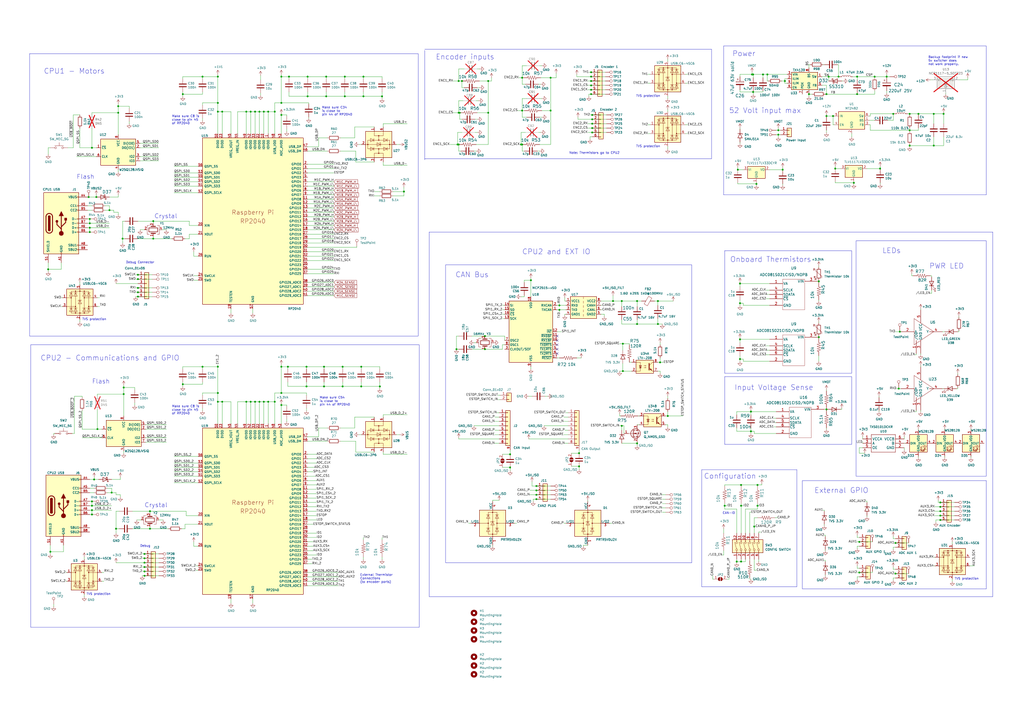
<source format=kicad_sch>
(kicad_sch (version 20230121) (generator eeschema)
  (paper "A2")
  (junction (at 342.9 41.91))
  (junction (at 52.07 132.08))
  (junction (at 311.15 287.02))
  (junction (at 360.68 247.015))
  (junction (at 495.3 106.045))
  (junction (at 80.01 159.385))
  (junction (at 545.465 291.465))
  (junction (at 83.82 328.93))
  (junction (at 83.82 326.39))
  (junction (at 527.685 66.04))
  (junction (at 527.685 84.455))
  (junction (at 429.26 164.465))
  (junction (at 510.54 97.79))
  (junction (at 52.07 129.54))
  (junction (at 469.265 54.61))
  (junction (at 55.88 114.3))
  (junction (at 52.07 127))
  (junction (at 56.515 248.92))
  (junction (at 159.385 233.045))
  (junction (at 343.535 74.295))
  (junction (at 435.61 238.76))
  (junction (at 427.355 325.755))
  (junction (at 86.995 306.705))
  (junction (at 445.135 43.18))
  (junction (at 265.43 83.82))
  (junction (at 518.16 66.04))
  (junction (at 483.235 67.31))
  (junction (at 153.035 233.045))
  (junction (at 67.31 306.705))
  (junction (at 319.405 45.085))
  (junction (at 53.34 295.91))
  (junction (at 221.615 55.88))
  (junction (at 63.5 121.92))
  (junction (at 80.01 161.925))
  (junction (at 106.045 222.885))
  (junction (at 437.515 305.435))
  (junction (at 519.43 314.96))
  (junction (at 117.475 44.45))
  (junction (at 436.245 43.18))
  (junction (at 68.58 65.405))
  (junction (at 436.88 43.18))
  (junction (at 343.535 76.835))
  (junction (at 200.025 44.45))
  (junction (at 53.34 298.45))
  (junction (at 53.34 293.37))
  (junction (at 147.955 64.77))
  (junction (at 167.64 44.45))
  (junction (at 381.635 174.625))
  (junction (at 27.94 156.21))
  (junction (at 71.755 228.6))
  (junction (at 545.465 301.625))
  (junction (at 83.82 334.01))
  (junction (at 420.37 293.37))
  (junction (at 521.97 192.405))
  (junction (at 427.99 98.425))
  (junction (at 343.535 71.755))
  (junction (at 324.485 177.165))
  (junction (at 295.91 263.525))
  (junction (at 163.195 66.675))
  (junction (at 220.345 224.155))
  (junction (at 128.905 233.045))
  (junction (at 71.12 138.43))
  (junction (at 436.88 53.34))
  (junction (at 451.485 75.565))
  (junction (at 178.435 44.45))
  (junction (at 361.315 199.39))
  (junction (at 547.37 66.04))
  (junction (at 163.195 234.95))
  (junction (at 342.9 54.61))
  (junction (at 429.895 325.755))
  (junction (at 210.82 44.45))
  (junction (at 145.415 233.045))
  (junction (at 53.34 290.83))
  (junction (at 155.575 64.77))
  (junction (at 147.955 233.045))
  (junction (at 498.475 314.325))
  (junction (at 281.305 194.945))
  (junction (at 532.765 66.04))
  (junction (at 514.35 44.45))
  (junction (at 88.9 138.43))
  (junction (at 307.975 162.56))
  (junction (at 126.365 233.045))
  (junction (at 198.755 212.725))
  (junction (at 519.43 332.74))
  (junction (at 343.535 66.675))
  (junction (at 311.15 281.94))
  (junction (at 52.07 134.62))
  (junction (at 521.335 225.425))
  (junction (at 53.34 85.725))
  (junction (at 266.065 65.405))
  (junction (at 159.385 64.77))
  (junction (at 163.195 227.965))
  (junction (at 210.82 55.88))
  (junction (at 311.15 289.56))
  (junction (at 106.045 54.61))
  (junction (at 355.6 174.625))
  (junction (at 369.57 174.625))
  (junction (at 126.365 59.69))
  (junction (at 234.315 111.125))
  (junction (at 155.575 233.045))
  (junction (at 541.655 84.455))
  (junction (at 187.96 212.725))
  (junction (at 126.365 44.45))
  (junction (at 439.42 281.305))
  (junction (at 126.365 212.725))
  (junction (at 117.475 212.725))
  (junction (at 51.435 114.3))
  (junction (at 319.405 64.135))
  (junction (at 198.755 224.155))
  (junction (at 545.465 296.545))
  (junction (at 497.205 44.45))
  (junction (at 163.195 212.725))
  (junction (at 451.485 78.105))
  (junction (at 480.695 44.45))
  (junction (at 281.305 202.565))
  (junction (at 71.755 224.79))
  (junction (at 311.15 284.48))
  (junction (at 302.895 45.085))
  (junction (at 126.365 64.77))
  (junction (at 479.425 54.61))
  (junction (at 369.57 257.175))
  (junction (at 83.82 331.47))
  (junction (at 324.485 179.705))
  (junction (at 381.635 187.96))
  (junction (at 343.535 69.215))
  (junction (at 189.23 44.45))
  (junction (at 361.315 215.265))
  (junction (at 302.895 83.82))
  (junction (at 145.415 64.77))
  (junction (at 479.425 237.49))
  (junction (at 266.065 46.99))
  (junction (at 68.58 61.595))
  (junction (at 360.68 174.625))
  (junction (at 167.005 212.725))
  (junction (at 83.82 321.31))
  (junction (at 479.425 67.31))
  (junction (at 86.995 296.545))
  (junction (at 541.655 66.04))
  (junction (at 497.205 54.61))
  (junction (at 454.025 98.425))
  (junction (at 545.465 294.005))
  (junction (at 335.915 270.51))
  (junction (at 342.9 46.99))
  (junction (at 264.795 202.565))
  (junction (at 163.195 44.45))
  (junction (at 342.9 49.53))
  (junction (at 439.42 293.37))
  (junction (at 545.465 299.085))
  (junction (at 442.595 43.18))
  (junction (at 295.91 271.145))
  (junction (at 302.26 83.82))
  (junction (at 209.55 212.725))
  (junction (at 126.365 227.965))
  (junction (at 435.61 250.19))
  (junction (at 88.9 128.27))
  (junction (at 177.8 212.725))
  (junction (at 484.505 97.79))
  (junction (at 80.01 172.085))
  (junction (at 438.785 106.68))
  (junction (at 142.875 233.045))
  (junction (at 266.065 83.82))
  (junction (at 128.905 64.77))
  (junction (at 150.495 233.045))
  (junction (at 150.495 64.77))
  (junction (at 429.26 196.85))
  (junction (at 342.9 52.07))
  (junction (at 189.23 55.88))
  (junction (at 429.895 293.37))
  (junction (at 153.035 64.77))
  (junction (at 200.025 55.88))
  (junction (at 302.895 64.135))
  (junction (at 187.96 224.155))
  (junction (at 455.295 46.99))
  (junction (at 29.21 320.04))
  (junction (at 527.685 75.565))
  (junction (at 507.365 44.45))
  (junction (at 209.55 224.155))
  (junction (at 266.7 65.405))
  (junction (at 498.475 332.105))
  (junction (at 369.57 187.96))
  (junction (at 177.8 224.155))
  (junction (at 335.915 262.89))
  (junction (at 342.9 44.45))
  (junction (at 267.97 46.99))
  (junction (at 80.01 169.545))
  (junction (at 387.35 241.3))
  (junction (at 64.77 285.75))
  (junction (at 429.895 281.305))
  (junction (at 486.41 44.45))
  (junction (at 83.82 323.85))
  (junction (at 429.26 175.895))
  (junction (at 474.98 163.195))
  (junction (at 54.61 278.13))
  (junction (at 283.21 46.99))
  (junction (at 163.195 59.69))
  (junction (at 429.26 208.28))
  (junction (at 283.21 65.405))
  (junction (at 142.875 64.77))
  (junction (at 80.01 167.005))
  (junction (at 178.435 55.88))
  (junction (at 382.905 210.185))
  (junction (at 474.98 195.58))
  (no_connect (at 323.215 205.105))
  (no_connect (at 323.215 202.565))
  (no_connect (at 323.215 200.025))
  (no_connect (at 323.215 197.485))
  (no_connect (at 323.215 194.945))
  (wire (pts (xy 273.685 194.945) (xy 281.305 194.945)))
  (wire (pts (xy 52.07 295.91) (xy 53.34 295.91)))
  (wire (pts (xy 369.57 174.625) (xy 360.68 174.625)))
  (wire (pts (xy 545.465 296.545) (xy 553.72 296.545)))
  (wire (pts (xy 504.825 72.39) (xy 504.19 72.39)))
  (wire (pts (xy 474.345 163.195) (xy 474.98 163.195)))
  (wire (pts (xy 502.92 290.83) (xy 502.92 291.465)))
  (wire (pts (xy 50.8 119.38) (xy 53.34 119.38)))
  (wire (pts (xy 209.55 224.155) (xy 220.345 224.155)))
  (wire (pts (xy 556.26 183.515) (xy 556.26 184.15)))
  (wire (pts (xy 479.425 67.31) (xy 479.425 66.675)))
  (wire (pts (xy 260.985 83.82) (xy 265.43 83.82)))
  (wire (pts (xy 209.55 83.82) (xy 208.28 83.82)))
  (wire (pts (xy 304.165 163.83) (xy 304.165 162.56)))
  (wire (pts (xy 209.55 213.995) (xy 209.55 212.725)))
  (wire (pts (xy 494.665 44.45) (xy 497.205 44.45)))
  (wire (pts (xy 527.685 75.565) (xy 527.685 76.2)))
  (wire (pts (xy 266.065 40.005) (xy 266.065 46.99)))
  (wire (pts (xy 52.07 132.08) (xy 63.5 132.08)))
  (wire (pts (xy 348.615 174.625) (xy 355.6 174.625)))
  (wire (pts (xy 562.61 328.295) (xy 565.15 328.295)))
  (wire (pts (xy 178.435 85.09) (xy 184.785 85.09)))
  (wire (pts (xy 269.24 40.005) (xy 266.065 40.005)))
  (wire (pts (xy 133.985 233.045) (xy 128.905 233.045)))
  (wire (pts (xy 178.435 266.065) (xy 183.515 266.065)))
  (wire (pts (xy 479.425 236.855) (xy 479.425 237.49)))
  (wire (pts (xy 360.68 247.015) (xy 360.68 249.555)))
  (wire (pts (xy 454.025 98.425) (xy 454.025 97.155)))
  (wire (pts (xy 436.88 43.18) (xy 436.88 45.085)))
  (wire (pts (xy 178.435 327.025) (xy 180.975 327.025)))
  (wire (pts (xy 291.465 182.245) (xy 292.735 182.245)))
  (wire (pts (xy 178.435 263.525) (xy 183.515 263.525)))
  (wire (pts (xy 206.375 93.98) (xy 206.375 87.63)))
  (wire (pts (xy 507.365 44.45) (xy 514.35 44.45)))
  (wire (pts (xy 142.875 245.745) (xy 142.875 233.045)))
  (wire (pts (xy 285.75 290.195) (xy 289.56 290.195)))
  (wire (pts (xy 435.61 297.18) (xy 434.975 297.18)))
  (wire (pts (xy 439.42 295.275) (xy 439.42 293.37)))
  (wire (pts (xy 46.355 66.675) (xy 42.545 66.675)))
  (wire (pts (xy 117.475 222.885) (xy 117.475 221.615)))
  (wire (pts (xy 159.385 77.47) (xy 159.385 64.77)))
  (wire (pts (xy 106.045 222.885) (xy 106.045 224.155)))
  (wire (pts (xy 178.435 135.89) (xy 193.675 135.89)))
  (wire (pts (xy 100.965 100.33) (xy 114.935 100.33)))
  (wire (pts (xy 435.61 238.76) (xy 450.215 238.76)))
  (wire (pts (xy 153.035 233.045) (xy 155.575 233.045)))
  (wire (pts (xy 343.535 74.295) (xy 351.79 74.295)))
  (wire (pts (xy 340.995 49.53) (xy 342.9 49.53)))
  (wire (pts (xy 422.91 335.28) (xy 422.91 335.915)))
  (wire (pts (xy 206.375 262.255) (xy 206.375 255.905)))
  (wire (pts (xy 311.15 284.48) (xy 319.405 284.48)))
  (wire (pts (xy 83.82 323.85) (xy 92.075 323.85)))
  (wire (pts (xy 497.205 332.105) (xy 498.475 332.105)))
  (wire (pts (xy 441.96 281.305) (xy 439.42 281.305)))
  (wire (pts (xy 494.03 77.47) (xy 494.03 79.375)))
  (wire (pts (xy 444.5 205.74) (xy 446.405 205.74)))
  (wire (pts (xy 163.195 211.455) (xy 163.195 212.725)))
  (wire (pts (xy 306.705 254.635) (xy 329.565 254.635)))
  (wire (pts (xy 178.435 123.19) (xy 193.675 123.19)))
  (wire (pts (xy 153.035 64.77) (xy 155.575 64.77)))
  (wire (pts (xy 484.505 106.045) (xy 495.3 106.045)))
  (wire (pts (xy 63.5 114.3) (xy 68.58 114.3)))
  (wire (pts (xy 521.97 191.77) (xy 521.97 192.405)))
  (wire (pts (xy 100.965 105.41) (xy 114.935 105.41)))
  (wire (pts (xy 563.245 248.92) (xy 563.245 249.555)))
  (wire (pts (xy 52.07 283.21) (xy 54.61 283.21)))
  (wire (pts (xy 546.735 192.405) (xy 548.005 192.405)))
  (wire (pts (xy 67.31 306.705) (xy 67.31 309.245)))
  (wire (pts (xy 498.475 259.715) (xy 500.38 259.715)))
  (wire (pts (xy 53.34 298.45) (xy 53.34 295.91)))
  (wire (pts (xy 106.045 54.61) (xy 106.045 55.88)))
  (wire (pts (xy 478.79 310.515) (xy 478.79 311.15)))
  (wire (pts (xy 435.61 250.19) (xy 435.61 251.46)))
  (wire (pts (xy 60.325 332.105) (xy 59.055 332.105)))
  (wire (pts (xy 231.775 83.82) (xy 229.87 83.82)))
  (wire (pts (xy 264.795 194.945) (xy 264.795 202.565)))
  (wire (pts (xy 548.005 264.795) (xy 548.005 265.43)))
  (polyline (pts (xy 412.75 92.075) (xy 246.38 92.075)))
  (wire (pts (xy 166.37 243.205) (xy 166.37 244.475)))
  (wire (pts (xy 452.755 75.565) (xy 451.485 75.565)))
  (wire (pts (xy 436.88 53.34) (xy 436.88 54.61)))
  (wire (pts (xy 88.9 137.16) (xy 88.9 138.43)))
  (wire (pts (xy 431.165 175.895) (xy 429.26 175.895)))
  (wire (pts (xy 387.35 85.09) (xy 387.35 86.36)))
  (wire (pts (xy 287.02 244.475) (xy 289.56 244.475)))
  (wire (pts (xy 413.385 334.01) (xy 413.385 335.915)))
  (wire (pts (xy 432.435 325.755) (xy 429.895 325.755)))
  (wire (pts (xy 84.455 256.54) (xy 96.52 256.54)))
  (wire (pts (xy 83.82 321.31) (xy 92.075 321.31)))
  (wire (pts (xy 222.25 93.98) (xy 222.25 95.885)))
  (wire (pts (xy 342.9 46.99) (xy 351.155 46.99)))
  (wire (pts (xy 435.61 248.285) (xy 435.61 250.19)))
  (wire (pts (xy 545.465 294.005) (xy 553.72 294.005)))
  (wire (pts (xy 429.895 281.305) (xy 420.37 281.305)))
  (wire (pts (xy 198.755 213.995) (xy 198.755 212.725)))
  (wire (pts (xy 57.785 172.72) (xy 56.515 172.72)))
  (wire (pts (xy 343.535 71.755) (xy 351.79 71.755)))
  (wire (pts (xy 343.535 69.215) (xy 335.28 69.215)))
  (wire (pts (xy 518.16 317.5) (xy 518.16 318.77)))
  (wire (pts (xy 437.515 324.485) (xy 437.515 330.835)))
  (wire (pts (xy 80.01 138.43) (xy 88.9 138.43)))
  (wire (pts (xy 340.995 46.99) (xy 342.9 46.99)))
  (wire (pts (xy 222.25 95.885) (xy 236.22 95.885)))
  (wire (pts (xy 477.52 295.91) (xy 478.155 295.91)))
  (wire (pts (xy 64.77 278.13) (xy 69.85 278.13)))
  (wire (pts (xy 342.9 41.91) (xy 351.155 41.91)))
  (wire (pts (xy 438.785 106.045) (xy 438.785 106.68)))
  (wire (pts (xy 302.26 83.82) (xy 302.895 83.82)))
  (wire (pts (xy 429.26 164.465) (xy 429.26 166.37)))
  (wire (pts (xy 184.785 80.01) (xy 189.865 80.01)))
  (wire (pts (xy 86.995 306.705) (xy 97.79 306.705)))
  (wire (pts (xy 338.455 316.865) (xy 338.455 316.23)))
  (wire (pts (xy 514.35 45.085) (xy 514.35 44.45)))
  (wire (pts (xy 342.265 79.375) (xy 342.265 80.645)))
  (wire (pts (xy 126.365 227.965) (xy 126.365 233.045)))
  (wire (pts (xy 178.435 87.63) (xy 189.865 87.63)))
  (wire (pts (xy 46.355 163.83) (xy 46.355 165.1)))
  (wire (pts (xy 504.825 66.04) (xy 504.825 67.31)))
  (wire (pts (xy 527.685 66.04) (xy 532.765 66.04)))
  (wire (pts (xy 304.165 162.56) (xy 307.975 162.56)))
  (wire (pts (xy 133.985 77.47) (xy 133.985 64.77)))
  (wire (pts (xy 29.21 320.04) (xy 36.83 320.04)))
  (wire (pts (xy 113.665 330.835) (xy 114.935 330.835)))
  (wire (pts (xy 369.57 257.175) (xy 369.57 258.445)))
  (wire (pts (xy 184.785 248.285) (xy 184.785 253.365)))
  (wire (pts (xy 78.105 224.79) (xy 71.755 224.79)))
  (wire (pts (xy 429.26 74.295) (xy 429.26 74.93)))
  (wire (pts (xy 222.25 240.665) (xy 236.22 240.665)))
  (wire (pts (xy 348.615 179.705) (xy 349.25 179.705)))
  (wire (pts (xy 150.495 64.77) (xy 153.035 64.77)))
  (wire (pts (xy 542.925 301.625) (xy 545.465 301.625)))
  (wire (pts (xy 495.3 106.045) (xy 495.3 106.68)))
  (wire (pts (xy 163.195 66.04) (xy 163.195 66.675)))
  (wire (pts (xy 69.215 296.545) (xy 67.31 296.545)))
  (wire (pts (xy 520.065 225.425) (xy 521.335 225.425)))
  (wire (pts (xy 221.615 311.785) (xy 221.615 313.055)))
  (wire (pts (xy 530.86 238.76) (xy 531.495 238.76)))
  (wire (pts (xy 187.96 221.615) (xy 187.96 224.155)))
  (wire (pts (xy 304.8 48.895) (xy 302.895 48.895)))
  (wire (pts (xy 54.61 278.13) (xy 57.15 278.13)))
  (wire (pts (xy 220.345 221.615) (xy 220.345 224.155)))
  (wire (pts (xy 348.615 182.245) (xy 350.52 182.245)))
  (wire (pts (xy 267.97 46.99) (xy 267.97 50.8)))
  (wire (pts (xy 126.365 43.18) (xy 126.365 44.45)))
  (wire (pts (xy 440.055 324.485) (xy 440.055 325.755)))
  (wire (pts (xy 178.435 311.785) (xy 183.515 311.785)))
  (wire (pts (xy 221.615 55.88) (xy 221.615 57.15)))
  (wire (pts (xy 48.895 323.215) (xy 48.895 324.485)))
  (wire (pts (xy 27.94 152.4) (xy 27.94 156.21)))
  (wire (pts (xy 117.475 60.96) (xy 117.475 59.69)))
  (wire (pts (xy 66.04 121.92) (xy 66.04 123.19)))
  (wire (pts (xy 435.61 238.125) (xy 435.61 238.76)))
  (wire (pts (xy 71.12 138.43) (xy 71.12 140.97)))
  (wire (pts (xy 31.115 251.46) (xy 31.115 252.095)))
  (wire (pts (xy 304.165 87.63) (xy 302.895 87.63)))
  (wire (pts (xy 178.435 158.75) (xy 193.675 158.75)))
  (wire (pts (xy 151.13 53.975) (xy 151.13 55.245)))
  (wire (pts (xy 159.385 227.965) (xy 159.385 233.045)))
  (wire (pts (xy 84.455 248.92) (xy 96.52 248.92)))
  (wire (pts (xy 436.245 41.91) (xy 436.245 43.18)))
  (wire (pts (xy 478.79 318.77) (xy 478.79 319.405)))
  (wire (pts (xy 528.955 160.02) (xy 529.59 160.02)))
  (wire (pts (xy 327.66 249.555) (xy 329.565 249.555)))
  (wire (pts (xy 178.435 140.97) (xy 193.675 140.97)))
  (wire (pts (xy 106.045 213.995) (xy 106.045 212.725)))
  (wire (pts (xy 506.095 332.105) (xy 498.475 332.105)))
  (wire (pts (xy 498.475 311.785) (xy 497.205 311.785)))
  (wire (pts (xy 153.035 77.47) (xy 153.035 64.77)))
  (wire (pts (xy 27.94 156.21) (xy 27.94 157.48)))
  (wire (pts (xy 327.025 244.475) (xy 329.565 244.475)))
  (wire (pts (xy 189.23 55.88) (xy 200.025 55.88)))
  (wire (pts (xy 47.625 229.87) (xy 47.625 230.505)))
  (wire (pts (xy 82.55 331.47) (xy 83.82 331.47)))
  (wire (pts (xy 276.86 65.405) (xy 283.21 65.405)))
  (wire (pts (xy 178.435 339.725) (xy 196.215 339.725)))
  (wire (pts (xy 340.995 52.07) (xy 342.9 52.07)))
  (wire (pts (xy 178.435 294.005) (xy 183.515 294.005)))
  (wire (pts (xy 150.495 245.745) (xy 150.495 233.045)))
  (wire (pts (xy 431.165 209.55) (xy 431.165 208.28)))
  (wire (pts (xy 436.88 52.705) (xy 436.88 53.34)))
  (wire (pts (xy 86.995 297.815) (xy 86.995 296.545)))
  (wire (pts (xy 501.65 262.89) (xy 498.475 262.89)))
  (wire (pts (xy 178.435 296.545) (xy 183.515 296.545)))
  (wire (pts (xy 88.9 128.27) (xy 109.855 128.27)))
  (wire (pts (xy 72.39 138.43) (xy 71.12 138.43)))
  (wire (pts (xy 178.435 324.485) (xy 180.975 324.485)))
  (wire (pts (xy 359.41 215.265) (xy 361.315 215.265)))
  (wire (pts (xy 52.07 293.37) (xy 53.34 293.37)))
  (wire (pts (xy 319.405 64.135) (xy 319.405 83.82)))
  (wire (pts (xy 539.75 160.02) (xy 540.385 160.02)))
  (wire (pts (xy 114.935 280.035) (xy 100.965 280.035)))
  (wire (pts (xy 163.195 44.45) (xy 163.195 59.69)))
  (wire (pts (xy 486.41 44.45) (xy 487.045 44.45)))
  (wire (pts (xy 387.35 34.29) (xy 387.35 35.56)))
  (wire (pts (xy 112.395 146.05) (xy 112.395 148.59)))
  (wire (pts (xy 500.38 256.54) (xy 500.38 257.175)))
  (wire (pts (xy 483.235 72.39) (xy 483.235 67.31)))
  (wire (pts (xy 81.28 90.805) (xy 92.075 90.805)))
  (wire (pts (xy 420.37 295.275) (xy 420.37 293.37)))
  (wire (pts (xy 205.74 248.285) (xy 197.485 248.285)))
  (wire (pts (xy 106.045 54.61) (xy 117.475 54.61)))
  (wire (pts (xy 478.155 325.12) (xy 478.79 325.12)))
  (wire (pts (xy 178.435 125.73) (xy 193.675 125.73)))
  (wire (pts (xy 166.37 67.31) (xy 166.37 66.675)))
  (wire (pts (xy 431.165 177.165) (xy 431.165 175.895)))
  (wire (pts (xy 52.07 127) (xy 52.07 129.54)))
  (wire (pts (xy 519.43 192.405) (xy 521.97 192.405)))
  (wire (pts (xy 106.045 221.615) (xy 106.045 222.885)))
  (wire (pts (xy 372.11 174.625) (xy 369.57 174.625)))
  (wire (pts (xy 478.155 237.49) (xy 479.425 237.49)))
  (wire (pts (xy 545.465 294.005) (xy 542.29 294.005)))
  (wire (pts (xy 178.435 53.34) (xy 178.435 55.88)))
  (wire (pts (xy 88.265 167.005) (xy 80.01 167.005)))
  (wire (pts (xy 521.97 192.405) (xy 522.605 192.405)))
  (wire (pts (xy 327.025 252.095) (xy 329.565 252.095)))
  (wire (pts (xy 27.94 156.21) (xy 35.56 156.21)))
  (wire (pts (xy 530.86 205.74) (xy 531.495 205.74)))
  (wire (pts (xy 479.425 226.06) (xy 479.425 226.695)))
  (wire (pts (xy 542.925 301.625) (xy 542.925 302.895)))
  (wire (pts (xy 552.45 314.325) (xy 552.45 315.595)))
  (wire (pts (xy 360.68 247.015) (xy 361.95 247.015)))
  (wire (pts (xy 178.435 151.13) (xy 193.675 151.13)))
  (wire (pts (xy 478.79 54.61) (xy 479.425 54.61)))
  (wire (pts (xy 178.435 44.45) (xy 189.23 44.45)))
  (wire (pts (xy 62.23 283.21) (xy 64.77 283.21)))
  (wire (pts (xy 527.685 66.04) (xy 527.685 66.675)))
  (wire (pts (xy 221.615 53.34) (xy 221.615 55.88)))
  (wire (pts (xy 178.435 334.645) (xy 196.215 334.645)))
  (wire (pts (xy 437.515 330.835) (xy 438.785 330.835)))
  (wire (pts (xy 483.235 67.31) (xy 483.87 67.31)))
  (wire (pts (xy 441.96 280.67) (xy 441.96 281.305)))
  (wire (pts (xy 307.34 287.02) (xy 311.15 287.02)))
  (wire (pts (xy 276.225 58.42) (xy 277.495 58.42)))
  (wire (pts (xy 142.875 64.77) (xy 145.415 64.77)))
  (wire (pts (xy 432.435 309.245) (xy 432.435 295.275)))
  (wire (pts (xy 497.205 314.325) (xy 498.475 314.325)))
  (wire (pts (xy 167.64 44.45) (xy 178.435 44.45)))
  (wire (pts (xy 455.295 46.99) (xy 455.295 45.72)))
  (wire (pts (xy 504.825 75.565) (xy 504.825 72.39)))
  (wire (pts (xy 442.595 43.18) (xy 442.595 45.085)))
  (wire (pts (xy 328.295 174.625) (xy 327.66 174.625)))
  (wire (pts (xy 78.105 226.06) (xy 78.105 224.79)))
  (wire (pts (xy 554.99 225.425) (xy 555.625 225.425)))
  (wire (pts (xy 429.26 164.465) (xy 446.405 164.465)))
  (wire (pts (xy 178.435 146.05) (xy 193.675 146.05)))
  (wire (pts (xy 429.26 163.83) (xy 429.26 164.465)))
  (wire (pts (xy 100.965 107.95) (xy 114.935 107.95)))
  (wire (pts (xy 178.435 143.51) (xy 207.01 143.51)))
  (wire (pts (xy 217.17 93.98) (xy 206.375 93.98)))
  (wire (pts (xy 455.295 45.72) (xy 456.565 45.72)))
  (wire (pts (xy 397.51 43.18) (xy 398.78 43.18)))
  (wire (pts (xy 360.68 257.175) (xy 369.57 257.175)))
  (wire (pts (xy 220.345 213.995) (xy 220.345 212.725)))
  (wire (pts (xy 67.31 285.75) (xy 67.31 287.02)))
  (wire (pts (xy 555.625 192.405) (xy 556.26 192.405)))
  (wire (pts (xy 324.485 177.165) (xy 328.295 177.165)))
  (wire (pts (xy 436.88 43.18) (xy 442.595 43.18)))
  (wire (pts (xy 53.34 85.725) (xy 55.88 85.725)))
  (wire (pts (xy 163.195 234.95) (xy 163.195 245.745)))
  (wire (pts (xy 429.895 281.305) (xy 429.895 281.94)))
  (wire (pts (xy 69.85 287.02) (xy 69.85 288.29)))
  (wire (pts (xy 206.375 87.63) (xy 197.485 87.63)))
  (wire (pts (xy 177.8 212.725) (xy 187.96 212.725)))
  (wire (pts (xy 266.065 83.82) (xy 266.065 87.63)))
  (wire (pts (xy 427.355 309.245) (xy 427.355 295.275)))
  (wire (pts (xy 155.575 233.045) (xy 155.575 245.745)))
  (wire (pts (xy 435.61 238.76) (xy 435.61 240.665)))
  (wire (pts (xy 427.355 238.76) (xy 427.355 240.665)))
  (wire (pts (xy 469.265 54.61) (xy 469.265 55.88)))
  (wire (pts (xy 52.07 285.75) (xy 54.61 285.75)))
  (wire (pts (xy 497.205 44.45) (xy 507.365 44.45)))
  (wire (pts (xy 128.905 233.045) (xy 126.365 233.045)))
  (wire (pts (xy 268.605 58.42) (xy 266.065 58.42)))
  (wire (pts (xy 71.755 228.6) (xy 71.755 241.3)))
  (wire (pts (xy 163.195 59.69) (xy 179.07 59.69)))
  (wire (pts (xy 527.685 83.82) (xy 527.685 84.455)))
  (wire (pts (xy 53.34 290.83) (xy 53.34 293.37)))
  (wire (pts (xy 534.035 205.105) (xy 534.035 205.74)))
  (wire (pts (xy 276.225 83.82) (xy 283.21 83.82)))
  (wire (pts (xy 448.945 247.65) (xy 450.215 247.65)))
  (wire (pts (xy 313.055 57.15) (xy 314.325 57.15)))
  (wire (pts (xy 274.955 198.755) (xy 276.225 198.755)))
  (wire (pts (xy 479.425 237.49) (xy 480.06 237.49)))
  (wire (pts (xy 205.74 80.01) (xy 197.485 80.01)))
  (wire (pts (xy 444.5 200.66) (xy 446.405 200.66)))
  (wire (pts (xy 295.91 263.525) (xy 295.91 260.985)))
  (wire (pts (xy 521.335 224.79) (xy 521.335 225.425)))
  (wire (pts (xy 291.465 179.705) (xy 292.735 179.705)))
  (wire (pts (xy 200.025 53.34) (xy 200.025 55.88)))
  (wire (pts (xy 166.37 74.93) (xy 166.37 76.2)))
  (wire (pts (xy 552.45 335.915) (xy 552.45 337.185)))
  (wire (pts (xy 178.435 107.95) (xy 193.675 107.95)))
  (wire (pts (xy 178.435 97.79) (xy 193.675 97.79)))
  (wire (pts (xy 76.835 306.705) (xy 86.995 306.705)))
  (wire (pts (xy 88.9 129.54) (xy 88.9 128.27)))
  (wire (pts (xy 397.51 72.39) (xy 398.78 72.39)))
  (wire (pts (xy 442.595 53.34) (xy 442.595 52.705)))
  (wire (pts (xy 382.905 210.185) (xy 384.81 210.185)))
  (wire (pts (xy 435.61 238.76) (xy 427.355 238.76)))
  (wire (pts (xy 44.45 90.805) (xy 55.88 90.805)))
  (wire (pts (xy 56.515 229.87) (xy 56.515 228.6)))
  (wire (pts (xy 497.205 54.61) (xy 507.365 54.61)))
  (wire (pts (xy 527.685 84.455) (xy 541.655 84.455)))
  (wire (pts (xy 145.415 77.47) (xy 145.415 64.77)))
  (wire (pts (xy 163.195 234.95) (xy 166.37 234.95)))
  (wire (pts (xy 498.475 334.645) (xy 497.205 334.645)))
  (wire (pts (xy 541.655 84.455) (xy 547.37 84.455)))
  (wire (pts (xy 46.355 74.295) (xy 46.355 85.725)))
  (wire (pts (xy 429.26 82.55) (xy 429.26 83.185)))
  (wire (pts (xy 545.465 296.545) (xy 542.29 296.545)))
  (wire (pts (xy 114.935 299.085) (xy 107.95 299.085)))
  (wire (pts (xy 178.435 113.03) (xy 193.675 113.03)))
  (wire (pts (xy 178.435 166.37) (xy 193.675 166.37)))
  (wire (pts (xy 539.75 46.355) (xy 541.02 46.355)))
  (wire (pts (xy 81.28 93.345) (xy 92.075 93.345)))
  (wire (pts (xy 178.435 309.245) (xy 183.515 309.245)))
  (wire (pts (xy 365.125 199.39) (xy 365.125 200.025)))
  (wire (pts (xy 331.47 262.89) (xy 335.915 262.89)))
  (wire (pts (xy 287.02 249.555) (xy 289.56 249.555)))
  (wire (pts (xy 479.425 54.61) (xy 479.425 49.53)))
  (wire (pts (xy 302.895 57.15) (xy 302.895 64.135)))
  (wire (pts (xy 265.43 83.82) (xy 266.065 83.82)))
  (wire (pts (xy 300.355 64.135) (xy 302.895 64.135)))
  (wire (pts (xy 312.42 76.835) (xy 313.69 76.835)))
  (wire (pts (xy 437.515 300.355) (xy 437.515 305.435)))
  (wire (pts (xy 146.685 347.345) (xy 146.685 349.885)))
  (wire (pts (xy 274.955 247.015) (xy 289.56 247.015)))
  (wire (pts (xy 474.98 194.945) (xy 474.98 195.58)))
  (wire (pts (xy 308.61 281.94) (xy 311.15 281.94)))
  (wire (pts (xy 128.905 77.47) (xy 128.905 64.77)))
  (wire (pts (xy 88.9 138.43) (xy 99.695 138.43)))
  (wire (pts (xy 178.435 319.405) (xy 181.61 319.405)))
  (wire (pts (xy 448.945 242.57) (xy 450.215 242.57)))
  (wire (pts (xy 200.025 44.45) (xy 210.82 44.45)))
  (wire (pts (xy 561.34 45.085) (xy 561.34 46.355)))
  (wire (pts (xy 498.475 316.865) (xy 497.205 316.865)))
  (wire (pts (xy 68.58 123.19) (xy 68.58 124.46)))
  (wire (pts (xy 112.395 160.02) (xy 114.935 160.02)))
  (wire (pts (xy 441.325 308.61) (xy 440.055 308.61)))
  (wire (pts (xy 541.655 323.215) (xy 542.29 323.215)))
  (wire (pts (xy 267.335 87.63) (xy 266.065 87.63)))
  (wire (pts (xy 178.435 278.765) (xy 183.515 278.765)))
  (wire (pts (xy 386.08 246.38) (xy 387.35 246.38)))
  (wire (pts (xy 198.755 221.615) (xy 198.755 224.155)))
  (wire (pts (xy 369.57 187.96) (xy 381.635 187.96)))
  (wire (pts (xy 155.575 64.77) (xy 159.385 64.77)))
  (wire (pts (xy 429.895 325.755) (xy 427.355 325.755)))
  (wire (pts (xy 106.045 212.725) (xy 117.475 212.725)))
  (wire (pts (xy 200.025 45.72) (xy 200.025 44.45)))
  (wire (pts (xy 498.475 262.89) (xy 498.475 259.715)))
  (wire (pts (xy 42.545 85.725) (xy 39.37 85.725)))
  (wire (pts (xy 84.455 254) (xy 96.52 254)))
  (wire (pts (xy 486.41 37.465) (xy 486.41 44.45)))
  (wire (pts (xy 205.74 241.935) (xy 205.74 248.285)))
  (wire (pts (xy 342.9 52.07) (xy 351.155 52.07)))
  (wire (pts (xy 375.92 48.26) (xy 377.19 48.26)))
  (wire (pts (xy 114.935 304.165) (xy 107.315 304.165)))
  (wire (pts (xy 163.195 212.725) (xy 167.005 212.725)))
  (wire (pts (xy 353.695 303.53) (xy 354.965 303.53)))
  (wire (pts (xy 265.43 76.835) (xy 265.43 83.82)))
  (wire (pts (xy 527.685 75.565) (xy 527.685 74.295)))
  (wire (pts (xy 313.69 45.085) (xy 319.405 45.085)))
  (wire (pts (xy 112.395 162.56) (xy 114.935 162.56)))
  (wire (pts (xy 427.99 106.68) (xy 438.785 106.68)))
  (wire (pts (xy 50.8 132.08) (xy 52.07 132.08)))
  (wire (pts (xy 327.025 303.53) (xy 328.295 303.53)))
  (wire (pts (xy 497.205 311.785) (xy 497.205 310.515)))
  (wire (pts (xy 335.915 262.89) (xy 335.915 260.985)))
  (wire (pts (xy 342.265 66.675) (xy 343.535 66.675)))
  (wire (pts (xy 302.26 172.085) (xy 304.165 172.085)))
  (wire (pts (xy 340.995 290.195) (xy 340.995 290.83)))
  (wire (pts (xy 387.35 246.38) (xy 387.35 247.65)))
  (wire (pts (xy 338.455 316.23) (xy 340.995 316.23)))
  (wire (pts (xy 126.365 233.045) (xy 126.365 245.745)))
  (wire (pts (xy 534.035 238.125) (xy 534.035 238.76)))
  (wire (pts (xy 178.435 281.305) (xy 183.515 281.305)))
  (wire (pts (xy 437.515 251.46) (xy 437.515 250.19)))
  (wire (pts (xy 342.265 79.375) (xy 343.535 79.375)))
  (wire (pts (xy 361.95 247.015) (xy 361.95 251.46)))
  (wire (pts (xy 474.98 195.58) (xy 474.98 196.215)))
  (wire (pts (xy 419.735 306.705) (xy 419.735 309.245)))
  (wire (pts (xy 60.96 121.92) (xy 63.5 121.92)))
  (wire (pts (xy 548.64 54.61) (xy 548.64 53.975)))
  (wire (pts (xy 29.21 320.04) (xy 29.21 321.31)))
  (wire (pts (xy 288.29 239.395) (xy 289.56 239.395)))
  (wire (pts (xy 62.23 285.75) (xy 64.77 285.75)))
  (wire (pts (xy 539.75 170.18) (xy 540.385 170.18)))
  (wire (pts (xy 451.485 75.565) (xy 450.215 75.565)))
  (wire (pts (xy 445.135 203.2) (xy 446.405 203.2)))
  (wire (pts (xy 375.92 72.39) (xy 377.19 72.39)))
  (wire (pts (xy 217.17 73.66) (xy 205.74 73.66)))
  (wire (pts (xy 342.9 54.61) (xy 341.63 54.61)))
  (wire (pts (xy 234.315 113.665) (xy 234.315 111.125)))
  (wire (pts (xy 355.6 174.625) (xy 360.68 174.625)))
  (wire (pts (xy 166.37 235.585) (xy 166.37 234.95)))
  (wire (pts (xy 327.66 257.175) (xy 329.565 257.175)))
  (wire (pts (xy 434.975 324.485) (xy 434.975 325.12)))
  (wire (pts (xy 283.21 46.99) (xy 283.21 65.405)))
  (wire (pts (xy 46.355 85.725) (xy 53.34 85.725)))
  (wire (pts (xy 382.905 198.755) (xy 382.905 200.025)))
  (wire (pts (xy 147.955 77.47) (xy 147.955 64.77)))
  (wire (pts (xy 307.975 162.56) (xy 307.975 172.085)))
  (wire (pts (xy 178.435 304.165) (xy 181.61 304.165)))
  (wire (pts (xy 187.96 224.155) (xy 198.755 224.155)))
  (wire (pts (xy 159.385 227.965) (xy 163.195 227.965)))
  (wire (pts (xy 93.98 133.35) (xy 96.52 133.35)))
  (wire (pts (xy 142.875 233.045) (xy 145.415 233.045)))
  (wire (pts (xy 361.315 199.39) (xy 365.125 199.39)))
  (wire (pts (xy 153.035 245.745) (xy 153.035 233.045)))
  (wire (pts (xy 38.1 337.185) (xy 38.735 337.185)))
  (wire (pts (xy 302.895 45.085) (xy 302.895 48.895)))
  (wire (pts (xy 381.635 184.785) (xy 381.635 187.96)))
  (wire (pts (xy 117.475 59.69) (xy 126.365 59.69)))
  (wire (pts (xy 547.37 66.04) (xy 547.37 71.755)))
  (wire (pts (xy 375.92 43.18) (xy 377.19 43.18)))
  (wire (pts (xy 100.965 276.225) (xy 114.935 276.225)))
  (wire (pts (xy 546.735 225.425) (xy 547.37 225.425)))
  (wire (pts (xy 384.175 289.56) (xy 386.08 289.56)))
  (wire (pts (xy 222.25 71.755) (xy 222.25 73.66)))
  (wire (pts (xy 322.58 42.545) (xy 322.58 45.085)))
  (wire (pts (xy 178.435 316.865) (xy 181.61 316.865)))
  (wire (pts (xy 133.985 64.77) (xy 128.905 64.77)))
  (wire (pts (xy 262.89 46.99) (xy 266.065 46.99)))
  (wire (pts (xy 342.9 54.61) (xy 351.155 54.61)))
  (wire (pts (xy 323.215 177.165) (xy 324.485 177.165)))
  (wire (pts (xy 126.365 211.455) (xy 126.365 212.725)))
  (wire (pts (xy 327.66 182.245) (xy 327.66 182.88)))
  (wire (pts (xy 298.45 303.53) (xy 299.72 303.53)))
  (wire (pts (xy 442.595 43.18) (xy 445.135 43.18)))
  (wire (pts (xy 302.895 83.82) (xy 302.895 87.63)))
  (wire (pts (xy 384.175 297.18) (xy 386.08 297.18)))
  (wire (pts (xy 117.475 212.725) (xy 126.365 212.725)))
  (wire (pts (xy 474.98 173.99) (xy 474.98 174.625)))
  (wire (pts (xy 323.215 179.705) (xy 324.485 179.705)))
  (wire (pts (xy 145.415 245.745) (xy 145.415 233.045)))
  (wire (pts (xy 283.21 65.405) (xy 283.21 83.82)))
  (wire (pts (xy 327.025 241.935) (xy 329.565 241.935)))
  (wire (pts (xy 483.87 72.39) (xy 483.235 72.39)))
  (wire (pts (xy 340.995 76.835) (xy 343.535 76.835)))
  (wire (pts (xy 317.5 229.87) (xy 316.23 229.87)))
  (wire (pts (xy 474.98 154.305) (xy 474.98 154.94)))
  (wire (pts (xy 502.92 299.085) (xy 502.92 299.72)))
  (wire (pts (xy 53.34 295.91) (xy 64.77 295.91)))
  (wire (pts (xy 381.635 210.185) (xy 382.905 210.185)))
  (wire (pts (xy 81.28 85.725) (xy 92.075 85.725)))
  (wire (pts (xy 107.315 138.43) (xy 109.855 138.43)))
  (wire (pts (xy 234.315 111.125) (xy 234.315 108.585)))
  (wire (pts (xy 510.54 106.045) (xy 510.54 106.68)))
  (wire (pts (xy 187.96 212.725) (xy 198.755 212.725)))
  (wire (pts (xy 527.685 75.565) (xy 504.825 75.565)))
  (wire (pts (xy 446.405 209.55) (xy 431.165 209.55)))
  (wire (pts (xy 479.425 67.31) (xy 479.425 67.945)))
  (wire (pts (xy 300.99 45.085) (xy 302.895 45.085)))
  (wire (pts (xy 86.995 296.545) (xy 107.95 296.545)))
  (wire (pts (xy 81.28 83.185) (xy 92.075 83.185)))
  (wire (pts (xy 48.895 344.805) (xy 48.895 346.075)))
  (wire (pts (xy 555.625 216.535) (xy 555.625 217.17)))
  (wire (pts (xy 47.625 248.92) (xy 56.515 248.92)))
  (wire (pts (xy 222.25 240.665) (xy 222.25 241.935)))
  (wire (pts (xy 227.965 111.125) (xy 234.315 111.125)))
  (wire (pts (xy 480.695 44.45) (xy 486.41 44.45)))
  (wire (pts (xy 450.215 251.46) (xy 437.515 251.46)))
  (wire (pts (xy 166.37 66.675) (xy 163.195 66.675)))
  (wire (pts (xy 100.965 271.145) (xy 114.935 271.145)))
  (wire (pts (xy 518.16 335.28) (xy 518.16 336.55)))
  (wire (pts (xy 178.435 163.83) (xy 193.675 163.83)))
  (wire (pts (xy 304.165 172.085) (xy 304.165 171.45)))
  (wire (pts (xy 319.405 45.085) (xy 319.405 64.135)))
  (wire (pts (xy 71.12 128.27) (xy 71.12 138.43)))
  (wire (pts (xy 178.435 337.185) (xy 196.215 337.185)))
  (wire (pts (xy 106.045 44.45) (xy 117.475 44.45)))
  (wire (pts (xy 220.345 224.155) (xy 220.345 225.425)))
  (wire (pts (xy 189.23 45.72) (xy 189.23 44.45)))
  (wire (pts (xy 434.975 297.18) (xy 434.975 309.245)))
  (wire (pts (xy 217.17 262.255) (xy 206.375 262.255)))
  (wire (pts (xy 429.26 196.215) (xy 429.26 196.85)))
  (wire (pts (xy 275.59 69.215) (xy 276.86 69.215)))
  (wire (pts (xy 548.005 248.92) (xy 548.005 249.555)))
  (wire (pts (xy 178.435 291.465) (xy 183.515 291.465)))
  (wire (pts (xy 532.765 264.795) (xy 532.765 265.43)))
  (wire (pts (xy 52.07 129.54) (xy 63.5 129.54)))
  (wire (pts (xy 439.42 281.305) (xy 439.42 281.94)))
  (wire (pts (xy 133.985 245.745) (xy 133.985 233.045)))
  (wire (pts (xy 76.835 296.545) (xy 86.995 296.545)))
  (wire (pts (xy 429.26 52.07) (xy 429.26 53.34)))
  (wire (pts (xy 450.85 300.355) (xy 449.58 300.355)))
  (wire (pts (xy 323.215 207.645) (xy 324.485 207.645)))
  (wire (pts (xy 178.435 271.145) (xy 182.245 271.145)))
  (wire (pts (xy 545.465 301.625) (xy 553.72 301.625)))
  (wire (pts (xy 308.61 229.87) (xy 306.705 229.87)))
  (wire (pts (xy 361.315 199.39) (xy 361.315 203.2)))
  (wire (pts (xy 479.425 54.61) (xy 497.205 54.61)))
  (wire (pts (xy 532.765 75.565) (xy 527.685 75.565)))
  (wire (pts (xy 384.175 294.64) (xy 386.08 294.64)))
  (wire (pts (xy 446.405 177.165) (xy 431.165 177.165)))
  (wire (pts (xy 350.52 182.245) (xy 350.52 183.515)))
  (wire (pts (xy 68.58 65.405) (xy 68.58 78.105)))
  (wire (pts (xy 444.5 173.355) (xy 446.405 173.355)))
  (wire (pts (xy 137.795 233.045) (xy 142.875 233.045)))
  (wire (pts (xy 540.385 168.275) (xy 540.385 170.18)))
  (wire (pts (xy 79.375 301.625) (xy 81.915 301.625)))
  (wire (pts (xy 36.83 316.23) (xy 36.83 320.04)))
  (wire (pts (xy 209.55 212.725) (xy 220.345 212.725)))
  (wire (pts (xy 478.155 304.165) (xy 478.155 304.8)))
  (wire (pts (xy 78.74 167.005) (xy 80.01 167.005)))
  (wire (pts (xy 324.485 179.705) (xy 328.295 179.705)))
  (wire (pts (xy 361.315 210.82) (xy 361.315 215.265)))
  (wire (pts (xy 178.435 115.57) (xy 193.675 115.57)))
  (wire (pts (xy 53.34 293.37) (xy 64.77 293.37)))
  (wire (pts (xy 179.07 60.325) (xy 179.07 59.69)))
  (wire (pts (xy 532.765 74.295) (xy 532.765 75.565)))
  (wire (pts (xy 276.86 40.005) (xy 278.13 40.005)))
  (wire (pts (xy 68.58 113.03) (xy 68.58 114.3)))
  (wire (pts (xy 159.385 59.69) (xy 163.195 59.69)))
  (wire (pts (xy 474.98 206.375) (xy 474.98 209.55)))
  (wire (pts (xy 431.165 208.28) (xy 429.26 208.28)))
  (wire (pts (xy 382.905 215.265) (xy 382.905 216.535)))
  (wire (pts (xy 387.35 229.87) (xy 387.35 231.14)))
  (wire (pts (xy 163.195 227.965) (xy 177.8 227.965)))
  (polyline (pts (xy 246.38 29.21) (xy 246.38 92.71)))
  (wire (pts (xy 210.82 55.88) (xy 221.615 55.88)))
  (wire (pts (xy 69.215 306.705) (xy 67.31 306.705)))
  (wire (pts (xy 51.435 114.3) (xy 55.88 114.3)))
  (wire (pts (xy 331.47 270.51) (xy 335.915 270.51)))
  (wire (pts (xy 381.635 215.265) (xy 382.905 215.265)))
  (wire (pts (xy 427.355 250.19) (xy 435.61 250.19)))
  (wire (pts (xy 177.8 236.855) (xy 177.8 238.125)))
  (wire (pts (xy 305.435 67.945) (xy 302.895 67.945)))
  (wire (pts (xy 210.82 53.34) (xy 210.82 55.88)))
  (wire (pts (xy 42.545 66.675) (xy 42.545 85.725)))
  (wire (pts (xy 309.245 289.56) (xy 309.245 290.83)))
  (wire (pts (xy 314.325 64.135) (xy 319.405 64.135)))
  (wire (pts (xy 340.995 74.295) (xy 343.535 74.295)))
  (wire (pts (xy 429.26 175.895) (xy 429.26 177.165)))
  (wire (pts (xy 100.965 102.87) (xy 114.935 102.87)))
  (wire (pts (xy 210.82 311.785) (xy 210.82 313.055)))
  (wire (pts (xy 429.26 43.18) (xy 436.245 43.18)))
  (wire (pts (xy 518.16 312.42) (xy 518.16 311.15)))
  (wire (pts (xy 210.82 44.45) (xy 221.615 44.45)))
  (wire (pts (xy 133.985 347.345) (xy 133.985 349.885)))
  (wire (pts (xy 301.625 83.82) (xy 302.26 83.82)))
  (wire (pts (xy 178.435 130.81) (xy 193.675 130.81)))
  (wire (pts (xy 147.955 245.745) (xy 147.955 233.045)))
  (wire (pts (xy 452.755 78.105) (xy 451.485 78.105)))
  (wire (pts (xy 287.02 241.935) (xy 289.56 241.935)))
  (wire (pts (xy 267.97 69.215) (xy 266.7 69.215)))
  (wire (pts (xy 359.41 199.39) (xy 361.315 199.39)))
  (wire (pts (xy 545.465 291.465) (xy 544.195 291.465)))
  (wire (pts (xy 324.485 179.705) (xy 324.485 180.975)))
  (wire (pts (xy 100.965 268.605) (xy 114.935 268.605)))
  (wire (pts (xy 50.8 134.62) (xy 52.07 134.62)))
  (wire (pts (xy 69.85 276.86) (xy 69.85 278.13)))
  (wire (pts (xy 518.16 69.85) (xy 518.16 66.04)))
  (wire (pts (xy 126.365 44.45) (xy 126.365 59.69)))
  (wire (pts (xy 429.26 208.28) (xy 429.26 209.55)))
  (wire (pts (xy 63.5 121.92) (xy 66.04 121.92)))
  (wire (pts (xy 27.94 85.725) (xy 29.21 85.725)))
  (wire (pts (xy 78.105 233.68) (xy 78.105 234.95)))
  (wire (pts (xy 31.115 251.46) (xy 31.75 251.46)))
  (wire (pts (xy 198.755 212.725) (xy 209.55 212.725)))
  (wire (pts (xy 427.355 248.285) (xy 427.355 250.19)))
  (wire (pts (xy 114.935 130.81) (xy 109.855 130.81)))
  (wire (pts (xy 541.655 66.04) (xy 541.655 71.755)))
  (wire (pts (xy 47.625 238.125) (xy 47.625 248.92)))
  (wire (pts (xy 43.18 251.46) (xy 41.91 251.46)))
  (wire (pts (xy 498.475 314.325) (xy 506.095 314.325)))
  (wire (pts (xy 83.82 334.01) (xy 92.075 334.01)))
  (wire (pts (xy 479.425 75.565) (xy 479.425 76.835)))
  (wire (pts (xy 167.005 212.725) (xy 177.8 212.725)))
  (wire (pts (xy 88.265 169.545) (xy 80.01 169.545)))
  (wire (pts (xy 43.18 251.46) (xy 43.18 229.87)))
  (wire (pts (xy 445.135 43.18) (xy 456.565 43.18)))
  (wire (pts (xy 519.43 332.74) (xy 527.05 332.74)))
  (wire (pts (xy 128.905 64.77) (xy 126.365 64.77)))
  (wire (pts (xy 370.84 246.38) (xy 369.57 246.38)))
  (wire (pts (xy 519.43 335.28) (xy 518.16 335.28)))
  (wire (pts (xy 420.37 281.305) (xy 420.37 281.94)))
  (wire (pts (xy 178.435 301.625) (xy 183.515 301.625)))
  (wire (pts (xy 126.365 59.69) (xy 126.365 64.77)))
  (wire (pts (xy 278.13 46.99) (xy 283.21 46.99)))
  (wire (pts (xy 178.435 253.365) (xy 184.785 253.365)))
  (wire (pts (xy 117.475 45.72) (xy 117.475 44.45)))
  (wire (pts (xy 445.77 46.99) (xy 445.135 46.99)))
  (wire (pts (xy 117.475 227.965) (xy 126.365 227.965)))
  (wire (pts (xy 67.31 164.465) (xy 80.01 164.465)))
  (wire (pts (xy 155.575 233.045) (xy 159.385 233.045)))
  (wire (pts (xy 50.8 127) (xy 52.07 127)))
  (wire (pts (xy 455.295 46.99) (xy 453.39 46.99)))
  (wire (pts (xy 532.765 248.92) (xy 532.765 249.555)))
  (wire (pts (xy 429.26 196.85) (xy 446.405 196.85)))
  (wire (pts (xy 109.855 135.89) (xy 109.855 138.43)))
  (wire (pts (xy 105.41 306.705) (xy 107.315 306.705)))
  (wire (pts (xy 163.195 44.45) (xy 167.64 44.45)))
  (wire (pts (xy 147.955 233.045) (xy 150.495 233.045)))
  (wire (pts (xy 360.68 187.96) (xy 360.68 185.42)))
  (wire (pts (xy 184.785 80.01) (xy 184.785 85.09)))
  (wire (pts (xy 112.395 314.325) (xy 112.395 316.865)))
  (wire (pts (xy 435.61 335.915) (xy 434.975 335.915)))
  (wire (pts (xy 159.385 59.69) (xy 159.385 64.77)))
  (wire (pts (xy 514.35 52.705) (xy 514.35 53.975)))
  (wire (pts (xy 167.64 53.34) (xy 167.64 55.88)))
  (wire (pts (xy 313.055 83.82) (xy 319.405 83.82)))
  (wire (pts (xy 540.385 160.02) (xy 540.385 160.655)))
  (wire (pts (xy 509.905 238.125) (xy 509.905 238.76)))
  (wire (pts (xy 291.465 200.025) (xy 291.465 202.565)))
  (wire (pts (xy 27.94 85.725) (xy 27.94 89.535)))
  (wire (pts (xy 545.465 299.085) (xy 542.29 299.085)))
  (wire (pts (xy 532.765 66.04) (xy 532.765 66.675)))
  (wire (pts (xy 302.895 64.135) (xy 304.165 64.135)))
  (wire (pts (xy 419.735 319.405) (xy 419.735 321.945)))
  (wire (pts (xy 328.295 182.245) (xy 327.66 182.245)))
  (wire (pts (xy 454.025 99.06) (xy 454.025 98.425)))
  (wire (pts (xy 53.34 74.295) (xy 53.34 85.725)))
  (wire (pts (xy 210.82 323.215) (xy 210.82 324.485)))
  (wire (pts (xy 521.335 225.425) (xy 522.605 225.425)))
  (wire (pts (xy 78.74 172.085) (xy 80.01 172.085)))
  (wire (pts (xy 74.93 70.485) (xy 74.93 71.755)))
  (wire (pts (xy 262.89 65.405) (xy 266.065 65.405)))
  (wire (pts (xy 276.86 50.8) (xy 278.13 50.8)))
  (wire (pts (xy 422.91 335.915) (xy 421.64 335.915)))
  (wire (pts (xy 502.285 290.83) (xy 502.92 290.83)))
  (wire (pts (xy 420.37 292.1) (xy 420.37 293.37)))
  (wire (pts (xy 274.955 87.63) (xy 276.225 87.63)))
  (wire (pts (xy 480.695 44.45) (xy 480.695 46.99)))
  (wire (pts (xy 429.26 53.34) (xy 436.88 53.34)))
  (wire (pts (xy 419.1 321.945) (xy 419.735 321.945)))
  (wire (pts (xy 74.93 61.595) (xy 68.58 61.595)))
  (wire (pts (xy 189.23 44.45) (xy 200.025 44.45)))
  (wire (pts (xy 429.26 196.85) (xy 429.26 198.755)))
  (wire (pts (xy 429.895 324.485) (xy 429.895 325.755)))
  (wire (pts (xy 178.435 55.88) (xy 189.23 55.88)))
  (wire (pts (xy 266.065 46.99) (xy 267.97 46.99)))
  (wire (pts (xy 114.935 111.76) (xy 100.965 111.76)))
  (wire (pts (xy 308.61 279.4) (xy 308.61 281.94)))
  (wire (pts (xy 56.515 237.49) (xy 56.515 248.92)))
  (wire (pts (xy 327.66 172.72) (xy 327.66 174.625)))
  (wire (pts (xy 479.425 248.285) (xy 479.425 248.92)))
  (wire (pts (xy 150.495 77.47) (xy 150.495 64.77)))
  (wire (pts (xy 311.15 281.94) (xy 319.405 281.94)))
  (wire (pts (xy 106.045 222.885) (xy 117.475 222.885)))
  (wire (pts (xy 177.8 221.615) (xy 177.8 224.155)))
  (wire (pts (xy 474.98 163.195) (xy 474.98 163.83)))
  (wire (pts (xy 365.125 210.185) (xy 366.395 210.185)))
  (wire (pts (xy 29.21 316.23) (xy 29.21 320.04)))
  (wire (pts (xy 514.35 44.45) (xy 516.255 44.45)))
  (wire (pts (xy 370.205 241.3) (xy 370.84 241.3)))
  (wire (pts (xy 56.515 228.6) (xy 71.755 228.6)))
  (wire (pts (xy 146.685 179.07) (xy 146.685 181.61)))
  (wire (pts (xy 189.23 53.34) (xy 189.23 55.88)))
  (wire (pts (xy 469.265 37.465) (xy 469.265 39.37)))
  (wire (pts (xy 288.925 229.235) (xy 290.195 229.235)))
  (wire (pts (xy 291.465 184.785) (xy 292.735 184.785)))
  (wire (pts (xy 527.685 84.455) (xy 527.685 85.09)))
  (wire (pts (xy 531.495 205.74) (xy 531.495 205.105)))
  (wire (pts (xy 307.975 212.725) (xy 307.975 213.995)))
  (wire (pts (xy 507.365 52.705) (xy 507.365 54.61)))
  (wire (pts (xy 387.35 241.3) (xy 387.35 238.76)))
  (polyline (pts (xy 412.75 28.575) (xy 412.75 92.075)))
  (wire (pts (xy 287.02 257.175) (xy 289.56 257.175)))
  (wire (pts (xy 84.455 246.38) (xy 96.52 246.38)))
  (wire (pts (xy 545.465 291.465) (xy 553.72 291.465)))
  (wire (pts (xy 31.115 350.52) (xy 31.115 351.79)))
  (wire (pts (xy 179.07 67.945) (xy 179.07 68.58)))
  (wire (pts (xy 137.795 77.47) (xy 137.795 64.77)))
  (wire (pts (xy 427.355 325.755) (xy 427.355 326.39)))
  (wire (pts (xy 311.785 87.63) (xy 313.055 87.63)))
  (wire (pts (xy 295.91 273.05) (xy 295.91 271.145)))
  (wire (pts (xy 64.77 283.21) (xy 64.77 285.75)))
  (wire (pts (xy 266.065 65.405) (xy 266.7 65.405)))
  (wire (pts (xy 100.965 273.685) (xy 114.935 273.685)))
  (wire (pts (xy 177.8 229.235) (xy 177.8 227.965)))
  (wire (pts (xy 476.885 44.45) (xy 480.695 44.45)))
  (wire (pts (xy 291.465 271.145) (xy 295.91 271.145)))
  (wire (pts (xy 375.92 77.47) (xy 377.19 77.47)))
  (wire (pts (xy 178.435 171.45) (xy 193.675 171.45)))
  (wire (pts (xy 217.17 241.935) (xy 205.74 241.935)))
  (wire (pts (xy 68.58 61.595) (xy 68.58 65.405)))
  (wire (pts (xy 541.655 328.295) (xy 542.29 328.295)))
  (wire (pts (xy 78.74 161.925) (xy 80.01 161.925)))
  (wire (pts (xy 209.55 252.095) (xy 208.28 252.095)))
  (wire (pts (xy 519.43 314.96) (xy 527.05 314.96)))
  (wire (pts (xy 50.8 114.3) (xy 51.435 114.3)))
  (wire (pts (xy 312.42 48.895) (xy 313.69 48.895)))
  (wire (pts (xy 387.35 55.88) (xy 387.35 57.15)))
  (wire (pts (xy 206.375 255.905) (xy 197.485 255.905)))
  (wire (pts (xy 285.115 45.085) (xy 285.115 46.99)))
  (wire (pts (xy 519.43 330.2) (xy 518.16 330.2)))
  (wire (pts (xy 78.74 169.545) (xy 80.01 169.545)))
  (wire (pts (xy 341.63 41.91) (xy 342.9 41.91)))
  (wire (pts (xy 83.82 328.93) (xy 92.075 328.93)))
  (wire (pts (xy 348.615 177.165) (xy 349.25 177.165)))
  (wire (pts (xy 72.39 128.27) (xy 71.12 128.27)))
  (wire (pts (xy 178.435 314.325) (xy 181.61 314.325)))
  (wire (pts (xy 150.495 233.045) (xy 153.035 233.045)))
  (wire (pts (xy 359.41 247.015) (xy 360.68 247.015)))
  (wire (pts (xy 178.435 148.59) (xy 193.675 148.59)))
  (wire (pts (xy 107.95 299.085) (xy 107.95 296.545)))
  (wire (pts (xy 328.295 239.395) (xy 329.565 239.395)))
  (wire (pts (xy 56.515 248.92) (xy 59.055 248.92)))
  (wire (pts (xy 178.435 299.085) (xy 183.515 299.085)))
  (wire (pts (xy 117.475 229.235) (xy 117.475 227.965)))
  (wire (pts (xy 322.58 45.085) (xy 319.405 45.085)))
  (wire (pts (xy 510.54 97.79) (xy 510.54 96.52)))
  (wire (pts (xy 145.415 64.77) (xy 147.955 64.77)))
  (wire (pts (xy 387.35 63.5) (xy 387.35 64.77)))
  (wire (pts (xy 302.895 38.1) (xy 302.895 45.085)))
  (wire (pts (xy 126.365 64.77) (xy 126.365 77.47)))
  (wire (pts (xy 291.465 177.165) (xy 292.735 177.165)))
  (wire (pts (xy 369.57 256.54) (xy 369.57 257.175)))
  (wire (pts (xy 427.355 324.485) (xy 427.355 325.755)))
  (wire (pts (xy 488.315 46.99) (xy 488.95 46.99)))
  (wire (pts (xy 137.795 245.745) (xy 137.795 233.045)))
  (wire (pts (xy 231.775 252.095) (xy 229.87 252.095)))
  (wire (pts (xy 53.34 66.675) (xy 53.34 65.405)))
  (wire (pts (xy 524.51 254.635) (xy 524.51 253.365)))
  (wire (pts (xy 429.26 206.375) (xy 429.26 208.28)))
  (wire (pts (xy 133.985 179.07) (xy 133.985 181.61)))
  (wire (pts (xy 432.435 324.485) (xy 432.435 325.755)))
  (wire (pts (xy 178.435 168.91) (xy 193.675 168.91)))
  (wire (pts (xy 117.475 54.61) (xy 117.475 53.34)))
  (wire (pts (xy 387.35 241.3) (xy 396.24 241.3)))
  (wire (pts (xy 469.265 54.61) (xy 471.17 54.61)))
  (wire (pts (xy 355.6 171.45) (xy 355.6 174.625)))
  (wire (pts (xy 178.435 283.845) (xy 183.515 283.845)))
  (wire (pts (xy 524.51 259.715) (xy 524.51 260.985)))
  (wire (pts (xy 311.15 289.56) (xy 309.245 289.56)))
  (wire (pts (xy 478.79 333.375) (xy 478.79 334.01)))
  (wire (pts (xy 384.175 287.02) (xy 386.08 287.02)))
  (wire (pts (xy 273.685 202.565) (xy 281.305 202.565)))
  (wire (pts (xy 556.26 192.405) (xy 556.26 191.77)))
  (wire (pts (xy 54.61 276.86) (xy 54.61 278.13)))
  (wire (pts (xy 555.625 225.425) (xy 555.625 224.79)))
  (wire (pts (xy 167.005 221.615) (xy 167.005 224.155)))
  (wire (pts (xy 109.855 130.81) (xy 109.855 128.27)))
  (wire (pts (xy 55.88 113.03) (xy 55.88 114.3)))
  (wire (pts (xy 114.935 135.89) (xy 109.855 135.89)))
  (wire (pts (xy 178.435 100.33) (xy 193.675 100.33)))
  (wire (pts (xy 167.005 213.995) (xy 167.005 212.725)))
  (wire (pts (xy 178.435 128.27) (xy 193.675 128.27)))
  (wire (pts (xy 541.655 84.455) (xy 541.655 79.375)))
  (wire (pts (xy 544.195 291.465) (xy 544.195 290.195)))
  (wire (pts (xy 83.82 331.47) (xy 92.075 331.47)))
  (wire (pts (xy 497.205 53.975) (xy 497.205 54.61)))
  (wire (pts (xy 187.96 213.995) (xy 187.96 212.725)))
  (wire (pts (xy 547.37 65.405) (xy 547.37 66.04)))
  (wire (pts (xy 82.55 328.93) (xy 83.82 328.93)))
  (wire (pts (xy 81.28 133.35) (xy 83.82 133.35)))
  (wire (pts (xy 52.07 298.45) (xy 53.34 298.45)))
  (wire (pts (xy 498.475 329.565) (xy 497.205 329.565)))
  (wire (pts (xy 266.065 254.635) (xy 289.56 254.635)))
  (wire (pts (xy 444.5 168.275) (xy 446.405 168.275)))
  (wire (pts (xy 397.51 48.26) (xy 398.78 48.26)))
  (wire (pts (xy 518.795 66.04) (xy 518.16 66.04)))
  (wire (pts (xy 360.045 241.3) (xy 359.41 241.3)))
  (wire (pts (xy 541.655 66.04) (xy 547.37 66.04)))
  (wire (pts (xy 381.635 174.625) (xy 381.635 177.165)))
  (wire (pts (xy 526.415 66.04) (xy 527.685 66.04)))
  (wire (pts (xy 82.55 323.85) (xy 83.82 323.85)))
  (wire (pts (xy 335.915 272.415) (xy 335.915 270.51)))
  (wire (pts (xy 205.74 73.66) (xy 205.74 80.01)))
  (wire (pts (xy 451.485 75.565) (xy 451.485 74.295)))
  (wire (pts (xy 59.055 337.185) (xy 60.325 337.185)))
  (wire (pts (xy 47.625 254) (xy 59.055 254)))
  (wire (pts (xy 497.205 44.45) (xy 497.205 46.355)))
  (wire (pts (xy 178.435 276.225) (xy 182.88 276.225)))
  (wire (pts (xy 184.785 248.285) (xy 189.865 248.285)))
  (wire (pts (xy 275.59 76.835) (xy 276.86 76.835)))
  (wire (pts (xy 114.935 96.52) (xy 100.965 96.52)))
  (wire (pts (xy 52.07 134.62) (xy 52.07 132.08)))
  (wire (pts (xy 113.665 328.295) (xy 114.935 328.295)))
  (wire (pts (xy 479.425 67.31) (xy 483.235 67.31)))
  (wire (pts (xy 305.435 38.1) (xy 302.895 38.1)))
  (wire (pts (xy 269.24 50.8) (xy 267.97 50.8)))
  (wire (pts (xy 210.82 45.72) (xy 210.82 44.45)))
  (wire (pts (xy 159.385 245.745) (xy 159.385 233.045)))
  (wire (pts (xy 474.98 186.69) (xy 474.98 187.325)))
  (wire (pts (xy 63.5 119.38) (xy 63.5 121.92)))
  (wire (pts (xy 324.485 175.895) (xy 324.485 177.165)))
  (wire (pts (xy 302.895 45.085) (xy 303.53 45.085)))
  (wire (pts (xy 178.435 255.905) (xy 189.865 255.905)))
  (wire (pts (xy 52.07 278.13) (xy 54.61 278.13)))
  (wire (pts (xy 369.57 187.96) (xy 360.68 187.96)))
  (wire (pts (xy 506.095 331.47) (xy 506.095 332.105)))
  (wire (pts (xy 266.065 194.945) (xy 264.795 194.945)))
  (wire (pts (xy 46.355 185.42) (xy 46.355 186.69)))
  (wire (pts (xy 50.8 121.92) (xy 53.34 121.92)))
  (wire (pts (xy 178.435 273.685) (xy 181.61 273.685)))
  (wire (pts (xy 343.535 69.215) (xy 351.79 69.215)))
  (wire (pts (xy 519.43 317.5) (xy 518.16 317.5)))
  (wire (pts (xy 439.42 292.1) (xy 439.42 293.37)))
  (wire (pts (xy 534.035 179.07) (xy 534.035 179.705)))
  (wire (pts (xy 343.535 66.675) (xy 351.79 66.675)))
  (wire (pts (xy 429.895 281.305) (xy 439.42 281.305)))
  (wire (pts (xy 67.31 287.02) (xy 69.85 287.02)))
  (wire (pts (xy 484.505 105.41) (xy 484.505 106.045)))
  (wire (pts (xy 361.315 215.265) (xy 366.395 215.265)))
  (wire (pts (xy 66.04 123.19) (xy 68.58 123.19)))
  (wire (pts (xy 288.925 231.775) (xy 290.195 231.775)))
  (wire (pts (xy 359.41 241.3) (xy 359.41 240.03)))
  (wire (pts (xy 341.63 54.61) (xy 341.63 55.88)))
  (wire (pts (xy 114.935 316.865) (xy 112.395 316.865)))
  (wire (pts (xy 207.01 142.875) (xy 207.01 143.51)))
  (wire (pts (xy 313.055 67.945) (xy 314.325 67.945)))
  (wire (pts (xy 386.08 241.3) (xy 387.35 241.3)))
  (wire (pts (xy 487.68 97.79) (xy 484.505 97.79)))
  (wire (pts (xy 342.9 44.45) (xy 334.645 44.45)))
  (polyline (pts (xy 246.38 28.575) (xy 412.75 28.575)))
  (wire (pts (xy 281.305 194.945) (xy 292.735 194.945)))
  (wire (pts (xy 178.435 95.25) (xy 193.675 95.25)))
  (wire (pts (xy 528.955 158.75) (xy 528.955 160.02)))
  (wire (pts (xy 43.18 229.87) (xy 47.625 229.87)))
  (wire (pts (xy 285.75 290.195) (xy 285.75 290.83)))
  (wire (pts (xy 68.58 98.425) (xy 68.58 99.695)))
  (wire (pts (xy 440.055 293.37) (xy 439.42 293.37)))
  (wire (pts (xy 335.28 69.215) (xy 335.28 67.945)))
  (wire (pts (xy 524.51 257.175) (xy 525.145 257.175)))
  (wire (pts (xy 67.31 326.39) (xy 83.82 326.39)))
  (wire (pts (xy 478.79 325.12) (xy 478.79 325.755)))
  (wire (pts (xy 107.315 304.165) (xy 107.315 306.705)))
  (wire (pts (xy 163.195 234.315) (xy 163.195 234.95)))
  (wire (pts (xy 436.88 43.18) (xy 436.245 43.18)))
  (wire (pts (xy 292.735 200.025) (xy 291.465 200.025)))
  (wire (pts (xy 478.155 295.91) (xy 478.155 296.545)))
  (wire (pts (xy 323.215 192.405) (xy 325.755 192.405)))
  (wire (pts (xy 454.025 106.68) (xy 454.025 107.315)))
  (wire (pts (xy 440.055 308.61) (xy 440.055 309.245)))
  (wire (pts (xy 114.935 264.795) (xy 100.965 264.795)))
  (wire (pts (xy 209.55 221.615) (xy 209.55 224.155)))
  (wire (pts (xy 369.57 177.8) (xy 369.57 174.625)))
  (wire (pts (xy 271.78 303.53) (xy 273.05 303.53)))
  (wire (pts (xy 518.16 66.04) (xy 504.825 66.04)))
  (wire (pts (xy 163.195 212.725) (xy 163.195 227.965)))
  (wire (pts (xy 518.16 330.2) (xy 518.16 328.93)))
  (wire (pts (xy 60.96 119.38) (xy 63.5 119.38)))
  (wire (pts (xy 178.435 138.43) (xy 193.675 138.43)))
  (wire (pts (xy 285.75 316.865) (xy 285.75 316.23)))
  (wire (pts (xy 92.075 301.625) (xy 94.615 301.625)))
  (wire (pts (xy 455.295 48.26) (xy 455.295 46.99)))
  (wire (pts (xy 437.515 305.435) (xy 438.15 305.435)))
  (wire (pts (xy 510.54 98.425) (xy 510.54 97.79)))
  (wire (pts (xy 78.74 159.385) (xy 80.01 159.385)))
  (wire (pts (xy 177.8 224.155) (xy 167.005 224.155)))
  (wire (pts (xy 52.07 290.83) (xy 53.34 290.83)))
  (wire (pts (xy 50.8 129.54) (xy 52.07 129.54)))
  (wire (pts (xy 177.8 224.155) (xy 187.96 224.155)))
  (wire (pts (xy 68.58 60.325) (xy 68.58 61.595)))
  (wire (pts (xy 126.365 212.725) (xy 126.365 227.965)))
  (wire (pts (xy 56.515 177.8) (xy 57.785 177.8)))
  (wire (pts (xy 429.895 293.37) (xy 429.895 309.245)))
  (wire (pts (xy 507.365 44.45) (xy 507.365 45.085)))
  (wire (pts (xy 514.985 69.85) (xy 518.16 69.85)))
  (wire (pts (xy 563.245 264.795) (xy 563.245 265.43)))
  (wire (pts (xy 217.17 111.125) (xy 220.345 111.125)))
  (wire (pts (xy 35.56 152.4) (xy 35.56 156.21)))
  (wire (pts (xy 155.575 64.77) (xy 155.575 77.47)))
  (wire (pts (xy 488.315 237.49) (xy 488.315 236.855)))
  (wire (pts (xy 178.435 120.65) (xy 193.675 120.65)))
  (wire (pts (xy 82.55 334.01) (xy 83.82 334.01)))
  (wire (pts (xy 227.965 113.665) (xy 234.315 113.665)))
  (wire (pts (xy 497.205 329.565) (xy 497.205 328.295)))
  (wire (pts (xy 437.515 250.19) (xy 435.61 250.19)))
  (wire (pts (xy 509.905 229.87) (xy 509.905 230.505)))
  (wire (pts (xy 479.425 49.53) (xy 476.885 49.53)))
  (wire (pts (xy 436.88 53.34) (xy 442.595 53.34)))
  (wire (pts (xy 117.475 44.45) (xy 126.365 44.45)))
  (wire (pts (xy 342.9 49.53) (xy 351.155 49.53)))
  (wire (pts (xy 178.435 268.605) (xy 183.515 268.605)))
  (wire (pts (xy 531.495 238.76) (xy 531.495 238.125)))
  (wire (pts (xy 479.425 237.49) (xy 479.425 238.125)))
  (wire (pts (xy 217.17 113.665) (xy 220.345 113.665)))
  (wire (pts (xy 305.435 57.15) (xy 302.895 57.15)))
  (wire (pts (xy 504.19 69.85) (xy 507.365 69.85)))
  (wire (pts (xy 478.155 310.515) (xy 478.79 310.515)))
  (wire (pts (xy 82.55 321.31) (xy 83.82 321.31)))
  (wire (pts (xy 198.755 224.155) (xy 209.55 224.155)))
  (wire (pts (xy 485.775 37.465) (xy 486.41 37.465)))
  (wire (pts (xy 114.935 148.59) (xy 112.395 148.59)))
  (wire (pts (xy 106.045 53.34) (xy 106.045 54.61)))
  (wire (pts (xy 445.135 43.18) (xy 445.135 46.99)))
  (wire (pts (xy 53.34 65.405) (xy 68.58 65.405)))
  (wire (pts (xy 117.475 236.855) (xy 117.475 238.125)))
  (wire (pts (xy 504.825 67.31) (xy 504.19 67.31)))
  (wire (pts (xy 434.975 335.915) (xy 434.975 335.28)))
  (wire (pts (xy 519.43 312.42) (xy 518.16 312.42)))
  (wire (pts (xy 534.035 212.09) (xy 534.035 212.725)))
  (wire (pts (xy 451.485 78.105) (xy 450.215 78.105)))
  (wire (pts (xy 311.15 289.56) (xy 319.405 289.56)))
  (wire (pts (xy 67.31 296.545) (xy 67.31 306.705)))
  (wire (pts (xy 163.195 66.675) (xy 163.195 77.47)))
  (wire (pts (xy 221.615 45.72) (xy 221.615 44.45)))
  (wire (pts (xy 451.485 78.105) (xy 451.485 79.375)))
  (wire (pts (xy 88.265 172.085) (xy 80.01 172.085)))
  (wire (pts (xy 343.535 76.835) (xy 351.79 76.835)))
  (wire (pts (xy 438.785 106.68) (xy 438.785 107.315)))
  (wire (pts (xy 147.955 64.77) (xy 150.495 64.77)))
  (wire (pts (xy 71.755 223.52) (xy 71.755 224.79)))
  (wire (pts (xy 266.065 254.635) (xy 266.065 254)))
  (wire (pts (xy 429.26 43.18) (xy 429.26 44.45)))
  (wire (pts (xy 429.26 173.99) (xy 429.26 175.895)))
  (wire (pts (xy 163.195 43.18) (xy 163.195 44.45)))
  (wire (pts (xy 369.57 185.42) (xy 369.57 187.96)))
  (wire (pts (xy 487.68 237.49) (xy 488.315 237.49)))
  (wire (pts (xy 86.995 305.435) (xy 86.995 306.705)))
  (wire (pts (xy 477.52 37.465) (xy 478.155 37.465)))
  (wire (pts (xy 117.475 213.995) (xy 117.475 212.725)))
  (wire (pts (xy 178.435 105.41) (xy 193.675 105.41)))
  (wire (pts (xy 35.56 172.72) (xy 36.195 172.72)))
  (wire (pts (xy 117.475 68.58) (xy 117.475 69.85)))
  (wire (pts (xy 74.93 62.865) (xy 74.93 61.595)))
  (wire (pts (xy 429.895 292.1) (xy 429.895 293.37)))
  (wire (pts (xy 167.64 45.72) (xy 167.64 44.45)))
  (wire (pts (xy 500.38 254.635) (xy 500.38 253.365)))
  (wire (pts (xy 382.905 210.185) (xy 382.905 207.645)))
  (wire (pts (xy 469.9 37.465) (xy 469.265 37.465)))
  (wire (pts (xy 200.025 55.88) (xy 210.82 55.88)))
  (wire (pts (xy 302.26 76.835) (xy 302.26 83.82)))
  (wire (pts (xy 142.875 77.47) (xy 142.875 64.77)))
  (wire (pts (xy 35.56 177.8) (xy 36.195 177.8)))
  (wire (pts (xy 431.165 98.425) (xy 427.99 98.425)))
  (wire (pts (xy 304.8 76.835) (xy 302.26 76.835)))
  (wire (pts (xy 502.92 97.79) (xy 510.54 97.79)))
  (wire (pts (xy 221.615 323.215) (xy 221.615 324.485)))
  (wire (pts (xy 178.435 118.11) (xy 193.675 118.11)))
  (wire (pts (xy 266.7 65.405) (xy 266.7 69.215)))
  (wire (pts (xy 445.135 170.815) (xy 446.405 170.815)))
  (wire (pts (xy 397.51 77.47) (xy 398.78 77.47)))
  (wire (pts (xy 222.25 71.755) (xy 236.22 71.755)))
  (wire (pts (xy 439.42 300.355) (xy 437.515 300.355)))
  (wire (pts (xy 384.175 292.1) (xy 386.08 292.1)))
  (wire (pts (xy 432.435 295.275) (xy 439.42 295.275)))
  (wire (pts (xy 178.435 133.35) (xy 193.675 133.35)))
  (wire (pts (xy 178.435 156.21) (xy 193.675 156.21)))
  (wire (pts (xy 264.795 202.565) (xy 266.065 202.565)))
  (wire (pts (xy 178.435 321.945) (xy 183.515 321.945)))
  (wire (pts (xy 545.465 299.085) (xy 553.72 299.085)))
  (wire (pts (xy 495.3 105.41) (xy 495.3 106.045)))
  (wire (pts (xy 80.01 128.27) (xy 88.9 128.27)))
  (wire (pts (xy 137.795 64.77) (xy 142.875 64.77)))
  (wire (pts (xy 381.635 187.96) (xy 384.175 187.96)))
  (wire (pts (xy 222.25 262.255) (xy 222.25 263.525)))
  (wire (pts (xy 311.15 287.02) (xy 319.405 287.02)))
  (wire (pts (xy 446.405 98.425) (xy 454.025 98.425)))
  (wire (pts (xy 151.13 43.815) (xy 151.13 46.355)))
  (wire (pts (xy 145.415 233.045) (xy 147.955 233.045)))
  (wire (pts (xy 497.205 316.865) (xy 497.205 318.135)))
  (wire (pts (xy 287.02 252.095) (xy 289.56 252.095)))
  (wire (pts (xy 379.73 174.625) (xy 381.635 174.625)))
  (wire (pts (xy 381.635 174.625) (xy 390.525 174.625)))
  (wire (pts (xy 518.795 314.96) (xy 519.43 314.96)))
  (wire (pts (xy 291.465 263.525) (xy 295.91 263.525)))
  (wire (pts (xy 547.37 79.375) (xy 547.37 84.455)))
  (wire (pts (xy 71.755 261.62) (xy 71.755 262.89)))
  (wire (pts (xy 413.385 335.915) (xy 414.02 335.915)))
  (wire (pts (xy 178.435 45.72) (xy 178.435 44.45)))
  (wire (pts (xy 340.995 71.755) (xy 343.535 71.755)))
  (wire (pts (xy 71.755 224.79) (xy 71.755 228.6)))
  (wire (pts (xy 106.045 45.72) (xy 106.045 44.45)))
  (wire (pts (xy 456.565 48.26) (xy 455.295 48.26)))
  (wire (pts (xy 561.34 46.355) (xy 556.26 46.355)))
  (wire (pts (xy 38.1 332.105) (xy 38.735 332.105)))
  (wire (pts (xy 342.9 44.45) (xy 351.155 44.45)))
  (wire (pts (xy 313.055 38.1) (xy 314.325 38.1)))
  (wire (pts (xy 532.765 66.04) (xy 541.655 66.04)))
  (wire (pts (xy 292.735 197.485) (xy 292.735 194.945)))
  (wire (pts (xy 474.98 162.56) (xy 474.98 163.195)))
  (wire (pts (xy 283.21 46.99) (xy 285.115 46.99)))
  (wire (pts (xy 497.205 334.645) (xy 497.205 335.915)))
  (wire (pts (xy 474.345 195.58) (xy 474.98 195.58)))
  (wire (pts (xy 334.645 44.45) (xy 334.645 43.18)))
  (wire (pts (xy 178.435 55.88) (xy 167.64 55.88)))
  (wire (pts (xy 178.435 286.385) (xy 183.515 286.385)))
  (wire (pts (xy 360.68 174.625) (xy 360.68 177.8)))
  (wire (pts (xy 484.505 97.79) (xy 484.505 96.52)))
  (wire (pts (xy 449.58 245.11) (xy 450.215 245.11)))
  (wire (pts (xy 178.435 332.105) (xy 196.215 332.105)))
  (wire (pts (xy 334.645 207.645) (xy 337.185 207.645)))
  (wire (pts (xy 177.8 213.995) (xy 177.8 212.725)))
  (wire (pts (xy 427.99 106.045) (xy 427.99 106.68)))
  (wire (pts (xy 427.355 295.275) (xy 420.37 295.275)))
  (wire (pts (xy 64.77 285.75) (xy 67.31 285.75)))
  (wire (pts (xy 514.35 43.18) (xy 514.35 44.45)))
  (wire (pts (xy 307.975 161.29) (xy 307.975 162.56)))
  (wire (pts (xy 83.82 326.39) (xy 92.075 326.39)))
  (wire (pts (xy 315.595 247.015) (xy 329.565 247.015)))
  (wire (pts (xy 178.435 288.925) (xy 183.515 288.925)))
  (wire (pts (xy 267.97 76.835) (xy 265.43 76.835)))
  (wire (pts (xy 128.905 245.745) (xy 128.905 233.045)))
  (wire (pts (xy 88.265 161.925) (xy 80.01 161.925)))
  (wire (pts (xy 281.305 202.565) (xy 291.465 202.565)))
  (wire (pts (xy 431.165 293.37) (xy 429.895 293.37)))
  (wire (pts (xy 421.64 293.37) (xy 420.37 293.37)))
  (wire (pts (xy 437.515 305.435) (xy 437.515 309.245)))
  (wire (pts (xy 266.065 58.42) (xy 266.065 65.405)))
  (wire (pts (xy 518.795 332.74) (xy 519.43 332.74)))
  (wire (pts (xy 178.435 110.49) (xy 193.675 110.49)))
  (wire (pts (xy 302.895 64.135) (xy 302.895 67.945)))
  (wire (pts (xy 427.99 98.425) (xy 427.99 97.155)))
  (wire (pts (xy 222.25 263.525) (xy 236.22 263.525)))
  (wire (pts (xy 307.34 284.48) (xy 311.15 284.48)))
  (wire (pts (xy 88.265 159.385) (xy 80.01 159.385)))
  (rectangle (start 419.735 26.67) (end 572.135 113.03))
  (rectangle (start 258.445 153.67) (end 401.32 326.39))
  (rectangle (start 496.57 139.7) (end 572.135 276.225))
  (rectangle (start 17.145 31.115) (end 242.57 194.945))
  (rectangle (start 17.78 200.025) (end 243.205 363.855))
  (rectangle (start 407.035 272.415) (end 462.28 340.36))
  (rectangle (start 420.37 218.44) (end 494.03 257.81))
  (rectangle (start 465.455 278.765) (end 572.135 341.63))
  (rectangle (start 420.37 145.415) (end 494.03 216.535))
  (rectangle (start 248.92 134.62) (end 575.945 346.075))
  (text "Crystal" (at 89.535 127 0) (effects (font (size 2.54 2.54)) (justify left bottom)))
  (text "Make sure C34\nis close to\npin 44 of RP2040" (at 186.69 67.31 0) (effects (font (size 1.27 1.27)) (justify left bottom)))
  (text "Flash" (at 53.34 222.885 0) (effects (font (size 2.54 2.54)) (justify left bottom)))
  (text "Make sure C8 is\nclose to pin 45\nof RP2040" (at 99.695 240.665 0) (effects (font (size 1.27 1.27)) (justify left bottom)))
  (text "Input Voltage Sense" (at 426.085 226.695 0) (effects (font (size 3 3)) (justify left bottom)))
  (text "Flash" (at 44.45 104.14 0) (effects (font (size 2.54 2.54)) (justify left bottom)))
  (text "External Thermistor\nConnections\n(to encoder ports)" (at 208.915 338.455 0) (effects (font (size 1.27 1.27)) (justify left bottom)))
  (text "CAN-ID" (at 419.1 298.45 0) (effects (font (size 1.27 1.27)) (justify left bottom)))
  (text "Crystal" (at 83.82 294.64 0) (effects (font (size 2.54 2.54)) (justify left bottom)))
  (text "TVS protection" (at 50.165 345.44 0) (effects (font (size 1.27 1.27)) (justify left bottom)))
  (text "TVS protection" (at 368.935 56.515 0) (effects (font (size 1.27 1.27)) (justify left bottom)))
  (text "CPU2 - Communications and GPIO" (at 23.495 209.55 0) (effects (font (size 3 3)) (justify left bottom)))
  (text "Onboard Thermistors" (at 423.545 152.4 0) (effects (font (size 3 3)) (justify left bottom)))
  (text "TVS protection" (at 368.935 85.725 0) (effects (font (size 1.27 1.27)) (justify left bottom)))
  (text "CPU1 - Motors" (at 25.4 43.18 0) (effects (font (size 3 3)) (justify left bottom)))
  (text "Configuration" (at 408.305 278.13 0) (effects (font (size 3 3)) (justify left bottom)))
  (text "Debug" (at 81.28 317.5 0) (effects (font (size 1.27 1.27)) (justify left bottom)))
  (text "LEDs" (at 511.81 147.32 0) (effects (font (size 3 3)) (justify left bottom)))
  (text "External GPIO" (at 472.44 286.385 0) (effects (font (size 3 3)) (justify left bottom)))
  (text "CPU2 and EXT IO" (at 302.895 147.955 0) (effects (font (size 3 3)) (justify left bottom)))
  (text "Encoder inputs" (at 252.73 34.925 0) (effects (font (size 3 3)) (justify left bottom)))
  (text "TVS protection" (at 47.625 186.055 0) (effects (font (size 1.27 1.27)) (justify left bottom)))
  (text "PWR LED" (at 539.115 156.21 0) (effects (font (size 3 3)) (justify left bottom)))
  (text "CAN Bus" (at 264.16 161.29 0) (effects (font (size 3 3)) (justify left bottom)))
  (text "52 Volt input max" (at 422.91 66.04 0) (effects (font (size 3 3)) (justify left bottom)))
  (text "Power" (at 424.815 33.02 0) (effects (font (size 3 3)) (justify left bottom)))
  (text "Debug Connector" (at 73.025 153.035 0) (effects (font (size 1.27 1.27)) (justify left bottom)))
  (text "Note: Thermistors go to CPU2" (at 330.2 89.535 0) (effects (font (size 1.27 1.27)) (justify left bottom)))
  (text "Backup footprint if new\n5v switcher does\nnot work properly." (at 538.48 38.1 0) (effects (font (size 1.27 1.27)) (justify left bottom)))
  (text "TVS protection" (at 553.72 336.55 0) (effects (font (size 1.27 1.27)) (justify left bottom)))
  (text "Make sure C54\nis close to\npin 44 of RP2040" (at 185.42 235.585 0) (effects (font (size 1.27 1.27)) (justify left bottom)))
  (text "Make sure C8 is\nclose to pin 45\nof RP2040" (at 99.695 72.39 0) (effects (font (size 1.27 1.27)) (justify left bottom)))
  (label "USB_D+" (at 63.5 132.08 180))
  (label "ENC2_SCK" (at 301.625 83.82 180))
  (label "TH2" (at 342.265 66.675 180))
  (label "ADC_DATA" (at 445.135 203.2 180))
  (label "SWD" (at 112.395 162.56 180))
  (label "CAN1_P" (at 287.02 241.935 180))
  (label "ENC2_SCK" (at 398.78 77.47 0))
  (label "TH2" (at 210.82 311.785 0))
  (label "QSPI_SD0" (at 92.075 83.185 180))
  (label "QSPI_SD1" (at 92.075 85.725 180))
  (label "ESTOP_SWITCH_OUT" (at 435.61 297.18 0))
  (label "GPIO21" (at 193.675 148.59 180))
  (label "LED" (at 500.38 256.54 180))
  (label "GPIO28_ADC2_2" (at 196.215 337.185 180))
  (label "SW" (at 478.155 44.45 0))
  (label "QSPI_SD3_2" (at 100.965 276.225 0))
  (label "ADC_CLK" (at 183.515 268.605 0))
  (label "SWCLK" (at 35.56 177.8 180))
  (label "GPIO17" (at 193.675 138.43 180))
  (label "TXO_2" (at 180.975 324.485 0))
  (label "AUX3_RX" (at 181.61 314.325 0))
  (label "ID1" (at 421.64 293.37 0))
  (label "AUX3_CSn" (at 541.655 328.295 180))
  (label "1V1_2" (at 126.365 211.455 90))
  (label "ESTOP_SWITCH_OUT" (at 384.175 297.18 180))
  (label "CAN0_N" (at 413.385 334.01 90))
  (label "CAN1_N" (at 327.025 244.475 180))
  (label "ESTOP_SQUARE" (at 384.175 289.56 180))
  (label "SWCLK" (at 112.395 160.02 180))
  (label "ESTOP_SWITCH_IN" (at 384.175 294.64 180))
  (label "CAN0_N" (at 384.175 287.02 180))
  (label "GPIO22" (at 193.675 151.13 180))
  (label "~{USB_BOOT}" (at 42.545 69.85 270))
  (label "M1A_PWM_H" (at 193.675 115.57 180))
  (label "ID3" (at 183.515 321.945 0))
  (label "ENC2_RX" (at 375.92 77.47 180))
  (label "SPI1_INT" (at 181.61 273.685 0))
  (label "RXI" (at 78.74 167.005 180))
  (label "QSPI_SD1_2" (at 96.52 248.92 180))
  (label "TXO_2" (at 60.325 337.185 0))
  (label "CAN0_P" (at 384.175 292.1 180))
  (label "M1B_PWM_L\\" (at 193.675 113.03 180))
  (label "CAN0_P" (at 287.02 249.555 180))
  (label "ADC_AUX1" (at 196.215 332.105 0))
  (label "RXI_2" (at 180.975 327.025 0))
  (label "SPI1_SCK_2" (at 183.515 288.925 0))
  (label "ENC1_CS" (at 193.675 148.59 0))
  (label "CAN0_P" (at 327.66 249.555 180))
  (label "QSPI_SD2" (at 100.965 105.41 0))
  (label "TXD" (at 519.43 192.405 180))
  (label "ESTOP_SWITCH_IN" (at 288.29 239.395 180))
  (label "SPI1_SCK_2" (at 291.465 184.785 180))
  (label "SPI1_RX_2" (at 291.465 179.705 180))
  (label "AUX2" (at 497.205 332.105 180))
  (label "USB_D-" (at 236.22 95.885 180))
  (label "ENC2_CS" (at 300.355 64.135 180))
  (label "ENC2_SCK" (at 193.675 140.97 0))
  (label "TXD" (at 324.485 180.975 270))
  (label "CSP" (at 502.285 44.45 0))
  (label "ADC_DATA" (at 445.135 170.815 180))
  (label "RXI_TX2" (at 193.675 97.79 0))
  (label "ESTOP_SWITCH_OUT" (at 328.295 239.395 180))
  (label "ADC_CLK" (at 448.945 242.57 180))
  (label "M1C_PWM_H" (at 193.675 105.41 180))
  (label "RXI" (at 57.785 172.72 0))
  (label "SPI1_CSn_2" (at 291.465 182.245 180))
  (label "{slash}LED_EN" (at 419.1 321.945 180))
  (label "SWD" (at 35.56 172.72 180))
  (label "USB_D+" (at 236.22 71.755 180))
  (label "CAN1_N" (at 307.34 287.02 180))
  (label "GPIO24" (at 193.675 156.21 180))
  (label "ESTOP" (at 193.675 100.33 0))
  (label "TXO_RX2" (at 183.515 296.545 0))
  (label "ESTOP" (at 384.81 210.185 0))
  (label "ADC_AUX1" (at 518.795 314.96 180))
  (label "USB_DP_2" (at 184.785 250.19 90))
  (label "TH2" (at 196.215 339.725 0))
  (label "M2B_PWM_H" (at 193.675 125.73 180))
  (label "ADC_CS3" (at 444.5 205.74 180))
  (label "SWCLK_2" (at 82.55 321.31 180))
  (label "ENC1_RX" (at 375.92 48.26 180))
  (label "ENC1_RX" (at 340.995 46.99 180))
  (label "GPIO16" (at 193.675 135.89 180))
  (label "M1C_PWM_L\\" (at 193.675 107.95 180))
  (label "LED" (at 183.515 301.625 0))
  (label "M2A_PWM_H" (at 193.675 130.81 180))
  (label "FB" (at 481.965 54.61 0))
  (label "ADC_CS2" (at 183.515 266.065 0))
  (label "TH2" (at 375.92 72.39 180))
  (label "ENC1_SCK" (at 340.995 52.07 180))
  (label "CAN0_N" (at 438.785 330.835 0))
  (label "QSPI_SCLK_2" (at 100.965 280.035 0))
  (label "CAN0_N" (at 327.66 257.175 180))
  (label "ENC1_CS" (at 262.89 65.405 180))
  (label "USB_D_2+" (at 236.22 240.665 180))
  (label "CAN0_P" (at 327.025 303.53 180))
  (label "AUX3_RX" (at 542.29 294.005 180))
  (label "SWCLK" (at 78.74 159.385 180))
  (label "SPI1_CSn_2" (at 183.515 286.385 0))
  (label "ADC_CLK" (at 444.5 168.275 180))
  (label "ENC2_RX" (at 193.675 135.89 0))
  (label "AUX1" (at 477.52 295.91 180))
  (label "AUX3_SCK" (at 181.61 319.405 0))
  (label "GPIO27_ADC1" (at 193.675 166.37 180))
  (label "ADC_DATA" (at 449.58 245.11 180))
  (label "QSPI_SD0_2" (at 96.52 246.38 180))
  (label "ADC_CS2" (at 444.5 173.355 180))
  (label "GPIO0" (at 193.675 95.25 180))
  (label "RXI_2" (at 60.325 332.105 0))
  (label "GPIO26_ADC0" (at 193.675 163.83 180))
  (label "ID2" (at 183.515 311.785 0))
  (label "ID1" (at 183.515 309.245 0))
  (label "M2B_PWM_L\\" (at 193.675 128.27 180))
  (label "ENC1_CS" (at 340.995 49.53 180))
  (label "CAN1_N" (at 271.78 303.53 180))
  (label "CAN1_P" (at 307.34 284.48 180))
  (label "USB_DN" (at 180.975 87.63 0))
  (label "~{USB_BOOT_2}" (at 43.18 230.505 270))
  (label "ESTOP_SWITCH_STATUS" (at 181.61 304.165 0))
  (label "TH1" (at 196.215 337.185 0))
  (label "ENC1_RX" (at 262.89 46.99 180))
  (label "RXD" (at 520.065 225.425 180))
  (label "RXI" (at 193.675 158.75 0))
  (label "USB_DN_2" (at 180.975 255.905 0))
  (label "CAN1_P" (at 327.025 241.935 180))
  (label "QSPI_SD2" (at 92.075 90.805 180))
  (label "ENC1_CS" (at 398.78 43.18 0))
  (label "QSPI_SD3" (at 100.965 107.95 0))
  (label "QSPI_SD3_2" (at 96.52 256.54 180))
  (label "ADC_CS1" (at 182.88 276.225 0))
  (label "TXO_2" (at 82.55 331.47 180))
  (label "CAN0_N" (at 354.965 303.53 0))
  (label "ADC_AUX1" (at 478.155 325.12 180))
  (label "ENC2_RX" (at 300.99 45.085 180))
  (label "AUX3_SCK" (at 542.29 299.085 180))
  (label "{slash}LED_EN" (at 530.86 238.76 180))
  (label "ENC2_SCK" (at 340.995 76.835 180))
  (label "M2C_PWM_H" (at 193.675 120.65 180))
  (label "AUX2" (at 478.155 310.515 180))
  (label "USB_D_2-" (at 236.22 263.525 180))
  (label "ADC_CS3" (at 182.245 271.145 0))
  (label "GPIO20" (at 193.675 146.05 180))
  (label "GPIO1" (at 193.675 97.79 180))
  (label "GPIO29_ADC3" (at 193.675 171.45 180))
  (label "RXD" (at 324.485 175.895 90))
  (label "AUX3_CSn" (at 542.29 296.545 180))
  (label "ENC1_SCK" (at 398.78 48.26 0))
  (label "ESTOP_SWITCH_OUT" (at 288.925 229.235 180))
  (label "ID3" (at 440.055 293.37 0))
  (label "GPIO27_ADC1_2" (at 196.215 334.645 180))
  (label "CANH0_P_JP" (at 422.91 335.28 90))
  (label "AUX1" (at 497.205 314.325 180))
  (label "ESTOP_SWITCH_IN" (at 359.41 247.015 180))
  (label "GPIO29_ADC3_2" (at 196.215 339.725 180))
  (label "AUX2" (at 183.515 281.305 0))
  (label "M1A_PWM_L\\" (at 193.675 118.11 180))
  (label "USB_DP" (at 184.785 81.915 90))
  (label "CAN1_N" (at 287.02 244.475 180))
  (label "GPIO26_ADC0_2" (at 196.215 332.105 180))
  (label "TXO" (at 57.785 177.8 0))
  (label "ADC_AUX2" (at 518.795 332.74 180))
  (label "ESTOP_SWITCH_IN" (at 288.925 231.775 180))
  (label "ESTOP_SQUARE" (at 287.02 252.095 180))
  (label "USB_D_2+" (at 64.77 295.91 180))
  (label "TH1" (at 341.63 41.91 180))
  (label "AUX3_SCK" (at 565.15 328.295 90))
  (label "TXO" (at 217.17 111.125 180))
  (label "ENC1_SCK" (at 193.675 151.13 0))
  (label "CAN0_P" (at 349.25 177.165 0))
  (label "TXO" (at 193.675 156.21 0))
  (label "QSPI_SD1_2" (at 100.965 271.145 0))
  (label "QSPI_SS" (at 100.965 96.52 0))
  (label "QSPI_SD2_2" (at 96.52 254 180))
  (label "ENC1_RX" (at 193.675 146.05 0))
  (label "M2C_PWM_L\\" (at 193.675 123.19 180))
  (label "TXO_RX2" (at 193.675 95.25 0))
  (label "QSPI_SD0_2" (at 100.965 268.605 0))
  (label "TH1" (at 221.615 311.785 0))
  (label "CAN0_N" (at 349.25 179.705 0))
  (label "ESTOP_SQUARE" (at 327.025 252.095 180))
  (label "USB_D-" (at 63.5 129.54 180))
  (label "GPIO28_ADC2" (at 193.675 168.91 180))
  (label "ESTOP" (at 183.515 299.085 0))
  (label "M2A_PWM_L\\" (at 193.675 133.35 180))
  (label "ADC_CLK" (at 444.5 200.66 180))
  (label "SPI1_RX_2" (at 183.515 283.845 0))
  (label "ENC2_CS" (at 398.78 72.39 0))
  (label "SWCLK_2" (at 38.1 337.185 180))
  (label "SWD_2" (at 82.55 323.85 180))
  (label "USB_D_2-" (at 64.77 293.37 180))
  (label "ADC_CS1" (at 448.945 247.65 180))
  (label "ADC_AUX2" (at 502.285 290.83 180))
  (label "ENC2_CS" (at 340.995 74.295 180))
  (label "QSPI_SD3" (at 92.075 93.345 180))
  (label "M1B_PWM_H" (at 193.675 110.49 180))
  (label "QSPI_SD0" (at 100.965 100.33 0))
  (label "AUX1" (at 183.515 278.765 0))
  (label "QSPI_SCLK_2" (at 47.625 254 0))
  (label "QSPI_SS_2" (at 100.965 264.795 0))
  (label "ESTOP_SWITCH_STATUS" (at 396.24 241.3 90))
  (label "RXI_2" (at 82.55 328.93 180))
  (label "CAN1_P" (at 299.72 303.53 0))
  (label "AUX3_RX" (at 541.655 323.215 180))
  (label "{slash}LED_EN" (at 441.325 308.61 0))
  (label "QSPI_SS" (at 46.355 75.565 270))
  (label "ESTOP_SQUARE" (at 359.41 199.39 180))
  (label "TH1" (at 375.92 43.18 180))
  (label "GPIO25" (at 193.675 158.75 180))
  (label "AUX3_CSn" (at 181.61 316.865 0))
  (label "QSPI_SD2_2" (at 100.965 273.685 0))
  (label "SWD_2" (at 113.665 330.835 180))
  (label "SPI1_TX_2" (at 183.515 291.465 0))
  (label "CAN0_P" (at 450.85 300.355 0))
  (label "TXO" (at 78.74 169.545 180))
  (label "RXI" (at 217.17 113.665 180))
  (label "ID2" (at 431.165 293.37 0))
  (label "ADC_DATA" (at 183.515 263.525 0))
  (label "SWD" (at 78.74 161.925 180))
  (label "{slash}LED_EN" (at 539.75 170.18 180))
  (label "CANH0_P_JP" (at 438.15 305.435 0))
  (label "GPIO18" (at 193.675 140.97 180))
  (label "ENC2_CS" (at 193.675 138.43 0))
  (label "BS" (at 469.265 38.1 90))
  (label "SPI1_TX_2" (at 291.465 177.165 180))
  (label "ENC1_SCK" (at 260.985 83.82 180))
  (label "QSPI_SCLK" (at 44.45 90.805 0))
  (label "SWD_2" (at 38.1 332.105 180))
  (label "QSPI_SD1" (at 100.965 102.87 0))
  (label "ENC2_RX" (at 340.995 71.755 180))
  (label "SPI1_INT" (at 325.755 192.405 0))
  (label "CAN0_N" (at 287.02 257.175 180))
  (label "QSPI_SS_2" (at 47.625 238.125 270))
  (label "QSPI_SCLK" (at 100.965 111.76 0))
  (label "RXI_TX2" (at 183.515 294.005 0))
  (label "{slash}LED_EN" (at 530.86 205.74 180))
  (label "SWCLK_2" (at 113.665 328.295 180))
  (label "ADC_AUX2" (at 196.215 334.645 0))
  (global_label "M1B_PWM_H" (shape input) (at 193.675 110.49 0) (property "Intersheetrefs" "${INTERSHEET_REFS}" (effects hide)))
  (global_label "M2A_PWM_H" (shape input) (at 193.675 130.81 0) (property "Intersheetrefs" "${INTERSHEET_REFS}" (effects hide)))
  (global_label "M2A_SENSE" (shape input) (at 193.675 163.83 0) (property "Intersheetrefs" "${INTERSHEET_REFS}" (effects hide)))
  (global_label "M1A_PWM_H" (shape input) (at 193.675 115.57 0) (property "Intersheetrefs" "${INTERSHEET_REFS}" (effects hide)))
  (global_label "M1A_PWM_L\\" (shape input) (at 193.675 118.11 0) (property "Intersheetrefs" "${INTERSHEET_REFS}" (effects hide)))
  (global_label "M2C_PWM_L\\" (shape input) (at 193.675 123.19 0) (property "Intersheetrefs" "${INTERSHEET_REFS}" (effects hide)))
  (global_label "M1B_PWM_L\\" (shape input) (at 193.675 113.03 0) (property "Intersheetrefs" "${INTERSHEET_REFS}" (effects hide)))
  (global_label "M2C_PWM_H" (shape input) (at 193.675 120.65 0) (property "Intersheetrefs" "${INTERSHEET_REFS}" (effects hide)))
  (global_label "M1A_SENSE" (shape input) (at 193.675 168.91 0) (property "Intersheetrefs" "${INTERSHEET_REFS}" (effects hide)))
  (global_label "M2C_SENSE" (shape input) (at 193.675 166.37 0) (property "Intersheetrefs" "${INTERSHEET_REFS}" (effects hide)))
  (global_label "M2B_PWM_H" (shape input) (at 193.675 125.73 0) (property "Intersheetrefs" "${INTERSHEET_REFS}" (effects hide)))
  (global_label "M2A_PWM_L\\" (shape input) (at 193.675 133.35 0) (property "Intersheetrefs" "${INTERSHEET_REFS}" (effects hide)))
  (global_label "M1C_PWM_L\\" (shape input) (at 193.675 107.95 0) (property "Intersheetrefs" "${INTERSHEET_REFS}" (effects hide)))
  (global_label "M2B_PWM_L\\" (shape input) (at 193.675 128.27 0) (property "Intersheetrefs" "${INTERSHEET_REFS}" (effects hide)))
  (global_label "M1C_PWM_H" (shape input) (at 193.675 105.41 0) (property "Intersheetrefs" "${INTERSHEET_REFS}" (effects hide)))
  (global_label "M1C_SENSE" (shape input) (at 193.675 171.45 0) (property "Intersheetrefs" "${INTERSHEET_REFS}" (effects hide)))
  (symbol (lib_id "motor_parts:M12_X8_CONNECTOR") (at 294.64 247.015 0) (unit 1)
    (property "Reference" "J2" (at 297.815 247.015 0) (effects (justify left)))
    (property "Value" "CAN Input" (at 297.815 259.715 0) (effects (justify left)))
    (property "Footprint" "parts:M12A-08PFFR" (effects hide))
    (property "MPN" "M12A-08PFFR-SF7003 " (effects hide))
  )
  (symbol (lib_id "power:+3V3") (at 46.355 163.83 0) (unit 1)
    (property "Reference" "#PWR096" (effects hide))
    (property "Value" "+3V3" (at 49.911 161.9758 0))
  )
  (symbol (lib_id "power:+3.3V") (at 501.65 262.89 0) (unit 1)
    (property "Reference" "#PWR0155" (effects hide))
    (property "Value" "+3.3V" (at 502.031 264.2108 0))
    (instances (project "RP2040_motor" (path "" (reference "#PWR0155") (unit 1))) (project "cm4-robot" (path "" (reference "#PWR0212") (unit 1))))
  )
  (symbol (lib_id "power:GND") (at 314.325 38.1 90) (unit 1)
    (property "Reference" "#PWR094" (effects hide))
    (property "Value" "GND" (at 316.8142 40.513 90))
  )
  (symbol (lib_id "power:+3V3") (at 337.185 207.645 0) (unit 1)
    (property "Reference" "#PWR0133" (effects hide))
    (property "Value" "+3V3" (at 337.566 203.2508 0))
  )
  (symbol (lib_id "power:GND") (at 479.425 248.92 0) (unit 1)
    (property "Reference" "#PWR0109" (effects hide))
    (property "Value" "GND" (at 479.425 252.73 0))
  )
  (symbol (lib_id "power:GND") (at 221.615 57.15 0) (unit 1)
    (property "Reference" "#PWR0107" (effects hide))
    (property "Value" "GND" (at 221.742 61.5442 0))
  )
  (symbol (lib_id "Connector:TestPoint") (at 351.155 52.07 270) (unit 1)
    (property "Reference" "TP20" (at 355.6 52.07 90) (effects (justify left)))
    (property "Value" "TestPoint" (effects hide))
    (property "Footprint" "TestPoint:TestPoint_Pad_D2.0mm" (effects hide))
  )
  (symbol (lib_id "power:GND") (at 79.375 301.625 0) (unit 1)
    (property "Reference" "#PWR054" (effects hide))
    (property "Value" "GND" (at 79.502 306.0192 0))
  )
  (symbol (lib_id "Device:R") (at 382.905 203.835 0) (unit 1)
    (property "Reference" "R76" (at 386.5372 203.2 90))
    (property "Value" "5.1k" (at 379.9586 203.2 90))
    (property "Footprint" "Resistor_SMD:R_0603_1608Metric" (effects hide))
    (property "LCSC" "C23186" (effects hide))
  )
  (symbol (lib_id "power:GND") (at 534.035 205.74 0) (mirror y) (unit 1)
    (property "Reference" "#PWR0155" (effects hide))
    (property "Value" "GND" (at 537.21 208.28 0))
  )
  (symbol (lib_id "power:GND") (at 179.07 68.58 0) (unit 1)
    (property "Reference" "#PWR0101" (effects hide))
    (property "Value" "GND" (at 179.197 72.9742 0))
  )
  (symbol (lib_id "power:GND") (at 106.045 224.155 0) (unit 1)
    (property "Reference" "#PWR0118" (effects hide))
    (property "Value" "GND" (at 106.172 228.5492 0))
  )
  (symbol (lib_id "power:GND") (at 71.755 262.89 0) (unit 1)
    (property "Reference" "#PWR0113" (effects hide))
    (property "Value" "GND" (at 67.945 264.16 0))
  )
  (symbol (lib_id "power:GND") (at 31.115 252.095 0) (unit 1)
    (property "Reference" "#PWR0112" (effects hide))
    (property "Value" "GND" (at 31.242 256.4892 0))
  )
  (symbol (lib_id "Connector:TestPoint") (at 52.07 134.62 270) (unit 1)
    (property "Reference" "TP41" (at 56.515 134.62 90) (effects (justify left)))
    (property "Value" "TestPoint" (effects hide))
    (property "Footprint" "TestPoint:TestPoint_Pad_D2.0mm" (effects hide))
  )
  (symbol (lib_id "motor_parts:GND_ISO") (at 359.41 215.265 0) (unit 1)
    (property "Reference" "#PWR0204" (effects hide))
    (property "Value" "GND_ISO" (at 354.33 215.265 0))
  )
  (symbol (lib_id "Connector:TestPoint") (at 319.405 287.02 270) (unit 1)
    (property "Reference" "TP53" (at 323.85 287.02 90) (effects (justify left)))
    (property "Value" "TestPoint" (effects hide))
    (property "Footprint" "TestPoint:TestPoint_Pad_D2.0mm" (effects hide))
  )
  (symbol (lib_id "motor_parts:GND_ISO") (at 435.61 335.915 0) (unit 1)
    (property "Reference" "#PWR0289" (effects hide))
    (property "Value" "GND_ISO" (at 440.69 335.915 0))
  )
  (symbol (lib_id "Connector:TestPoint") (at 450.215 78.105 90) (unit 1)
    (property "Reference" "TP51" (at 445.77 78.105 90) (effects (justify left)))
    (property "Value" "TestPoint" (effects hide))
    (property "Footprint" "TestPoint:TestPoint_Pad_D2.0mm" (effects hide))
  )
  (symbol (lib_id "Device:C_Polarized") (at 514.35 48.895 0) (unit 1)
    (property "Reference" "C24" (at 518.541 50.165 0) (effects (font (size 1.778 1.778)) (justify left bottom)))
    (property "Value" "220uF 25V" (at 515.366 51.689 0) (effects (font (size 1.651 1.651)) (justify left top)))
    (property "Footprint" "Capacitor_SMD:CP_Elec_6.3x7.7" (effects hide))
    (property "LCSC" "C340768" (effects hide))
  )
  (symbol (lib_id "Connector:TestPoint") (at 351.79 69.215 270) (unit 1)
    (property "Reference" "TP26" (at 356.235 69.215 90) (effects (justify left)))
    (property "Value" "TestPoint" (effects hide))
    (property "Footprint" "TestPoint:TestPoint_Pad_D2.0mm" (effects hide))
  )
  (symbol (lib_id "power:+3V3") (at 285.115 45.085 0) (unit 1)
    (property "Reference" "#PWR093" (effects hide))
    (property "Value" "+3V3" (at 285.496 40.6908 0))
  )
  (symbol (lib_id "Device:C") (at 221.615 49.53 0) (unit 1)
    (property "Reference" "C40" (at 224.536 48.3616 0) (effects (justify left)))
    (property "Value" "100n" (at 224.536 50.673 0) (effects (justify left)))
    (property "Footprint" "Capacitor_SMD:C_0603_1608Metric" (effects hide))
    (property "LCSC" "C14663" (effects hide))
  )
  (symbol (lib_id "power:+12V") (at 539.75 46.355 90) (unit 1)
    (property "Reference" "#PWR076" (effects hide))
    (property "Value" "+12V" (at 536.575 46.99 90) (effects (justify left)))
  )
  (symbol (lib_id "Device:Crystal_GND24") (at 88.9 133.35 90) (unit 1)
    (property "Reference" "Y1" (at 93.98 129.5147 90))
    (property "Value" "12MHz" (at 97.79 132.0547 90))
    (property "Footprint" "Crystal:Crystal_SMD_3225-4Pin_3.2x2.5mm" (effects hide))
    (property "LCSC" "C9002" (effects hide))
  )
  (symbol (lib_id "Device:C") (at 273.05 50.8 270) (unit 1)
    (property "Reference" "C62" (at 274.2184 52.451 90) (effects (justify left)))
    (property "Value" "47p" (at 268.097 52.451 90) (effects (justify left)))
    (property "Footprint" "Capacitor_SMD:C_0603_1608Metric" (effects hide))
    (property "LCSC" "C1671" (effects hide))
  )
  (symbol (lib_id "power:+5V") (at 69.85 276.86 0) (unit 1)
    (property "Reference" "#PWR0280" (effects hide))
    (property "Value" "+5V" (at 69.85 273.05 0))
  )
  (symbol (lib_id "Device:C") (at 484.505 101.6 0) (unit 1)
    (property "Reference" "C32" (at 477.266 99.7966 0) (effects (justify left)))
    (property "Value" "1u" (at 477.266 102.108 0) (effects (justify left)))
    (property "Footprint" "Capacitor_SMD:C_0603_1608Metric" (effects hide))
    (property "LCSC" "C15849" (effects hide))
  )
  (symbol (lib_id "MotorController:TAYLOR_RESISTOR") (at 210.82 318.135 270) (unit 1)
    (property "Reference" "R79" (at 212.3186 314.325 0) (effects (font (size 1.778 1.778)) (justify left bottom)))
    (property "Value" "10k" (at 208.026 317.881 0) (effects (font (size 1.651 1.651)) (justify left top)))
    (property "Footprint" "Resistor_SMD:R_0603_1608Metric" (effects hide))
    (property "LCSC" "C25804" (effects hide))
  )
  (symbol (lib_id "Device:C") (at 269.875 202.565 270) (unit 1)
    (property "Reference" "C58" (at 271.0434 205.486 0) (effects (justify left)))
    (property "Value" "18p" (at 268.732 205.486 0) (effects (justify left)))
    (property "Footprint" "Capacitor_SMD:C_0603_1608Metric" (effects hide))
    (property "LCSC" "C1647" (effects hide))
  )
  (symbol (lib_id "power:GND") (at 440.055 325.755 0) (unit 1)
    (property "Reference" "#PWR037" (effects hide))
    (property "Value" "GND" (at 443.357 327.6092 0))
  )
  (symbol (lib_id "Power_Protection:USBLC6-4SC6") (at 46.355 175.26 0) (unit 1)
    (property "Reference" "U43" (at 39.7511 165.735 0) (effects (justify left)))
    (property "Value" "USBLC6-4SC6" (at 48.0061 164.465 0) (effects (justify left)))
    (property "Footprint" "Package_TO_SOT_SMD:SOT-23-6" (effects hide))
    (property "Datasheet" "https://www.st.com/resource/en/datasheet/usblc6-4.pdf" (effects hide))
    (property "LCSC" "C558419" (effects hide))
  )
  (symbol (lib_id "Connector_Generic:Conn_01x05") (at 550.545 296.545 0) (unit 1)
    (property "Reference" "J15" (at 549.275 287.6549 0) (effects (justify left)))
    (property "Value" "AUX Encoder" (at 544.83 304.7999 0) (effects (justify left)))
    (property "Footprint" "parts:BOOMELE-2510-5A _1x05_P2.54mm_Vertical" (effects hide))
    (property "Datasheet" "https://datasheet.lcsc.com/lcsc/1810221710_BOOMELE-Boom-Precision-Elec-C45012_C45012.pdf" (effects hide))
    (property "LCSC" "C27544" (effects hide))
  )
  (symbol (lib_id "Device:C") (at 510.54 102.235 0) (unit 1)
    (property "Reference" "C23" (at 513.461 101.0666 0) (effects (justify left)))
    (property "Value" "10u" (at 513.461 103.378 0) (effects (justify left)))
    (property "Footprint" "Capacitor_SMD:C_0805_2012Metric" (effects hide))
    (property "LCSC" "C15850" (effects hide))
  )
  (symbol (lib_id "Regulator_Linear:NCP1117-3.3_SOT223") (at 438.785 98.425 0) (unit 1)
    (property "Reference" "U13" (at 438.785 92.2782 0))
    (property "Value" "TLV1117LV33DCYR" (at 441.96 94.5896 0))
    (property "Footprint" "Package_TO_SOT_SMD:SOT-223-3_TabPin2" (effects hide))
    (property "LCSC" "C15578" (effects hide))
  )
  (symbol (lib_id "power:GND") (at 436.88 54.61 0) (unit 1)
    (property "Reference" "#PWR050" (effects hide))
    (property "Value" "GND" (at 436.88 58.42 0))
  )
  (symbol (lib_id "MotorController:TAYLOR_RESISTOR") (at 534.67 160.02 0) (unit 1)
    (property "Reference" "R77" (at 530.86 158.5214 0) (effects (font (size 1.778 1.778)) (justify left bottom)))
    (property "Value" "82R" (at 532.511 161.544 0) (effects (font (size 1.651 1.651)) (justify left top)))
    (property "Footprint" "Resistor_SMD:R_0603_1608Metric" (effects hide))
    (property "LCSC" "C23255" (effects hide))
  )
  (symbol (lib_id "Device:R") (at 46.355 70.485 180) (unit 1)
    (property "Reference" "R41" (at 51.6128 70.485 90))
    (property "Value" "1.1k" (at 49.3014 70.485 90))
    (property "Footprint" "Resistor_SMD:R_0603_1608Metric" (effects hide))
    (property "LCSC" "C22764" (effects hide))
  )
  (symbol (lib_id "Power_Protection:USBLC6-2P6") (at 219.71 83.82 270) (unit 1)
    (property "Reference" "U27" (at 227.965 87.3761 90) (effects (justify left)))
    (property "Value" "USBLC6-2P6" (at 200.025 92.4561 90) (effects (justify left)))
    (property "Footprint" "Package_TO_SOT_SMD:SOT-666" (effects hide))
    (property "Datasheet" "https://www.st.com/resource/en/datasheet/usblc6-2.pdf" (effects hide))
    (property "LCSC" "C2827693" (effects hide))
  )
  (symbol (lib_id "Connector_Generic:Conn_01x03") (at 503.555 314.325 0) (unit 1)
    (property "Reference" "J10" (at 502.92 307.9749 0) (effects (justify left)))
    (property "Value" "AUX GPIO 1" (at 502.285 320.0399 0) (effects (justify left)))
    (property "Footprint" "parts:BOOMELE-2510-3A_1x03_P2.54mm_Vertical" (effects hide))
    (property "LCSC" "C509148" (effects hide))
  )
  (symbol (lib_id "power:+5V") (at 427.99 97.155 0) (unit 1)
    (property "Reference" "#PWR034" (effects hide))
    (property "Value" "+5V" (at 427.99 93.345 0))
  )
  (symbol (lib_id "power:GND") (at 313.055 87.63 90) (unit 1)
    (property "Reference" "#PWR094" (effects hide))
    (property "Value" "GND" (at 315.5442 90.043 90))
  )
  (symbol (lib_id "Connector_Generic:Conn_01x06") (at 347.98 46.99 0) (unit 1)
    (property "Reference" "J5" (at 344.805 38.7349 0) (effects (justify left)))
    (property "Value" "Encoder 1" (at 348.615 38.7349 0) (effects (justify left)))
    (property "Footprint" "parts:Ckmtw-W-2510S06P_1x06_P2.54mm_Vertical" (effects hide))
    (property "LCSC" "C140771" (effects hide))
  )
  (symbol (lib_id "Device:R") (at 507.365 48.895 180) (unit 1)
    (property "Reference" "R96" (at 509.905 48.895 90))
    (property "Value" "300k" (at 504.825 48.895 90))
    (property "Footprint" "Resistor_SMD:R_0603_1608Metric" (effects hide))
    (property "LCSC" "C335091" (effects hide))
  )
  (symbol (lib_id "Mechanical:MountingHole") (at 274.955 370.84 0) (unit 1) (in_bom no)
    (property "Reference" "H4" (at 278.13 369.5699 0) (effects (justify left)))
    (property "Value" "MountingHole" (at 278.13 372.1099 0) (effects (justify left)))
    (property "Footprint" "RP2040_minimal:MountingHole_3.9mm_Plastite_#6" (effects hide))
  )
  (symbol (lib_id "motor_parts:GND_ISO") (at 317.5 229.87 90) (unit 1)
    (property "Reference" "#PWR0210" (effects hide))
    (property "Value" "GND2" (at 323.215 229.87 90))
  )
  (symbol (lib_id "power:+5V") (at 563.245 248.92 0) (unit 1)
    (property "Reference" "#PWR087" (effects hide))
    (property "Value" "+5V" (at 563.626 244.5258 0))
    (instances (project "RP2040_motor" (path "" (reference "#PWR087") (unit 1))) (project "cm4-robot" (path "" (reference "#PWR0202") (unit 1))))
  )
  (symbol (lib_id "motor_parts:GND_ISO") (at 295.91 273.05 0) (unit 1)
    (property "Reference" "#PWR0288" (effects hide))
    (property "Value" "GND_ISO" (at 290.83 273.05 0))
  )
  (symbol (lib_id "Connector:TestPoint") (at 92.075 323.85 270) (unit 1)
    (property "Reference" "TP29" (at 96.52 323.85 90) (effects (justify left)))
    (property "Value" "TestPoint" (effects hide))
    (property "Footprint" "TestPoint:TestPoint_Pad_D2.0mm" (effects hide))
  )
  (symbol (lib_id "power:GND") (at 276.86 69.215 90) (unit 1)
    (property "Reference" "#PWR094" (effects hide))
    (property "Value" "GND" (at 279.3492 71.628 90))
  )
  (symbol (lib_id "Device:C") (at 427.355 244.475 180) (unit 1)
    (property "Reference" "C35" (at 426.339 246.9134 0) (effects (justify left)))
    (property "Value" "1u" (at 425.704 242.062 0) (effects (justify left)))
    (property "Footprint" "Capacitor_SMD:C_0603_1608Metric" (effects hide))
    (property "LCSC" "C15849" (effects hide))
  )
  (symbol (lib_id "Connector:TestPoint") (at 386.08 292.1 270) (unit 1)
    (property "Reference" "TP60" (at 390.525 292.1 90) (effects (justify left)))
    (property "Value" "TestPoint" (effects hide))
    (property "Footprint" "TestPoint:TestPoint_Pad_D2.0mm" (effects hide))
  )
  (symbol (lib_id "Connector:TestPoint") (at 351.79 74.295 270) (unit 1)
    (property "Reference" "TP24" (at 356.235 74.295 90) (effects (justify left)))
    (property "Value" "TestPoint" (effects hide))
    (property "Footprint" "TestPoint:TestPoint_Pad_D2.0mm" (effects hide))
  )
  (symbol (lib_id "Diode:SMF54A") (at 478.79 314.96 270) (unit 1)
    (property "Reference" "D29" (at 481.33 314.325 90) (effects (justify left)))
    (property "Value" "TVS 3.3V" (at 480.06 318.135 90) (effects (justify left)))
    (property "Footprint" "Diode_SMD:D_SOD-523" (effects hide))
    (property "LCSC" "C129213" (effects hide))
    (property "MPN" "ESD5Z3V3" (effects hide))
  )
  (symbol (lib_id "power:GND") (at 454.025 107.315 0) (unit 1)
    (property "Reference" "#PWR067" (effects hide))
    (property "Value" "GND" (at 450.215 108.585 0))
  )
  (symbol (lib_id "MotorBuck:level_shifter") (at 511.81 257.175 0) (unit 1)
    (property "Reference" "U10" (at 512.445 250.19 0))
    (property "Value" "TXS0101DCKR" (at 511.175 247.65 0))
    (property "Footprint" "Package_TO_SOT_SMD:SOT-363_SC-70-6" (effects hide))
    (property "LCSC" "C132031" (effects hide))
  )
  (symbol (lib_id "power:GND") (at 27.94 157.48 0) (unit 1)
    (property "Reference" "#PWR048" (effects hide))
    (property "Value" "GND" (at 28.067 161.8742 0))
  )
  (symbol (lib_id "Device:C") (at 209.55 217.805 0) (unit 1)
    (property "Reference" "C50" (at 212.471 216.6366 0) (effects (justify left)))
    (property "Value" "100n" (at 212.471 218.948 0) (effects (justify left)))
    (property "Footprint" "Capacitor_SMD:C_0603_1608Metric" (effects hide))
    (property "LCSC" "C14663" (effects hide))
  )
  (symbol (lib_id "Device:R") (at 57.15 119.38 270) (unit 1)
    (property "Reference" "R43" (at 53.34 117.9322 90))
    (property "Value" "5.1k" (at 62.23 117.7036 90))
    (property "Footprint" "Resistor_SMD:R_0603_1608Metric" (effects hide))
    (property "LCSC" "C23186" (effects hide))
  )
  (symbol (lib_id "power:GND") (at 429.26 209.55 0) (unit 1)
    (property "Reference" "#PWR052" (effects hide))
    (property "Value" "GND" (at 429.26 214.63 0))
  )
  (symbol (lib_id "power:+3V3") (at 534.035 179.07 0) (unit 1)
    (property "Reference" "#PWR0124" (effects hide))
    (property "Value" "+3V3" (at 537.591 177.8508 0))
  )
  (symbol (lib_id "Memory_Flash:W25Q128JVS") (at 68.58 88.265 0) (unit 1)
    (property "Reference" "U12" (at 59.69 78.105 0))
    (property "Value" "W25Q128JVSIQ" (at 76.2 98.425 0))
    (property "Footprint" "Package_SO:SOIC-8_5.23x5.23mm_P1.27mm" (effects hide))
    (property "Datasheet" "https://datasheet.lcsc.com/lcsc/1912111437_Winbond-Elec-W25Q128JVSIQ_C113767.pdf" (effects hide))
    (property "LCSC" "C113767" (effects hide))
  )
  (symbol (lib_id "MotorController:TAYLOR_RESISTOR") (at 271.145 83.82 180) (unit 1)
    (property "Reference" "R54" (at 276.86 80.2386 0) (effects (font (size 1.778 1.778)) (justify left bottom)))
    (property "Value" "10k" (at 270.764 82.296 0) (effects (font (size 1.651 1.651)) (justify left top)))
    (property "Footprint" "Resistor_SMD:R_0603_1608Metric" (effects hide))
    (property "LCSC" "C25804" (effects hide))
  )
  (symbol (lib_id "motor_parts:GND_ISO") (at 309.245 290.83 0) (unit 1)
    (property "Reference" "#PWR0206" (effects hide))
    (property "Value" "GND_ISO" (at 304.165 290.83 0))
  )
  (symbol (lib_id "motor_parts:+5V_ISO") (at 390.525 174.625 0) (unit 1)
    (property "Reference" "#PWR0233" (effects hide))
    (property "Value" "+5V_ISO" (at 390.525 170.815 0))
  )
  (symbol (lib_id "power:+3V3") (at 454.025 97.155 0) (unit 1)
    (property "Reference" "#PWR066" (effects hide))
    (property "Value" "+3V3" (at 454.406 92.7608 0))
  )
  (symbol (lib_id "Regulator_Switching:AP3211K") (at 494.03 69.85 0) (unit 1)
    (property "Reference" "U1" (at 494.03 60.325 0))
    (property "Value" "MT2492" (at 494.03 62.865 0))
    (property "Footprint" "Package_TO_SOT_SMD:SOT-23-6" (effects hide))
    (property "Datasheet" "https://datasheet.lcsc.com/lcsc/2212101330_XI-AN-Aerosemi-Tech-MT2492_C89358.pdf" (effects hide))
    (property "LCSC" "C89358" (effects hide))
  )
  (symbol (lib_id "power:+3V3") (at 234.315 108.585 0) (unit 1)
    (property "Reference" "#PWR0106" (effects hide))
    (property "Value" "+3V3" (at 234.696 104.1908 0))
  )
  (symbol (lib_id "Device:C") (at 547.37 75.565 180) (unit 1)
    (property "Reference" "C3" (at 548.64 81.915 0) (effects (justify right)))
    (property "Value" "22uF 6.3v" (at 548.64 79.375 0) (effects (justify right)))
    (property "Footprint" "Capacitor_SMD:C_0805_2012Metric" (effects hide))
    (property "LCSC" "C59461" (effects hide))
  )
  (symbol (lib_id "Connector:TestPoint") (at 92.075 334.01 270) (unit 1)
    (property "Reference" "TP33" (at 96.52 334.01 90) (effects (justify left)))
    (property "Value" "TestPoint" (effects hide))
    (property "Footprint" "TestPoint:TestPoint_Pad_D2.0mm" (effects hide))
  )
  (symbol (lib_id "2022-06-16_01-48-54:ADC081S021CISD{slash}NOPB") (at 460.375 170.815 0) (unit 1)
    (property "Reference" "U9" (at 460.375 155.575 0) (effects (font (size 1.524 1.524))))
    (property "Value" "ADC081S021CISD/NOPB" (at 454.66 159.385 0) (effects (font (size 1.524 1.524))))
    (property "Footprint" "Package_TO_SOT_SMD:SOT-23-6" (effects hide))
    (property "Datasheet" "https://www.ti.com/cn/lit/gpn/adc081s021" (effects hide))
    (property "LCSC" "C130227" (effects hide))
  )
  (symbol (lib_id "Device:C") (at 511.175 69.85 90) (unit 1)
    (property "Reference" "C4" (at 509.9049 68.58 90) (effects (justify left)))
    (property "Value" "22nF" (at 517.5249 68.58 90) (effects (justify left)))
    (property "Footprint" "Capacitor_SMD:C_0603_1608Metric" (effects hide))
    (property "LCSC" "C106217" (effects hide))
  )
  (symbol (lib_id "power:+3.3VA") (at 163.195 234.315 0) (unit 1)
    (property "Reference" "#PWR0227" (effects hide))
    (property "Value" "+3.3VA" (at 163.83 230.505 0))
  )
  (symbol (lib_id "Device:C") (at 179.07 64.135 0) (unit 1)
    (property "Reference" "C34" (at 181.991 62.9666 0) (effects (justify left)))
    (property "Value" "1u" (at 181.991 65.278 0) (effects (justify left)))
    (property "Footprint" "Capacitor_SMD:C_0603_1608Metric" (effects hide))
    (property "LCSC" "C15849" (effects hide))
  )
  (symbol (lib_id "power:+1V1") (at 126.365 43.18 0) (unit 1)
    (property "Reference" "#PWR092" (effects hide))
    (property "Value" "+1V1" (at 126.746 38.7858 0))
  )
  (symbol (lib_id "acorn-motherboard:SN74LVC1G07QDCKTQ1") (at 517.525 189.865 0) (unit 1)
    (property "Reference" "U6" (at 541.02 186.9301 0) (effects (font (size 1.524 1.524))))
    (property "Value" "SN74LVC1G07QDCKTQ1" (effects hide))
    (property "Footprint" "Package_TO_SOT_SMD:SOT-353_SC-70-5" (effects hide))
    (property "Digikey" "TC7SH34FULJ(CTCT-ND" (effects hide))
    (property "MPN" "TC7SH34FU,LJ(CT" (effects hide))
    (property "LCSC" "C171458" (effects hide))
  )
  (symbol (lib_id "Connector_Generic:Conn_01x04") (at 316.23 284.48 0) (unit 1)
    (property "Reference" "J11" (at 313.69 278.7649 0) (effects (justify left)))
    (property "Value" "CAN2 PLUG" (at 311.785 293.3699 0) (effects (justify left)))
    (property "Footprint" "parts:PINREX-744-81-04TW00 _1x04_P2.54mm_Vertical" (effects hide))
    (property "Datasheet" "https://datasheet.lcsc.com/lcsc/1912111437_PINREX-744-81-04TW00_C402777.pdf" (effects hide))
    (property "LCSC" "C402777" (effects hide))
  )
  (symbol (lib_id "Device:R") (at 449.58 46.99 270) (unit 1)
    (property "Reference" "R95" (at 449.58 44.45 90))
    (property "Value" "50mΩ" (at 448.945 49.53 90))
    (property "Footprint" "Resistor_SMD:R_0603_1608Metric" (effects hide))
    (property "LCSC" "C126169" (effects hide))
  )
  (symbol (lib_id "Device:C") (at 271.78 69.215 270) (unit 1)
    (property "Reference" "C61" (at 272.9484 70.866 90) (effects (justify left)))
    (property "Value" "47p" (at 266.827 70.866 90) (effects (justify left)))
    (property "Footprint" "Capacitor_SMD:C_0603_1608Metric" (effects hide))
    (property "LCSC" "C1671" (effects hide))
  )
  (symbol (lib_id "power:+3.3VA") (at 474.98 154.305 0) (unit 1)
    (property "Reference" "#PWR063" (effects hide))
    (property "Value" "+3.3VA" (at 474.345 150.495 0))
  )
  (symbol (lib_id "Connector:TestPoint") (at 88.265 161.925 270) (unit 1)
    (property "Reference" "TP11" (at 95.758 161.925 90))
    (property "Value" "TestPoint" (effects hide))
    (property "Footprint" "TestPoint:TestPoint_Pad_D2.0mm" (effects hide))
  )
  (symbol (lib_id "power:+3V3") (at 67.31 164.465 0) (unit 1)
    (property "Reference" "#PWR0102" (effects hide))
    (property "Value" "+3V3" (at 67.691 160.0708 0))
  )
  (symbol (lib_id "Device:R") (at 53.34 70.485 0) (unit 1) (in_bom no) (dnp yes)
    (property "Reference" "R42" (at 55.118 69.3166 0) (effects (justify left)))
    (property "Value" "DNS" (at 55.118 71.628 0) (effects (justify left)))
    (property "Footprint" "Resistor_SMD:R_0402_1005Metric" (effects hide))
  )
  (symbol (lib_id "power:GND") (at 469.265 55.88 0) (unit 1)
    (property "Reference" "#PWR050" (effects hide))
    (property "Value" "GND" (at 469.265 59.69 0))
  )
  (symbol (lib_id "Device:FerriteBead") (at 375.92 174.625 90) (unit 1)
    (property "Reference" "FB2" (at 375.8692 167.64 90))
    (property "Value" "1.6Ω ±25% 1kΩ@100MHz" (at 372.0592 170.18 90))
    (property "Footprint" "Inductor_SMD:L_0603_1608Metric" (effects hide))
    (property "LCSC" "C82848" (effects hide))
  )
  (symbol (lib_id "motor_parts:+5V_ISO") (at 289.56 290.195 0) (unit 1)
    (property "Reference" "#PWR0237" (effects hide))
    (property "Value" "+5V_ISO" (at 289.56 286.385 0))
  )
  (symbol (lib_id "power:GND") (at 387.35 57.15 0) (unit 1)
    (property "Reference" "#PWR097" (effects hide))
    (property "Value" "GND" (at 391.287 59.0042 0))
  )
  (symbol (lib_id "Device:C_Polarized") (at 429.26 48.26 0) (unit 1)
    (property "Reference" "C26" (at 426.466 56.515 0) (effects (font (size 1.778 1.778)) (justify left bottom)))
    (property "Value" "47uF 63V solid" (at 423.926 54.864 90) (effects (font (size 1.651 1.651)) (justify left top)))
    (property "Footprint" "Capacitor_THT:CP_Radial_D8.0mm_P3.50mm" (effects hide))
    (property "LCSC" "C2887234" (effects hide))
    (instances (project "RP2040_motor" (path "" (reference "C26") (unit 1)) (path "" (reference "C120") (unit 1))))
  )
  (symbol (lib_id "power:GND") (at 276.225 87.63 90) (unit 1)
    (property "Reference" "#PWR094" (effects hide))
    (property "Value" "GND" (at 278.7142 90.043 90))
  )
  (symbol (lib_id "power:GND") (at 518.16 318.77 0) (unit 1)
    (property "Reference" "#PWR0147" (effects hide))
    (property "Value" "GND" (at 515.112 321.2592 0))
  )
  (symbol (lib_id "power:+3V3") (at 441.96 280.67 0) (unit 1)
    (property "Reference" "#PWR0124" (effects hide))
    (property "Value" "+3V3" (at 442.341 276.2758 0))
  )
  (symbol (lib_id "MotorBuck:VMOT") (at 429.26 74.295 0) (unit 1)
    (property "Reference" "#PWR049" (effects hide))
    (property "Value" "VMOT" (at 429.26 70.485 0))
    (property "Sim.Device" "SPICE" (effects hide))
    (property "Sim.Params" "type=\"I\" model=\"VMOT\" lib=\"\"" (effects hide))
    (property "Sim.Pins" "1=1" (effects hide))
  )
  (symbol (lib_id "Connector:TestPoint") (at 351.79 71.755 270) (unit 1)
    (property "Reference" "TP25" (at 356.235 71.755 90) (effects (justify left)))
    (property "Value" "TestPoint" (effects hide))
    (property "Footprint" "TestPoint:TestPoint_Pad_D2.0mm" (effects hide))
  )
  (symbol (lib_id "Device:R") (at 555.625 220.98 0) (unit 1)
    (property "Reference" "R68" (at 560.8828 220.98 90))
    (property "Value" "56R" (at 558.5714 220.98 90))
    (property "Footprint" "Resistor_SMD:R_0603_1608Metric" (effects hide))
    (property "LCSC" "C25196" (effects hide))
  )
  (symbol (lib_id "power:GND") (at 495.3 106.68 0) (unit 1)
    (property "Reference" "#PWR062" (effects hide))
    (property "Value" "GND" (at 491.49 107.95 0))
  )
  (symbol (lib_id "motor_parts:GND_ISO") (at 315.595 247.015 0) (unit 1)
    (property "Reference" "#PWR0208" (effects hide))
    (property "Value" "GND_ISO" (at 310.515 247.015 0))
  )
  (symbol (lib_id "Device:C") (at 541.655 75.565 180) (unit 1)
    (property "Reference" "C2" (at 537.21 81.28 0) (effects (justify right)))
    (property "Value" "47uF 10v" (at 530.86 78.74 0) (effects (justify right)))
    (property "Footprint" "Capacitor_SMD:C_0805_2012Metric" (effects hide))
    (property "LCSC" "C59461" (effects hide))
  )
  (symbol (lib_id "Connector:TestPoint") (at 351.79 66.675 270) (unit 1)
    (property "Reference" "TP27" (at 356.235 66.675 90) (effects (justify left)))
    (property "Value" "TestPoint" (effects hide))
    (property "Footprint" "TestPoint:TestPoint_Pad_D2.0mm" (effects hide))
  )
  (symbol (lib_id "power:GND") (at 69.85 288.29 0) (unit 1)
    (property "Reference" "#PWR066" (effects hide))
    (property "Value" "GND" (at 66.04 289.56 0))
  )
  (symbol (lib_id "Device:Crystal_GND24") (at 281.305 198.755 90) (unit 1)
    (property "Reference" "Y3" (at 283.4386 193.675 90))
    (property "Value" "16MHz" (at 277.7236 193.675 90))
    (property "Footprint" "Crystal:Crystal_SMD_3225-4Pin_3.2x2.5mm" (effects hide))
    (property "LCSC" "C362342" (effects hide))
  )
  (symbol (lib_id "power:GND") (at 278.13 50.8 90) (unit 1)
    (property "Reference" "#PWR094" (effects hide))
    (property "Value" "GND" (at 280.6192 53.213 90))
  )
  (symbol (lib_id "Connector:TestPoint") (at 351.155 44.45 270) (unit 1)
    (property "Reference" "TP17" (at 355.6 44.45 90) (effects (justify left)))
    (property "Value" "TestPoint" (effects hide))
    (property "Footprint" "TestPoint:TestPoint_Pad_D2.0mm" (effects hide))
  )
  (symbol (lib_id "Device:LED") (at 540.385 164.465 90) (unit 1)
    (property "Reference" "D41" (at 537.337 166.5478 0))
    (property "Value" "LED_RED" (at 544.5506 164.6428 0))
    (property "Footprint" "LED_SMD:LED_0603_1608Metric" (effects hide))
    (property "Digikey" "160-1405-1-ND" (effects hide))
    (property "MPN" "LTST-C150KRKT" (effects hide))
    (property "LCSC" "C434419" (effects hide))
  )
  (symbol (lib_id "Connector:TestPoint") (at 553.72 294.005 270) (unit 1)
    (property "Reference" "TP35" (at 558.165 294.005 90) (effects (justify left)))
    (property "Value" "TestPoint" (effects hide))
    (property "Footprint" "TestPoint:TestPoint_Pad_D2.0mm" (effects hide))
  )
  (symbol (lib_id "Connector:TestPoint") (at 319.405 289.56 270) (unit 1)
    (property "Reference" "TP54" (at 323.85 289.56 90) (effects (justify left)))
    (property "Value" "TestPoint" (effects hide))
    (property "Footprint" "TestPoint:TestPoint_Pad_D2.0mm" (effects hide))
  )
  (symbol (lib_id "Connector:TestPoint") (at 386.08 287.02 270) (unit 1)
    (property "Reference" "TP56" (at 390.525 287.02 90) (effects (justify left)))
    (property "Value" "TestPoint" (effects hide))
    (property "Footprint" "TestPoint:TestPoint_Pad_D2.0mm" (effects hide))
  )
  (symbol (lib_id "power:+5V") (at 484.505 96.52 0) (unit 1)
    (property "Reference" "#PWR050" (effects hide))
    (property "Value" "+5V" (at 484.505 92.71 0))
  )
  (symbol (lib_id "power:GND") (at 509.905 238.76 0) (unit 1)
    (property "Reference" "#PWR0282" (effects hide))
    (property "Value" "GND" (at 510.032 243.1542 0))
    (instances (project "RP2040_motor" (path "" (reference "#PWR0282") (unit 1))) (project "cm4-robot" (path "" (reference "#PWR0164") (unit 1))))
  )
  (symbol (lib_id "Connector:TestPoint") (at 386.08 289.56 270) (unit 1)
    (property "Reference" "TP59" (at 390.525 289.56 90) (effects (justify left)))
    (property "Value" "TestPoint" (effects hide))
    (property "Footprint" "TestPoint:TestPoint_Pad_D2.0mm" (effects hide))
  )
  (symbol (lib_id "Device:C") (at 220.345 217.805 0) (unit 1)
    (property "Reference" "C51" (at 223.266 216.6366 0) (effects (justify left)))
    (property "Value" "100n" (at 223.266 218.948 0) (effects (justify left)))
    (property "Footprint" "Capacitor_SMD:C_0603_1608Metric" (effects hide))
    (property "LCSC" "C14663" (effects hide))
  )
  (symbol (lib_id "Device:R") (at 193.675 255.905 270) (unit 1)
    (property "Reference" "R71" (at 193.675 250.6472 90))
    (property "Value" "27" (at 193.675 252.9586 90))
    (property "Footprint" "Resistor_SMD:R_0603_1608Metric" (effects hide))
    (property "LCSC" "C25190" (effects hide))
  )
  (symbol (lib_id "Device:Thermistor_NTC") (at 474.98 158.75 0) (unit 1)
    (property "Reference" "TH1" (at 478.155 157.7974 0) (effects (justify left)))
    (property "Value" "Thermistor 10k" (at 478.155 160.3374 0) (effects (justify left)))
    (property "Footprint" "Resistor_SMD:R_0603_1608Metric" (effects hide))
    (property "LCSC" "C13564" (effects hide))
  )
  (symbol (lib_id "power:GND") (at 27.94 89.535 0) (unit 1)
    (property "Reference" "#PWR047" (effects hide))
    (property "Value" "GND" (at 28.067 93.9292 0))
  )
  (symbol (lib_id "power:GND") (at 341.63 55.88 0) (unit 1)
    (property "Reference" "#PWR097" (effects hide))
    (property "Value" "GND" (at 337.947 57.7342 0))
  )
  (symbol (lib_id "Device:R") (at 193.675 248.285 270) (unit 1)
    (property "Reference" "R70" (at 193.675 243.0272 90))
    (property "Value" "27" (at 193.675 245.3386 90))
    (property "Footprint" "Resistor_SMD:R_0603_1608Metric" (effects hide))
    (property "LCSC" "C25190" (effects hide))
  )
  (symbol (lib_id "Device:C") (at 271.145 87.63 270) (unit 1)
    (property "Reference" "C60" (at 272.3134 89.281 90) (effects (justify left)))
    (property "Value" "47p" (at 266.192 89.281 90) (effects (justify left)))
    (property "Footprint" "Capacitor_SMD:C_0603_1608Metric" (effects hide))
    (property "LCSC" "C1671" (effects hide))
  )
  (symbol (lib_id "Device:C") (at 117.475 217.805 0) (unit 1)
    (property "Reference" "C45" (at 120.396 216.6366 0) (effects (justify left)))
    (property "Value" "100n" (at 120.396 218.948 0) (effects (justify left)))
    (property "Footprint" "Capacitor_SMD:C_0603_1608Metric" (effects hide))
    (property "LCSC" "C14663" (effects hide))
  )
  (symbol (lib_id "power:GND") (at 78.105 234.95 0) (unit 1)
    (property "Reference" "#PWR069" (effects hide))
    (property "Value" "GND" (at 81.915 236.22 0))
  )
  (symbol (lib_id "Connector:TestPoint") (at 319.405 284.48 270) (unit 1)
    (property "Reference" "TP50" (at 323.85 284.48 90) (effects (justify left)))
    (property "Value" "TestPoint" (effects hide))
    (property "Footprint" "TestPoint:TestPoint_Pad_D2.0mm" (effects hide))
  )
  (symbol (lib_id "power:GND") (at 474.98 174.625 0) (unit 1)
    (property "Reference" "#PWR064" (effects hide))
    (property "Value" "GND" (at 474.98 178.435 0))
  )
  (symbol (lib_id "power:GND") (at 117.475 69.85 0) (unit 1)
    (property "Reference" "#PWR090" (effects hide))
    (property "Value" "GND" (at 117.602 74.2442 0))
  )
  (symbol (lib_id "Connector:TestPoint") (at 351.155 46.99 270) (unit 1)
    (property "Reference" "TP18" (at 355.6 46.99 90) (effects (justify left)))
    (property "Value" "TestPoint" (effects hide))
    (property "Footprint" "TestPoint:TestPoint_Pad_D2.0mm" (effects hide))
  )
  (symbol (lib_id "power:+3.3VA") (at 435.61 238.125 0) (unit 1)
    (property "Reference" "#PWR0104" (effects hide))
    (property "Value" "+3.3VA" (at 434.975 234.315 0))
  )
  (symbol (lib_id "Diode:SMF54A") (at 360.68 253.365 270) (unit 1)
    (property "Reference" "D32" (at 353.695 252.73 90) (effects (justify left)))
    (property "Value" "TVS 3.3V" (at 350.52 256.54 90) (effects (justify left)))
    (property "Footprint" "Diode_SMD:D_SOD-523" (effects hide))
    (property "LCSC" "C129213" (effects hide))
    (property "MPN" "ESD5Z3V3" (effects hide))
  )
  (symbol (lib_id "power:+3.3VA") (at 510.54 96.52 0) (unit 1)
    (property "Reference" "#PWR049" (effects hide))
    (property "Value" "+3.3VA" (at 513.08 92.71 0))
  )
  (symbol (lib_id "Connector:TestPoint") (at 31.115 350.52 0) (unit 1)
    (property "Reference" "TP2" (at 33.02 345.9479 0) (effects (justify left)))
    (property "Value" "TestPoint" (at 26.67 344.0429 0) (effects (justify left)))
    (property "Footprint" "TestPoint:TestPoint_Loop_D2.60mm_Drill1.6mm_Beaded" (effects hide))
    (property "LCSC" "C5199814" (effects hide))
  )
  (symbol (lib_id "acorn-motherboard:SN74LVC1G07QDCKTQ1") (at 517.525 222.885 0) (unit 1)
    (property "Reference" "U23" (at 541.02 219.9501 0) (effects (font (size 1.524 1.524))))
    (property "Value" "SN74LVC1G07QDCKTQ1" (effects hide))
    (property "Footprint" "Package_TO_SOT_SMD:SOT-353_SC-70-5" (effects hide))
    (property "Digikey" "TC7SH34FULJ(CTCT-ND" (effects hide))
    (property "MPN" "TC7SH34FU,LJ(CT" (effects hide))
    (property "LCSC" "C171458" (effects hide))
  )
  (symbol (lib_id "power:+3V3") (at 67.31 326.39 0) (unit 1)
    (property "Reference" "#PWR0154" (effects hide))
    (property "Value" "+3V3" (at 67.691 321.9958 0))
  )
  (symbol (lib_id "power:+3V3") (at 71.755 223.52 0) (unit 1)
    (property "Reference" "#PWR068" (effects hide))
    (property "Value" "+3V3" (at 72.136 219.1258 0))
  )
  (symbol (lib_id "power:GND") (at 67.31 309.245 0) (unit 1)
    (property "Reference" "#PWR067" (effects hide))
    (property "Value" "GND" (at 67.437 313.6392 0))
  )
  (symbol (lib_id "power:GND") (at 313.69 76.835 90) (unit 1)
    (property "Reference" "#PWR094" (effects hide))
    (property "Value" "GND" (at 316.1792 79.248 90))
  )
  (symbol (lib_id "Device:C") (at 177.8 217.805 0) (unit 1)
    (property "Reference" "C47" (at 180.721 216.6366 0) (effects (justify left)))
    (property "Value" "100n" (at 180.721 218.948 0) (effects (justify left)))
    (property "Footprint" "Capacitor_SMD:C_0603_1608Metric" (effects hide))
    (property "LCSC" "C14663" (effects hide))
  )
  (symbol (lib_id "Device:C") (at 360.68 181.61 180) (unit 1)
    (property "Reference" "C55" (at 366.776 183.896 0) (effects (font (size 1.778 1.778)) (justify left bottom)))
    (property "Value" "100n" (at 368.0714 177.546 0) (effects (font (size 1.778 1.778)) (justify left bottom)))
    (property "Footprint" "Capacitor_SMD:C_0603_1608Metric" (effects hide))
  )
  (symbol (lib_id "power:GND") (at 220.345 225.425 0) (unit 1)
    (property "Reference" "#PWR0119" (effects hide))
    (property "Value" "GND" (at 220.472 229.8192 0))
  )
  (symbol (lib_id "Device:C") (at 73.025 296.545 270) (unit 1)
    (property "Reference" "C19" (at 74.1934 299.466 0) (effects (justify left)))
    (property "Value" "20p" (at 71.882 299.466 0) (effects (justify left)))
    (property "Footprint" "Capacitor_SMD:C_0603_1608Metric" (effects hide))
    (property "LCSC" "C1648" (effects hide))
  )
  (symbol (lib_id "Device:C") (at 429.26 202.565 180) (unit 1)
    (property "Reference" "C18" (at 426.339 203.7334 0) (effects (justify left)))
    (property "Value" "1u" (at 426.339 201.422 0) (effects (justify left)))
    (property "Footprint" "Capacitor_SMD:C_0603_1608Metric" (effects hide))
    (property "LCSC" "C15849" (effects hide))
  )
  (symbol (lib_id "power:GND") (at 68.58 99.695 0) (unit 1)
    (property "Reference" "#PWR058" (effects hide))
    (property "Value" "GND" (at 64.77 100.965 0))
  )
  (symbol (lib_id "MotorController:TAYLOR_RESISTOR") (at 273.05 46.99 180) (unit 1)
    (property "Reference" "R58" (at 276.86 43.4086 0) (effects (font (size 1.778 1.778)) (justify left bottom)))
    (property "Value" "10k" (at 270.764 45.466 0) (effects (font (size 1.651 1.651)) (justify left top)))
    (property "Footprint" "Resistor_SMD:R_0603_1608Metric" (effects hide))
    (property "LCSC" "C25804" (effects hide))
  )
  (symbol (lib_id "power:+5V") (at 524.51 253.365 0) (unit 1)
    (property "Reference" "#PWR0172" (effects hide))
    (property "Value" "+5V" (at 524.891 248.9708 0))
    (instances (project "RP2040_motor" (path "" (reference "#PWR0172") (unit 1))) (project "cm4-robot" (path "" (reference "#PWR0204") (unit 1))))
  )
  (symbol (lib_id "Device:C") (at 106.045 49.53 0) (unit 1)
    (property "Reference" "C30" (at 108.966 48.3616 0) (effects (justify left)))
    (property "Value" "100n" (at 108.966 50.673 0) (effects (justify left)))
    (property "Footprint" "Capacitor_SMD:C_0603_1608Metric" (effects hide))
    (property "LCSC" "C14663" (effects hide))
  )
  (symbol (lib_id "Connector:TestPoint") (at 386.08 297.18 270) (unit 1)
    (property "Reference" "TP63" (at 390.525 297.18 90) (effects (justify left)))
    (property "Value" "TestPoint" (effects hide))
    (property "Footprint" "TestPoint:TestPoint_Pad_D2.0mm" (effects hide))
  )
  (symbol (lib_id "Device:C") (at 309.245 57.15 90) (unit 1) (in_bom no) (dnp yes)
    (property "Reference" "C91" (at 308.61 53.34 90))
    (property "Value" "C" (effects hide))
    (property "Footprint" "Capacitor_SMD:C_0805_2012Metric" (effects hide))
  )
  (symbol (lib_id "power:GND") (at 82.55 334.01 0) (unit 1)
    (property "Reference" "#PWR0158" (effects hide))
    (property "Value" "GND" (at 82.677 338.4042 0))
  )
  (symbol (lib_id "Device:Q_NMOS_GSD") (at 367.03 251.46 0) (unit 1)
    (property "Reference" "Q7" (at 373.38 250.825 0) (effects (justify left)))
    (property "Value" "Q_NMOS_GSD" (at 373.38 253.365 0) (effects (justify left)))
    (property "Footprint" "Package_TO_SOT_SMD:SOT-23" (effects hide))
    (property "LCSC" "C400505" (effects hide))
  )
  (symbol (lib_id "power:+3.3VA") (at 518.16 311.15 0) (unit 1)
    (property "Reference" "#PWR0231" (effects hide))
    (property "Value" "+3.3VA" (at 517.525 307.34 0))
  )
  (symbol (lib_id "power:+3V3") (at 544.195 290.195 0) (unit 1)
    (property "Reference" "#PWR025" (effects hide))
    (property "Value" "+3V3" (at 544.576 285.8008 0))
  )
  (symbol (lib_id "Regulator_Linear:NCP1117-3.3_SOT223") (at 495.3 97.79 0) (unit 1)
    (property "Reference" "U13" (at 495.3 91.6432 0))
    (property "Value" "TLV1117LV33DCYR" (at 498.475 93.9546 0))
    (property "Footprint" "Package_TO_SOT_SMD:SOT-223-3_TabPin2" (effects hide))
    (property "LCSC" "C15578" (effects hide))
  )
  (symbol (lib_id "power:+12V") (at 479.425 66.675 0) (unit 1)
    (property "Reference" "#PWR076" (effects hide))
    (property "Value" "+12V" (at 479.425 61.595 0))
  )
  (symbol (lib_id "power:GND") (at 534.035 238.76 0) (mirror y) (unit 1)
    (property "Reference" "#PWR0155" (effects hide))
    (property "Value" "GND" (at 537.845 240.665 0))
  )
  (symbol (lib_id "MotorController:TAYLOR_RESISTOR") (at 308.61 45.085 180) (unit 1)
    (property "Reference" "R57" (at 314.96 41.5036 0) (effects (font (size 1.778 1.778)) (justify left bottom)))
    (property "Value" "10k" (at 307.594 43.561 0) (effects (font (size 1.651 1.651)) (justify left top)))
    (property "Footprint" "Resistor_SMD:R_0603_1608Metric" (effects hide))
    (property "LCSC" "C25804" (effects hide))
  )
  (symbol (lib_id "Device:R") (at 224.155 111.125 270) (unit 1)
    (property "Reference" "R62" (at 221.615 109.0422 90))
    (property "Value" "5.1k" (at 229.235 109.4486 90))
    (property "Footprint" "Resistor_SMD:R_0603_1608Metric" (effects hide))
    (property "LCSC" "C23186" (effects hide))
  )
  (symbol (lib_id "power:+3V3") (at 419.735 306.705 0) (unit 1)
    (property "Reference" "#PWR0124" (effects hide))
    (property "Value" "+3V3" (at 420.116 302.3108 0))
  )
  (symbol (lib_id "Device:C") (at 435.61 244.475 0) (unit 1)
    (property "Reference" "R59" (at 429.514 242.189 0) (effects (font (size 1.778 1.778)) (justify left bottom)))
    (property "Value" "100n" (at 428.8536 248.539 0) (effects (font (size 1.778 1.778)) (justify left bottom)))
    (property "Footprint" "Capacitor_SMD:C_0603_1608Metric" (effects hide))
  )
  (symbol (lib_id "power:GND") (at 71.12 140.97 0) (unit 1)
    (property "Reference" "#PWR078" (effects hide))
    (property "Value" "GND" (at 71.247 145.3642 0))
  )
  (symbol (lib_id "power:GND") (at 524.51 260.985 0) (unit 1)
    (property "Reference" "#PWR0173" (effects hide))
    (property "Value" "GND" (at 524.637 265.3792 0))
    (instances (project "RP2040_motor" (path "" (reference "#PWR0173") (unit 1))) (project "cm4-robot" (path "" (reference "#PWR0210") (unit 1))))
  )
  (symbol (lib_id "Connector:TestPoint") (at 88.265 169.545 270) (unit 1)
    (property "Reference" "TP14" (at 95.377 169.545 90))
    (property "Value" "TestPoint" (effects hide))
    (property "Footprint" "TestPoint:TestPoint_Pad_D2.0mm" (effects hide))
  )
  (symbol (lib_id "motor_parts:VBUS2") (at 231.775 83.82 270) (unit 1)
    (property "Reference" "#PWR0291" (effects hide))
    (property "Value" "VBUS2" (at 235.585 83.82 0))
  )
  (symbol (lib_id "Device:C") (at 429.26 170.18 180) (unit 1)
    (property "Reference" "C18" (at 426.339 171.3484 0) (effects (justify left)))
    (property "Value" "1u" (at 426.339 169.037 0) (effects (justify left)))
    (property "Footprint" "Capacitor_SMD:C_0603_1608Metric" (effects hide))
    (property "LCSC" "C15849" (effects hide))
  )
  (symbol (lib_id "Device:C") (at 76.2 128.27 270) (unit 1)
    (property "Reference" "C27" (at 77.3684 131.191 0) (effects (justify left)))
    (property "Value" "20p" (at 75.057 131.191 0) (effects (justify left)))
    (property "Footprint" "Capacitor_SMD:C_0603_1608Metric" (effects hide))
    (property "LCSC" "C1648" (effects hide))
  )
  (symbol (lib_id "Connector_Generic:Conn_01x03") (at 524.51 314.96 0) (unit 1)
    (property "Reference" "J9" (at 524.51 309.2449 0) (effects (justify left)))
    (property "Value" "ADC AUX 1" (at 521.335 320.6749 0) (effects (justify left)))
    (property "Footprint" "parts:BOOMELE-2510-3A_1x03_P2.54mm_Vertical" (effects hide))
    (property "LCSC" "C509148" (effects hide))
  )
  (symbol (lib_id "Power_Protection:USBLC6-4SC6") (at 387.35 74.93 0) (unit 1)
    (property "Reference" "U30" (at 380.7461 65.405 0) (effects (justify left)))
    (property "Value" "USBLC6-4SC6" (at 389.0011 66.04 0) (effects (justify left)))
    (property "Footprint" "Package_TO_SOT_SMD:SOT-23-6" (effects hide))
    (property "Datasheet" "https://www.st.com/resource/en/datasheet/usblc6-4.pdf" (effects hide))
    (property "LCSC" "C558419" (effects hide))
  )
  (symbol (lib_id "power:+3V3") (at 534.035 212.09 0) (unit 1)
    (property "Reference" "#PWR0124" (effects hide))
    (property "Value" "+3V3" (at 537.591 211.5058 0))
  )
  (symbol (lib_id "Device:C") (at 166.37 239.395 0) (unit 1)
    (property "Reference" "C52" (at 169.291 238.2266 0) (effects (justify left)))
    (property "Value" "100n" (at 169.291 240.538 0) (effects (justify left)))
    (property "Footprint" "Capacitor_SMD:C_0603_1608Metric" (effects hide))
    (property "LCSC" "C14663" (effects hide))
  )
  (symbol (lib_id "Device:C") (at 210.82 49.53 0) (unit 1)
    (property "Reference" "C39" (at 213.741 48.3616 0) (effects (justify left)))
    (property "Value" "100n" (at 213.741 50.673 0) (effects (justify left)))
    (property "Footprint" "Capacitor_SMD:C_0603_1608Metric" (effects hide))
    (property "LCSC" "C14663" (effects hide))
  )
  (symbol (lib_id "power:GND") (at 479.425 76.835 0) (unit 1)
    (property "Reference" "#PWR02" (effects hide))
    (property "Value" "GND" (at 479.552 81.2292 0))
  )
  (symbol (lib_id "Jumper:SolderJumper_2_Open") (at 417.83 335.915 0) (unit 1) (in_bom no)
    (property "Reference" "JP2" (at 417.83 333.375 0))
    (property "Value" "SolderJumper_2_Open" (effects hide))
    (property "Footprint" "Jumper:SolderJumper-2_P1.3mm_Open_RoundedPad1.0x1.5mm" (effects hide))
  )
  (symbol (lib_id "Connector:TestPoint") (at 521.97 191.77 0) (unit 1) (in_bom no)
    (property "Reference" "TP1" (at 522.605 187.1979 0) (effects (justify left)))
    (property "Value" "TestPoint" (at 518.16 195.4529 0) (effects (justify left)))
    (property "Footprint" "TestPoint:TestPoint_Pad_1.0x1.0mm" (effects hide))
  )
  (symbol (lib_id "Device:C") (at 269.875 194.945 270) (unit 1)
    (property "Reference" "C57" (at 271.0434 188.976 0) (effects (justify left)))
    (property "Value" "18p" (at 268.732 187.706 0) (effects (justify left)))
    (property "Footprint" "Capacitor_SMD:C_0603_1608Metric" (effects hide))
    (property "LCSC" "C1647" (effects hide))
  )
  (symbol (lib_id "power:+5V") (at 509.905 229.87 0) (unit 1)
    (property "Reference" "#PWR0281" (effects hide))
    (property "Value" "+5V" (at 510.286 225.4758 0))
    (instances (project "RP2040_motor" (path "" (reference "#PWR0281") (unit 1))) (project "cm4-robot" (path "" (reference "#PWR0202") (unit 1))))
  )
  (symbol (lib_id "power:+3V3") (at 322.58 42.545 0) (unit 1)
    (property "Reference" "#PWR091" (effects hide))
    (property "Value" "+3V3" (at 322.961 38.1508 0))
  )
  (symbol (lib_id "power:GND") (at 429.26 83.185 0) (unit 1)
    (property "Reference" "#PWR03" (effects hide))
    (property "Value" "GND" (at 433.832 85.0392 0))
  )
  (symbol (lib_id "Diode:SMF54A") (at 478.155 300.355 270) (unit 1)
    (property "Reference" "D30" (at 480.695 299.72 90) (effects (justify left)))
    (property "Value" "TVS 3.3V" (at 480.695 302.26 90) (effects (justify left)))
    (property "Footprint" "Diode_SMD:D_SOD-523" (effects hide))
    (property "LCSC" "C129213" (effects hide))
    (property "MPN" "ESD5Z3V3" (effects hide))
  )
  (symbol (lib_id "power:GND") (at 387.35 247.65 0) (mirror y) (unit 1)
    (property "Reference" "#PWR0142" (effects hide))
    (property "Value" "GND" (at 391.16 249.555 0))
  )
  (symbol (lib_id "Connector:TestPoint") (at 92.075 331.47 270) (unit 1)
    (property "Reference" "TP32" (at 96.52 331.47 90) (effects (justify left)))
    (property "Value" "TestPoint" (effects hide))
    (property "Footprint" "TestPoint:TestPoint_Pad_D2.0mm" (effects hide))
  )
  (symbol (lib_id "power:+3V3") (at 307.975 161.29 0) (unit 1)
    (property "Reference" "#PWR0124" (effects hide))
    (property "Value" "+3V3" (at 308.356 156.8958 0))
  )
  (symbol (lib_id "power:GND") (at 208.28 252.095 270) (unit 1)
    (property "Reference" "#PWR048" (effects hide))
    (property "Value" "GND" (at 203.8858 252.222 0))
  )
  (symbol (lib_id "Device:C") (at 369.57 181.61 180) (unit 1)
    (property "Reference" "C1" (at 373.38 179.07 0) (effects (justify left)))
    (property "Value" "4.7uF 16V" (at 379.73 184.15 0) (effects (justify left)))
    (property "Footprint" "Capacitor_SMD:C_0603_1608Metric" (effects hide))
    (property "LCSC" "C19666" (effects hide))
  )
  (symbol (lib_id "power:GND") (at 31.115 351.79 0) (unit 1)
    (property "Reference" "#PWR085" (effects hide))
    (property "Value" "GND" (at 27.305 353.06 0))
  )
  (symbol (lib_id "power:GND") (at 342.265 80.645 0) (unit 1)
    (property "Reference" "#PWR094" (effects hide))
    (property "Value" "GND" (at 338.582 82.4992 0))
  )
  (symbol (lib_id "power:GND") (at 81.28 133.35 0) (unit 1)
    (property "Reference" "#PWR080" (effects hide))
    (property "Value" "GND" (at 81.407 137.7442 0))
  )
  (symbol (lib_id "Device:C") (at 481.965 37.465 270) (unit 1)
    (property "Reference" "C56" (at 479.3234 41.021 90) (effects (justify left)))
    (property "Value" "100n" (at 483.362 35.941 90) (effects (justify left)))
    (property "Footprint" "Capacitor_SMD:C_0603_1608Metric" (effects hide))
    (property "LCSC" "C14663" (effects hide))
  )
  (symbol (lib_id "motor_parts:+5V_ISO") (at 340.995 290.195 0) (unit 1)
    (property "Reference" "#PWR0238" (effects hide))
    (property "Value" "+5V_ISO" (at 340.995 286.385 0))
  )
  (symbol (lib_id "Connector_Generic:Conn_01x06") (at 88.9 326.39 0) (unit 1)
    (property "Reference" "J12" (at 88.9 317.4999 0) (effects (justify left)))
    (property "Value" "Conn_01x06" (effects hide))
    (property "Footprint" "parts:Ckmtw-W-2510S06P_1x06_P2.54mm_Vertical" (effects hide))
    (property "LCSC" "C140771" (effects hide))
  )
  (symbol (lib_id "Connector:TestPoint") (at 92.075 328.93 270) (unit 1)
    (property "Reference" "TP31" (at 96.52 328.93 90) (effects (justify left)))
    (property "Value" "TestPoint" (effects hide))
    (property "Footprint" "TestPoint:TestPoint_Pad_D2.0mm" (effects hide))
  )
  (symbol (lib_id "MotorController:TAYLOR_RESISTOR") (at 479.425 231.775 270) (unit 1)
    (property "Reference" "R64" (at 480.9236 227.965 0) (effects (font (size 1.778 1.778)) (justify left bottom)))
    (property "Value" "100k" (at 477.266 228.346 0) (effects (font (size 1.651 1.651)) (justify left top)))
    (property "Footprint" "Resistor_SMD:R_0603_1608Metric" (effects hide))
    (property "LCSC" "C25803" (effects hide))
  )
  (symbol (lib_id "power:GND") (at 177.8 238.125 0) (unit 1)
    (property "Reference" "#PWR0121" (effects hide))
    (property "Value" "GND" (at 177.927 242.5192 0))
  )
  (symbol (lib_id "power:GND") (at 532.765 265.43 0) (unit 1)
    (property "Reference" "#PWR075" (effects hide))
    (property "Value" "GND" (at 532.892 269.8242 0))
  )
  (symbol (lib_id "Device:C") (at 272.415 58.42 90) (unit 1) (in_bom no) (dnp yes)
    (property "Reference" "C88" (at 272.415 55.245 90))
    (property "Value" "C" (effects hide))
    (property "Footprint" "Capacitor_SMD:C_0805_2012Metric" (effects hide))
  )
  (symbol (lib_id "Connector:TestPoint") (at 450.215 75.565 90) (unit 1)
    (property "Reference" "TP49" (at 445.77 75.565 90) (effects (justify left)))
    (property "Value" "TestPoint" (effects hide))
    (property "Footprint" "TestPoint:TestPoint_Pad_D2.0mm" (effects hide))
  )
  (symbol (lib_id "Connector:TestPoint") (at 92.075 326.39 270) (unit 1)
    (property "Reference" "TP30" (at 96.52 326.39 90) (effects (justify left)))
    (property "Value" "TestPoint" (effects hide))
    (property "Footprint" "TestPoint:TestPoint_Pad_D2.0mm" (effects hide))
  )
  (symbol (lib_id "Device:C") (at 309.245 38.1 90) (unit 1) (in_bom no) (dnp yes)
    (property "Reference" "C90" (at 308.61 34.29 90))
    (property "Value" "C" (effects hide))
    (property "Footprint" "Capacitor_SMD:C_0805_2012Metric" (effects hide))
  )
  (symbol (lib_id "MotorBuck:VMOT") (at 479.425 226.06 0) (unit 1)
    (property "Reference" "#PWR0108" (effects hide))
    (property "Value" "VMOT" (at 479.425 221.615 0))
    (property "Sim.Device" "SPICE" (effects hide))
    (property "Sim.Params" "type=\"I\" model=\"VMOT\" lib=\"\"" (effects hide))
    (property "Sim.Pins" "1=1" (effects hide))
  )
  (symbol (lib_id "Device:R") (at 47.625 234.315 180) (unit 1)
    (property "Reference" "R66" (at 52.8828 234.315 90))
    (property "Value" "1.1k" (at 50.5714 234.315 90))
    (property "Footprint" "Resistor_SMD:R_0603_1608Metric" (effects hide))
    (property "LCSC" "C22764" (effects hide))
  )
  (symbol (lib_id "power:+5V") (at 68.58 113.03 0) (unit 1)
    (property "Reference" "#PWR055" (effects hide))
    (property "Value" "+5V" (at 68.58 109.22 0))
  )
  (symbol (lib_id "Connector:TestPoint") (at 553.72 296.545 270) (unit 1)
    (property "Reference" "TP36" (at 558.165 296.545 90) (effects (justify left)))
    (property "Value" "TestPoint" (effects hide))
    (property "Footprint" "TestPoint:TestPoint_Pad_D2.0mm" (effects hide))
  )
  (symbol (lib_id "MotorBuck:VMOT") (at 436.245 41.91 0) (unit 1)
    (property "Reference" "#PWR049" (effects hide))
    (property "Value" "VMOT" (at 436.245 38.1 0))
    (property "Sim.Device" "SPICE" (effects hide))
    (property "Sim.Params" "type=\"I\" model=\"VMOT\" lib=\"\"" (effects hide))
    (property "Sim.Pins" "1=1" (effects hide))
  )
  (symbol (lib_id "Device:C") (at 309.245 67.945 270) (unit 1)
    (property "Reference" "C63" (at 310.4134 69.596 90) (effects (justify left)))
    (property "Value" "47p" (at 303.022 69.596 90) (effects (justify left)))
    (property "Footprint" "Capacitor_SMD:C_0603_1608Metric" (effects hide))
    (property "LCSC" "C1671" (effects hide))
  )
  (symbol (lib_id "motor_parts:GND_ISO") (at 338.455 316.865 0) (unit 1)
    (property "Reference" "#PWR0240" (effects hide))
    (property "Value" "GND_ISO" (at 333.375 316.865 0))
  )
  (symbol (lib_id "power:+3V3") (at 151.13 43.815 0) (unit 1)
    (property "Reference" "#PWR083" (effects hide))
    (property "Value" "+3V3" (at 151.511 39.4208 0))
  )
  (symbol (lib_id "Regulator_Linear:NCP1117-3.3_SOT223") (at 548.64 46.355 0) (unit 1) (in_bom no) (dnp yes)
    (property "Reference" "U13" (at 548.64 40.2082 0))
    (property "Value" "NCP1117-5_SOT223" (at 548.64 42.5196 0))
    (property "Footprint" "Package_TO_SOT_SMD:SOT-223-3_TabPin2" (effects hide))
    (property "Datasheet" "http://www.onsemi.com/pub_link/Collateral/NCP1117-D.PDF" (effects hide))
  )
  (symbol (lib_id "MotorController:TAYLOR_RESISTOR") (at 221.615 318.135 270) (unit 1)
    (property "Reference" "R74" (at 223.1136 314.325 0) (effects (font (size 1.778 1.778)) (justify left bottom)))
    (property "Value" "10k" (at 218.821 317.881 0) (effects (font (size 1.651 1.651)) (justify left top)))
    (property "Footprint" "Resistor_SMD:R_0603_1608Metric" (effects hide))
    (property "LCSC" "C25804" (effects hide))
  )
  (symbol (lib_id "Connector:TestPoint") (at 521.335 224.79 0) (unit 1) (in_bom no)
    (property "Reference" "TP3" (at 523.24 220.2179 0) (effects (justify left)))
    (property "Value" "TestPoint" (at 518.795 228.4729 0) (effects (justify left)))
    (property "Footprint" "TestPoint:TestPoint_Pad_1.0x1.0mm" (effects hide))
  )
  (symbol (lib_id "power:+3V3") (at 48.895 323.215 0) (unit 1)
    (property "Reference" "#PWR096" (effects hide))
    (property "Value" "+3V3" (at 52.451 321.3608 0))
  )
  (symbol (lib_id "power:+3.3VA") (at 488.315 236.855 0) (unit 1)
    (property "Reference" "#PWR026" (effects hide))
    (property "Value" "+3.3VA" (at 487.68 233.045 0))
  )
  (symbol (lib_id "power:GND") (at 435.61 251.46 0) (unit 1)
    (property "Reference" "#PWR0105" (effects hide))
    (property "Value" "GND" (at 435.61 255.27 0))
  )
  (symbol (lib_id "motor_parts:GND_ISO") (at 335.915 272.415 0) (unit 1)
    (property "Reference" "#PWR0287" (effects hide))
    (property "Value" "GND_ISO" (at 330.835 272.415 0))
  )
  (symbol (lib_id "Diode:SMF54A") (at 429.26 78.74 270) (unit 1)
    (property "Reference" "D4" (at 431.8 78.105 90) (effects (justify left)))
    (property "Value" "SMAJ51A" (at 431.8 80.645 90) (effects (justify left)))
    (property "Footprint" "Diode_SMD:D_SMA" (effects hide))
    (property "LCSC" "C726760" (effects hide))
  )
  (symbol (lib_id "power:+3V3") (at 327.66 172.72 0) (unit 1)
    (property "Reference" "#PWR0127" (effects hide))
    (property "Value" "+3V3" (at 328.041 168.3258 0))
  )
  (symbol (lib_id "Device:C") (at 308.61 48.895 270) (unit 1)
    (property "Reference" "C64" (at 309.7784 50.546 90) (effects (justify left)))
    (property "Value" "47p" (at 303.657 50.546 90) (effects (justify left)))
    (property "Footprint" "Capacitor_SMD:C_0603_1608Metric" (effects hide))
    (property "LCSC" "C1671" (effects hide))
  )
  (symbol (lib_id "MotorBuck:WS2812B") (at 532.765 257.175 0) (unit 1)
    (property "Reference" "D33" (at 528.32 264.2743 0))
    (property "Value" "WS2812B" (at 537.21 250.3043 0))
    (property "Footprint" "RP2040_minimal:LED_WS2812_3528_3.5x2.8mm_P1.5mm" (effects hide))
    (property "Datasheet" "https://cdn-shop.adafruit.com/product-files/2686/SK6812MINI_REV.01-1-2.pdf" (effects hide))
    (property "LCSC" "C2890364" (effects hide))
  )
  (symbol (lib_id "Connector:USB_C_Receptacle_USB2.0") (at 36.83 293.37 0) (unit 1)
    (property "Reference" "J6" (at 45.085 274.32 0))
    (property "Value" "CPU2 USB" (at 32.385 274.32 0))
    (property "Footprint" "Connector_USB:USB_C_Receptacle_XKB_U262-16XN-4BVC11" (effects hide))
    (property "Datasheet" "https://www.usb.org/sites/default/files/documents/usb_type-c.zip" (effects hide))
    (property "LCSC" "C2835315" (effects hide))
  )
  (symbol (lib_id "Diode:SMF54A") (at 361.315 207.01 270) (unit 1)
    (property "Reference" "D28" (at 354.33 206.375 90) (effects (justify left)))
    (property "Value" "TVS 3.3V" (at 351.155 210.185 90) (effects (justify left)))
    (property "Footprint" "Diode_SMD:D_SOD-523" (effects hide))
    (property "LCSC" "C129213" (effects hide))
    (property "MPN" "ESD5Z3V3" (effects hide))
  )
  (symbol (lib_id "Device:C") (at 200.025 49.53 0) (unit 1)
    (property "Reference" "C38" (at 202.946 48.3616 0) (effects (justify left)))
    (property "Value" "100n" (at 202.946 50.673 0) (effects (justify left)))
    (property "Footprint" "Capacitor_SMD:C_0603_1608Metric" (effects hide))
    (property "LCSC" "C14663" (effects hide))
  )
  (symbol (lib_id "Device:C") (at 271.78 76.835 90) (unit 1) (in_bom no) (dnp yes)
    (property "Reference" "C89" (at 271.78 73.66 90))
    (property "Value" "C" (effects hide))
    (property "Footprint" "Capacitor_SMD:C_0805_2012Metric" (effects hide))
  )
  (symbol (lib_id "power:+5V") (at 547.37 65.405 0) (unit 1)
    (property "Reference" "#PWR0225" (effects hide))
    (property "Value" "+5V" (at 547.37 61.595 0))
  )
  (symbol (lib_id "Connector:TestPoint") (at 351.155 41.91 270) (unit 1)
    (property "Reference" "TP16" (at 355.6 41.91 90) (effects (justify left)))
    (property "Value" "TestPoint" (effects hide))
    (property "Footprint" "TestPoint:TestPoint_Pad_D2.0mm" (effects hide))
  )
  (symbol (lib_id "power:GND") (at 548.64 54.61 0) (unit 1)
    (property "Reference" "#PWR03" (effects hide))
    (property "Value" "GND" (at 551.307 57.0992 0))
  )
  (symbol (lib_id "Connector:TestPoint") (at 92.075 321.31 270) (unit 1)
    (property "Reference" "TP28" (at 96.52 321.31 90) (effects (justify left)))
    (property "Value" "TestPoint" (effects hide))
    (property "Footprint" "TestPoint:TestPoint_Pad_D2.0mm" (effects hide))
  )
  (symbol (lib_id "power:GND") (at 478.79 334.01 0) (unit 1)
    (property "Reference" "#PWR0148" (effects hide))
    (property "Value" "GND" (at 475.742 336.4992 0))
  )
  (symbol (lib_id "power:GND") (at 74.93 71.755 0) (unit 1)
    (property "Reference" "#PWR061" (effects hide))
    (property "Value" "GND" (at 78.74 73.025 0))
  )
  (symbol (lib_id "MotorController:TAYLOR_RESISTOR") (at 429.895 287.02 270) (unit 1)
    (property "Reference" "R12" (at 431.3936 283.21 0) (effects (font (size 1.778 1.778)) (justify left bottom)))
    (property "Value" "10k" (at 427.101 286.766 0) (effects (font (size 1.651 1.651)) (justify left top)))
    (property "Footprint" "Resistor_SMD:R_0603_1608Metric" (effects hide))
    (property "LCSC" "C25804" (effects hide))
  )
  (symbol (lib_id "Connector:USB_C_Receptacle_USB2.0") (at 35.56 129.54 0) (unit 1)
    (property "Reference" "J1" (at 43.18 109.855 0))
    (property "Value" "CPU1 USB" (at 29.845 109.855 0))
    (property "Footprint" "Connector_USB:USB_C_Receptacle_XKB_U262-16XN-4BVC11" (effects hide))
    (property "Datasheet" "https://www.usb.org/sites/default/files/documents/usb_type-c.zip" (effects hide))
    (property "LCSC" "C2835315" (effects hide))
  )
  (symbol (lib_id "motor_parts:+5V_ISO") (at 308.61 279.4 0) (unit 1)
    (property "Reference" "#PWR0234" (effects hide))
    (property "Value" "+5V_ISO" (at 308.61 275.59 0))
  )
  (symbol (lib_id "Device:C") (at 117.475 233.045 0) (unit 1)
    (property "Reference" "C53" (at 120.396 231.8766 0) (effects (justify left)))
    (property "Value" "1u" (at 120.396 234.188 0) (effects (justify left)))
    (property "Footprint" "Capacitor_SMD:C_0603_1608Metric" (effects hide))
    (property "LCSC" "C15849" (effects hide))
  )
  (symbol (lib_id "Diode:MBR340") (at 59.69 114.3 180) (unit 1)
    (property "Reference" "D37" (at 64.77 110.3376 0) (effects (font (size 1.778 1.778)) (justify left bottom)))
    (property "Value" "B5819W SL" (effects hide))
    (property "Footprint" "Diode_SMD:D_SOD-123" (effects hide))
    (property "Datasheet" "http://www.onsemi.com/pub_link/Collateral/MBR340-D.PDF" (effects hide))
    (property "LCSC" "C8598" (effects hide))
  )
  (symbol (lib_id "Switch:SW_DIP_x06") (at 434.975 316.865 90) (unit 1)
    (property "Reference" "SW3" (at 443.865 316.23 90) (effects (justify right)))
    (property "Value" "CONFIG SWITCH" (at 443.865 318.77 90) (effects (justify right)))
    (property "Footprint" "Button_Switch_SMD:SW_DIP_SPSTx06_Slide_KingTek_DSHP06TS_W7.62mm_P1.27mm" (effects hide))
    (property "LCSC" "C40737" (effects hide))
  )
  (symbol (lib_id "Power_Protection:USBLC6-4SC6") (at 48.895 334.645 0) (unit 1)
    (property "Reference" "U3" (at 42.2911 325.12 0) (effects (justify left)))
    (property "Value" "USBLC6-4SC6" (at 50.5461 323.85 0) (effects (justify left)))
    (property "Footprint" "Package_TO_SOT_SMD:SOT-23-6" (effects hide))
    (property "Datasheet" "https://www.st.com/resource/en/datasheet/usblc6-4.pdf" (effects hide))
    (property "LCSC" "C558419" (effects hide))
  )
  (symbol (lib_id "power:+3V3") (at 552.45 314.325 0) (unit 1)
    (property "Reference" "#PWR096" (effects hide))
    (property "Value" "+3V3" (at 556.006 312.4708 0))
  )
  (symbol (lib_id "Power_Protection:PRTR5V0U2X") (at 340.995 303.53 0) (unit 1)
    (property "Reference" "D1" (at 351.155 294.6147 0))
    (property "Value" "PRTR5V0U2X" (at 351.79 313.0297 0))
    (property "Footprint" "Package_TO_SOT_SMD:SOT-143" (effects hide))
    (property "Datasheet" "https://assets.nexperia.com/documents/data-sheet/PRTR5V0U2X.pdf" (effects hide))
    (property "LCSC" "C521962" (effects hide))
  )
  (symbol (lib_id "MotorBuck:TX4139") (at 466.725 46.99 0) (unit 1)
    (property "Reference" "U33" (at 458.5209 53.975 0) (effects (justify left)))
    (property "Value" "TX4139" (at 459.7909 40.64 0) (effects (justify left)))
    (property "Footprint" "Package_SO:SOIC-8-1EP_3.9x4.9mm_P1.27mm_EP2.29x3mm_ThermalVias" (effects hide))
    (property "Datasheet" "https://datasheet.lcsc.com/lcsc/1811141153_XDS-TX4139_C329266.pdf" (effects hide))
  )
  (symbol (lib_id "MotorBuck:WS2812B") (at 548.005 257.175 0) (unit 1)
    (property "Reference" "D34" (at 544.195 264.2743 0))
    (property "Value" "WS2812B" (at 552.45 249.6693 0))
    (property "Footprint" "RP2040_minimal:LED_WS2812_3528_3.5x2.8mm_P1.5mm" (effects hide))
    (property "Datasheet" "https://cdn-shop.adafruit.com/product-files/2686/SK6812MINI_REV.01-1-2.pdf" (effects hide))
    (property "LCSC" "C2890364" (effects hide))
  )
  (symbol (lib_id "Diode:MBR340") (at 60.96 278.13 180) (unit 1)
    (property "Reference" "D37" (at 63.5 274.1676 0) (effects (font (size 1.778 1.778)) (justify left bottom)))
    (property "Value" "B5819W SL" (effects hide))
    (property "Footprint" "Diode_SMD:D_SOD-123" (effects hide))
    (property "Datasheet" "http://www.onsemi.com/pub_link/Collateral/MBR340-D.PDF" (effects hide))
    (property "LCSC" "C8598" (effects hide))
  )
  (symbol (lib_id "power:GND") (at 278.13 40.005 90) (unit 1)
    (property "Reference" "#PWR094" (effects hide))
    (property "Value" "GND" (at 280.6192 42.418 90))
  )
  (symbol (lib_id "motor_parts:M12_X8_CONNECTOR") (at 334.645 247.015 0) (unit 1)
    (property "Reference" "J17" (at 337.185 256.54 0) (effects (justify left)))
    (property "Value" "CAN Output" (at 337.185 260.35 0) (effects (justify left)))
    (property "Footprint" "parts:M12A-08PFFR" (effects hide))
    (property "MPN" "M12A-08PFFR-SF7003 " (effects hide))
  )
  (symbol (lib_id "power:GND") (at 514.35 53.975 0) (unit 1)
    (property "Reference" "#PWR050" (effects hide))
    (property "Value" "GND" (at 514.35 57.785 0))
  )
  (symbol (lib_id "power:GND") (at 387.35 86.36 0) (unit 1)
    (property "Reference" "#PWR097" (effects hide))
    (property "Value" "GND" (at 391.287 88.2142 0))
  )
  (symbol (lib_id "motor_parts:+5V_ISO") (at 306.705 254.635 0) (unit 1)
    (property "Reference" "#PWR0236" (effects hide))
    (property "Value" "+5V_ISO" (at 306.705 250.825 0))
  )
  (symbol (lib_id "Jumper:SolderJumper_2_Open") (at 331.47 266.7 90) (unit 1) (in_bom no)
    (property "Reference" "JP2" (at 328.93 266.7 0))
    (property "Value" "SolderJumper_2_Open" (effects hide))
    (property "Footprint" "Jumper:SolderJumper-2_P1.3mm_Open_RoundedPad1.0x1.5mm" (effects hide))
  )
  (symbol (lib_id "Device:R") (at 103.505 138.43 270) (unit 1)
    (property "Reference" "R52" (at 103.505 133.1722 90))
    (property "Value" "1.1k" (at 103.505 135.4836 90))
    (property "Footprint" "Resistor_SMD:R_0603_1608Metric" (effects hide))
    (property "LCSC" "C22764" (effects hide))
  )
  (symbol (lib_id "Mechanical:MountingHole") (at 274.955 381 0) (unit 1) (in_bom no)
    (property "Reference" "H2" (at 278.13 379.7299 0) (effects (justify left)))
    (property "Value" "MountingHole" (at 278.13 382.2699 0) (effects (justify left)))
    (property "Footprint" "RP2040_minimal:MountingHole_3.9mm_Plastite_#6" (effects hide))
  )
  (symbol (lib_id "power:+3V3") (at 163.195 211.455 0) (unit 1)
    (property "Reference" "#PWR0117" (effects hide))
    (property "Value" "+3V3" (at 163.576 207.0608 0))
  )
  (symbol (lib_id "Device:C") (at 167.64 49.53 0) (unit 1)
    (property "Reference" "C33" (at 170.561 48.3616 0) (effects (justify left)))
    (property "Value" "100n" (at 170.561 50.673 0) (effects (justify left)))
    (property "Footprint" "Capacitor_SMD:C_0603_1608Metric" (effects hide))
    (property "LCSC" "C14663" (effects hide))
  )
  (symbol (lib_id "Device:D") (at 483.87 237.49 180) (unit 1)
    (property "Reference" "D31" (at 483.87 240.03 0))
    (property "Value" "1N4148WS" (effects hide))
    (property "Footprint" "Diode_SMD:D_SOD-323" (effects hide))
    (property "Datasheet" "https://datasheet.lcsc.com/lcsc/1810101110_Jiangsu-Changjing-Electronics-Technology-Co---Ltd--1N4148WS_C2128.pdf" (effects hide))
    (property "LCSC" "C2128" (effects hide))
  )
  (symbol (lib_id "Device:R") (at 473.71 37.465 90) (unit 1)
    (property "Reference" "R98" (at 473.71 40.005 90))
    (property "Value" "10Ω" (at 473.71 34.925 90))
    (property "Footprint" "Resistor_SMD:R_0603_1608Metric" (effects hide))
    (property "LCSC" "C22859" (effects hide))
  )
  (symbol (lib_id "Device:C") (at 76.2 138.43 270) (unit 1)
    (property "Reference" "C28" (at 77.3684 141.351 0) (effects (justify left)))
    (property "Value" "20p" (at 75.057 141.351 0) (effects (justify left)))
    (property "Footprint" "Capacitor_SMD:C_0603_1608Metric" (effects hide))
    (property "LCSC" "C1648" (effects hide))
  )
  (symbol (lib_id "power:GND") (at 78.74 172.085 0) (unit 1)
    (property "Reference" "#PWR0103" (effects hide))
    (property "Value" "GND" (at 78.867 176.4792 0))
  )
  (symbol (lib_id "Device:C") (at 73.025 306.705 270) (unit 1)
    (property "Reference" "C42" (at 74.1934 309.626 0) (effects (justify left)))
    (property "Value" "20p" (at 71.882 309.626 0) (effects (justify left)))
    (property "Footprint" "Capacitor_SMD:C_0603_1608Metric" (effects hide))
    (property "LCSC" "C1648" (effects hide))
  )
  (symbol (lib_id "power:VBUS") (at 231.775 252.095 270) (unit 1)
    (property "Reference" "#PWR055" (effects hide))
    (property "Value" "VBUS" (at 236.1692 252.476 0))
  )
  (symbol (lib_id "Connector:TestPoint") (at 527.05 314.96 0) (unit 1)
    (property "Reference" "TP47" (at 526.415 316.865 0) (effects (justify left)))
    (property "Value" "TestPoint" (effects hide))
    (property "Footprint" "TestPoint:TestPoint_Pad_D2.0mm" (effects hide))
  )
  (symbol (lib_id "Device:C") (at 106.045 217.805 0) (unit 1)
    (property "Reference" "C44" (at 108.966 216.6366 0) (effects (justify left)))
    (property "Value" "100n" (at 108.966 218.948 0) (effects (justify left)))
    (property "Footprint" "Capacitor_SMD:C_0603_1608Metric" (effects hide))
    (property "LCSC" "C14663" (effects hide))
  )
  (symbol (lib_id "Device:C") (at 177.8 233.045 0) (unit 1)
    (property "Reference" "C54" (at 180.721 231.8766 0) (effects (justify left)))
    (property "Value" "1u" (at 180.721 234.188 0) (effects (justify left)))
    (property "Footprint" "Capacitor_SMD:C_0603_1608Metric" (effects hide))
    (property "LCSC" "C15849" (effects hide))
  )
  (symbol (lib_id "Mechanical:MountingHole") (at 274.955 386.08 0) (unit 1) (in_bom no)
    (property "Reference" "H2" (at 278.13 384.8099 0) (effects (justify left)))
    (property "Value" "MountingHole" (at 278.13 387.3499 0) (effects (justify left)))
    (property "Footprint" "RP2040_minimal:MountingHole_3.9mm_Plastite_#6" (effects hide))
  )
  (symbol (lib_id "power:+5V") (at 532.765 248.92 0) (unit 1)
    (property "Reference" "#PWR074" (effects hide))
    (property "Value" "+5V" (at 533.146 244.5258 0))
    (instances (project "RP2040_motor" (path "" (reference "#PWR074") (unit 1))) (project "cm4-robot" (path "" (reference "#PWR0202") (unit 1))))
  )
  (symbol (lib_id "power:+3.3VA") (at 474.98 186.69 0) (unit 1)
    (property "Reference" "#PWR0184" (effects hide))
    (property "Value" "+3.3VA" (at 474.345 182.88 0))
  )
  (symbol (lib_id "MotorController:TAYLOR_RESISTOR") (at 420.37 287.02 270) (unit 1)
    (property "Reference" "R13" (at 421.8686 283.21 0) (effects (font (size 1.778 1.778)) (justify left bottom)))
    (property "Value" "10k" (at 417.576 286.766 0) (effects (font (size 1.651 1.651)) (justify left top)))
    (property "Footprint" "Resistor_SMD:R_0603_1608Metric" (effects hide))
    (property "LCSC" "C25804" (effects hide))
  )
  (symbol (lib_id "Connector_Generic:Conn_01x03") (at 503.555 332.105 0) (unit 1)
    (property "Reference" "J14" (at 505.46 325.7549 0) (effects (justify left)))
    (property "Value" "AUX GPIO 2" (at 501.015 337.8199 0) (effects (justify left)))
    (property "Footprint" "parts:BOOMELE-2510-3A_1x03_P2.54mm_Vertical" (effects hide))
    (property "LCSC" "C509148" (effects hide))
  )
  (symbol (lib_id "power:GND") (at 478.79 319.405 0) (unit 1)
    (property "Reference" "#PWR0148" (effects hide))
    (property "Value" "GND" (at 475.742 321.8942 0))
  )
  (symbol (lib_id "Device:C") (at 273.05 40.005 90) (unit 1) (in_bom no) (dnp yes)
    (property "Reference" "C87" (at 273.05 36.195 90))
    (property "Value" "C" (effects hide))
    (property "Footprint" "Capacitor_SMD:C_0805_2012Metric" (effects hide))
  )
  (symbol (lib_id "Device:C") (at 454.025 102.87 0) (unit 1)
    (property "Reference" "C23" (at 456.946 101.7016 0) (effects (justify left)))
    (property "Value" "10u" (at 456.946 104.013 0) (effects (justify left)))
    (property "Footprint" "Capacitor_SMD:C_0805_2012Metric" (effects hide))
    (property "LCSC" "C15850" (effects hide))
  )
  (symbol (lib_id "Device:C") (at 151.13 50.165 0) (unit 1)
    (property "Reference" "C29" (at 154.051 48.9966 0) (effects (justify left)))
    (property "Value" "10u" (at 154.051 51.308 0) (effects (justify left)))
    (property "Footprint" "Capacitor_SMD:C_0805_2012Metric" (effects hide))
    (property "LCSC" "C15850" (effects hide))
  )
  (symbol (lib_id "power:GND") (at 210.82 324.485 0) (unit 1)
    (property "Reference" "#PWR0150" (effects hide))
    (property "Value" "GND" (at 210.82 328.93 0))
  )
  (symbol (lib_id "power:GND") (at 327.66 182.88 0) (mirror y) (unit 1)
    (property "Reference" "#PWR0129" (effects hide))
    (property "Value" "GND" (at 327.66 187.96 90))
  )
  (symbol (lib_id "power:GND") (at 478.155 304.8 0) (unit 1)
    (property "Reference" "#PWR0148" (effects hide))
    (property "Value" "GND" (at 475.107 307.2892 0))
  )
  (symbol (lib_id "power:GND") (at 429.26 177.165 0) (unit 1)
    (property "Reference" "#PWR052" (effects hide))
    (property "Value" "GND" (at 429.26 182.245 0))
  )
  (symbol (lib_id "2022-06-16_01-48-54:ADC081S021CISD{slash}NOPB") (at 460.375 203.2 0) (unit 1)
    (property "Reference" "U9" (at 460.375 187.96 0) (effects (font (size 1.524 1.524))))
    (property "Value" "ADC081S021CISD/NOPB" (at 452.755 191.77 0) (effects (font (size 1.524 1.524))))
    (property "Footprint" "Package_TO_SOT_SMD:SOT-23-6" (effects hide))
    (property "Datasheet" "https://www.ti.com/cn/lit/gpn/adc081s021" (effects hide))
    (property "LCSC" "C130227" (effects hide))
  )
  (symbol (lib_id "Device:C") (at 304.165 167.64 180) (unit 1)
    (property "Reference" "C56" (at 301.244 168.8084 0) (effects (justify left)))
    (property "Value" "100n" (at 301.244 166.497 0) (effects (justify left)))
    (property "Footprint" "Capacitor_SMD:C_0603_1608Metric" (effects hide))
    (property "LCSC" "C14663" (effects hide))
  )
  (symbol (lib_id "Connector:TestPoint") (at 506.095 314.325 0) (unit 1)
    (property "Reference" "TP46" (at 507.365 311.15 0) (effects (justify left)))
    (property "Value" "TestPoint" (effects hide))
    (property "Footprint" "TestPoint:TestPoint_Pad_D2.0mm" (effects hide))
  )
  (symbol (lib_id "power:+3.3V") (at 500.38 253.365 0) (unit 1)
    (property "Reference" "#PWR015" (effects hide))
    (property "Value" "+3.3V" (at 500.761 248.9708 0))
    (instances (project "RP2040_motor" (path "" (reference "#PWR015") (unit 1))) (project "cm4-robot" (path "" (reference "#PWR0211") (unit 1))))
  )
  (symbol (lib_id "Mechanical:MountingHole") (at 274.955 360.68 0) (unit 1) (in_bom no)
    (property "Reference" "H2" (at 278.13 359.4099 0) (effects (justify left)))
    (property "Value" "MountingHole" (at 278.13 361.9499 0) (effects (justify left)))
    (property "Footprint" "RP2040_minimal:MountingHole_3.9mm_Plastite_#6" (effects hide))
  )
  (symbol (lib_id "power:+3V3") (at 334.645 43.18 0) (unit 1)
    (property "Reference" "#PWR096" (effects hide))
    (property "Value" "+3V3" (at 335.026 38.7858 0))
  )
  (symbol (lib_id "power:GND") (at 313.69 48.895 90) (unit 1)
    (property "Reference" "#PWR094" (effects hide))
    (property "Value" "GND" (at 316.1792 51.308 90))
  )
  (symbol (lib_id "Device:R") (at 387.35 234.95 0) (unit 1)
    (property "Reference" "R76" (at 390.9822 234.315 90))
    (property "Value" "5.1k" (at 384.4036 234.315 90))
    (property "Footprint" "Resistor_SMD:R_0603_1608Metric" (effects hide))
    (property "LCSC" "C23186" (effects hide))
  )
  (symbol (lib_id "Connector:TestPoint") (at 351.79 76.835 270) (unit 1)
    (property "Reference" "TP23" (at 356.235 76.835 90) (effects (justify left)))
    (property "Value" "TestPoint" (effects hide))
    (property "Footprint" "TestPoint:TestPoint_Pad_D2.0mm" (effects hide))
  )
  (symbol (lib_id "power:+3.3VA") (at 163.195 66.04 0) (unit 1)
    (property "Reference" "#PWR077" (effects hide))
    (property "Value" "+3.3VA" (at 167.64 63.5 0))
  )
  (symbol (lib_id "Device:R") (at 58.42 283.21 270) (unit 1)
    (property "Reference" "R40" (at 54.61 281.7622 90))
    (property "Value" "5.1k" (at 63.5 281.5336 90))
    (property "Footprint" "Resistor_SMD:R_0603_1608Metric" (effects hide))
    (property "LCSC" "C23186" (effects hide))
  )
  (symbol (lib_id "Power_Protection:USBLC6-2P6") (at 219.71 252.095 270) (unit 1)
    (property "Reference" "U28" (at 227.965 255.6511 90) (effects (justify left)))
    (property "Value" "USBLC6-2P6" (at 205.74 263.9061 90) (effects (justify left)))
    (property "Footprint" "Package_TO_SOT_SMD:SOT-666" (effects hide))
    (property "Datasheet" "https://www.st.com/resource/en/datasheet/usblc6-2.pdf" (effects hide))
    (property "LCSC" "C2827693" (effects hide))
  )
  (symbol (lib_id "Connector:TestPoint") (at 516.255 44.45 270) (unit 1)
    (property "Reference" "TP52" (at 520.7 44.45 90) (effects (justify left)))
    (property "Value" "TestPoint" (effects hide))
    (property "Footprint" "TestPoint:TestPoint_Pad_D2.0mm" (effects hide))
  )
  (symbol (lib_id "Device:C") (at 189.23 49.53 0) (unit 1)
    (property "Reference" "C37" (at 192.151 48.3616 0) (effects (justify left)))
    (property "Value" "100n" (at 192.151 50.673 0) (effects (justify left)))
    (property "Footprint" "Capacitor_SMD:C_0603_1608Metric" (effects hide))
    (property "LCSC" "C14663" (effects hide))
  )
  (symbol (lib_id "Mechanical:MountingHole") (at 274.955 355.6 0) (unit 1) (in_bom no)
    (property "Reference" "H1" (at 278.13 354.3299 0) (effects (justify left)))
    (property "Value" "MountingHole" (at 278.13 356.8699 0) (effects (justify left)))
    (property "Footprint" "RP2040_minimal:MountingHole_3.9mm_Plastite_#6" (effects hide))
  )
  (symbol (lib_id "Connector_Generic:Conn_01x02") (at 457.835 75.565 0) (unit 1) (in_bom no)
    (property "Reference" "J21" (at 455.93 71.755 0) (effects (justify left)))
    (property "Value" "Power Input" (at 455.93 81.28 0) (effects (justify left)))
    (property "Footprint" "Connector_AMASS:AMASS_XT60-F_1x02_P7.20mm_Vertical" (effects hide))
  )
  (symbol (lib_id "motor_parts:+5V_ISO") (at 266.065 254 0) (unit 1)
    (property "Reference" "#PWR0235" (effects hide))
    (property "Value" "+5V_ISO" (at 266.065 250.19 0))
  )
  (symbol (lib_id "power:GND") (at 542.925 302.895 0) (unit 1)
    (property "Reference" "#PWR023" (effects hide))
    (property "Value" "GND" (at 543.052 307.2892 0))
  )
  (symbol (lib_id "Device:C") (at 295.91 267.335 0) (unit 1)
    (property "Reference" "C34" (at 298.831 266.1666 0) (effects (justify left)))
    (property "Value" "1u" (at 298.831 268.478 0) (effects (justify left)))
    (property "Footprint" "Capacitor_SMD:C_0603_1608Metric" (effects hide))
    (property "LCSC" "C15849" (effects hide))
  )
  (symbol (lib_id "Connector:TestPoint") (at 386.08 294.64 270) (unit 1)
    (property "Reference" "TP61" (at 390.525 294.64 90) (effects (justify left)))
    (property "Value" "TestPoint" (effects hide))
    (property "Footprint" "TestPoint:TestPoint_Pad_D2.0mm" (effects hide))
  )
  (symbol (lib_id "power:GND") (at 146.685 181.61 0) (unit 1)
    (property "Reference" "#PWR099" (effects hide))
    (property "Value" "GND" (at 146.812 186.0042 0))
  )
  (symbol (lib_id "Connector:TestPoint") (at 207.01 142.875 0) (unit 1)
    (property "Reference" "TP2" (at 208.915 138.3029 0) (effects (justify left)))
    (property "Value" "TestPoint" (at 208.915 140.8429 0) (effects (justify left)))
    (property "Footprint" "TestPoint:TestPoint_Keystone_5019_Minature" (effects hide))
    (property "LCSC" "C238130" (effects hide))
  )
  (symbol (lib_id "Device:C") (at 117.475 64.77 0) (unit 1)
    (property "Reference" "C32" (at 120.396 63.6016 0) (effects (justify left)))
    (property "Value" "1u" (at 120.396 65.913 0) (effects (justify left)))
    (property "Footprint" "Capacitor_SMD:C_0603_1608Metric" (effects hide))
    (property "LCSC" "C15849" (effects hide))
  )
  (symbol (lib_id "Device:C") (at 198.755 217.805 0) (unit 1)
    (property "Reference" "C49" (at 201.676 216.6366 0) (effects (justify left)))
    (property "Value" "100n" (at 201.676 218.948 0) (effects (justify left)))
    (property "Footprint" "Capacitor_SMD:C_0603_1608Metric" (effects hide))
    (property "LCSC" "C14663" (effects hide))
  )
  (symbol (lib_id "power:+3.3VA") (at 429.26 196.215 0) (unit 1)
    (property "Reference" "#PWR0151" (effects hide))
    (property "Value" "+3.3VA" (at 428.625 192.405 0))
  )
  (symbol (lib_id "Connector_Generic:Conn_01x06") (at 348.615 71.755 0) (unit 1)
    (property "Reference" "J5" (at 342.9 64.1349 0) (effects (justify left)))
    (property "Value" "Encoder 2" (at 347.98 63.4999 0) (effects (justify left)))
    (property "Footprint" "parts:Ckmtw-W-2510S06P_1x06_P2.54mm_Vertical" (effects hide))
    (property "LCSC" "C140771" (effects hide))
  )
  (symbol (lib_id "Device:C") (at 187.96 217.805 0) (unit 1)
    (property "Reference" "C48" (at 190.881 216.6366 0) (effects (justify left)))
    (property "Value" "100n" (at 190.881 218.948 0) (effects (justify left)))
    (property "Footprint" "Capacitor_SMD:C_0603_1608Metric" (effects hide))
    (property "LCSC" "C14663" (effects hide))
  )
  (symbol (lib_id "MotorController:TAYLOR_RESISTOR") (at 444.5 300.355 180) (unit 1)
    (property "Reference" "R9" (at 453.39 301.8536 0) (effects (font (size 1.778 1.778)) (justify left bottom)))
    (property "Value" "120R" (at 447.929 303.911 0) (effects (font (size 1.651 1.651)) (justify left top)))
    (property "Footprint" "Resistor_SMD:R_0603_1608Metric" (effects hide))
    (property "LCSC" "C22787" (effects hide))
  )
  (symbol (lib_id "Connector_Generic:Conn_01x02") (at 295.275 229.235 0) (unit 1)
    (property "Reference" "J7" (at 294.005 226.0599 0) (effects (justify left)))
    (property "Value" "Conn_01x02" (at 280.035 226.0599 0) (effects (justify left)))
    (property "Footprint" "parts:BOOMELE-2510-2A _1x02_P2.54mm_Vertical" (effects hide))
    (property "LCSC" "C27543" (effects hide))
  )
  (symbol (lib_id "power:GND") (at 106.045 55.88 0) (unit 1)
    (property "Reference" "#PWR089" (effects hide))
    (property "Value" "GND" (at 106.172 60.2742 0))
  )
  (symbol (lib_id "power:+3.3VA") (at 518.16 328.93 0) (unit 1)
    (property "Reference" "#PWR0143" (effects hide))
    (property "Value" "+3.3VA" (at 517.525 325.12 0))
  )
  (symbol (lib_id "Device:C") (at 166.37 71.12 0) (unit 1)
    (property "Reference" "C41" (at 169.291 69.9516 0) (effects (justify left)))
    (property "Value" "100n" (at 169.291 72.263 0) (effects (justify left)))
    (property "Footprint" "Capacitor_SMD:C_0603_1608Metric" (effects hide))
    (property "LCSC" "C14663" (effects hide))
  )
  (symbol (lib_id "power:+5V") (at 561.34 45.085 0) (unit 1)
    (property "Reference" "#PWR0177" (effects hide))
    (property "Value" "+5V" (at 561.34 41.275 0))
  )
  (symbol (lib_id "motor_parts:GND_ISO") (at 274.955 247.015 0) (unit 1)
    (property "Reference" "#PWR0207" (effects hide))
    (property "Value" "GND_ISO" (at 269.875 247.015 0))
  )
  (symbol (lib_id "power:GND") (at 314.325 57.15 90) (unit 1)
    (property "Reference" "#PWR094" (effects hide))
    (property "Value" "GND" (at 316.8142 59.563 90))
  )
  (symbol (lib_id "Device:R") (at 57.15 121.92 90) (unit 1)
    (property "Reference" "R44" (at 53.34 124.6378 90))
    (property "Value" "5.1k" (at 58.42 124.8664 90))
    (property "Footprint" "Resistor_SMD:R_0603_1608Metric" (effects hide))
    (property "LCSC" "C23186" (effects hide))
  )
  (symbol (lib_id "power:GND") (at 494.03 79.375 0) (unit 1)
    (property "Reference" "#PWR03" (effects hide))
    (property "Value" "GND" (at 494.157 83.7692 0))
  )
  (symbol (lib_id "power:+3V3") (at 387.35 229.87 0) (unit 1)
    (property "Reference" "#PWR0139" (effects hide))
    (property "Value" "+3V3" (at 387.731 225.4758 0))
  )
  (symbol (lib_id "Connector:TestPoint") (at 53.34 290.83 270) (unit 1)
    (property "Reference" "TP39" (at 57.785 290.83 90) (effects (justify left)))
    (property "Value" "TestPoint" (effects hide))
    (property "Footprint" "TestPoint:TestPoint_Pad_D2.0mm" (effects hide))
  )
  (symbol (lib_id "power:+3V3") (at 555.625 216.535 0) (unit 1)
    (property "Reference" "#PWR0124" (effects hide))
    (property "Value" "+3V3" (at 556.006 212.1408 0))
  )
  (symbol (lib_id "motor_parts:+5V_ISO_FILT") (at 355.6 171.45 0) (unit 1)
    (property "Reference" "#PWR0239" (effects hide))
    (property "Value" "+5V_ISO_FILT" (at 355.6 167.005 0))
  )
  (symbol (lib_id "Device:C") (at 308.61 76.835 90) (unit 1) (in_bom no) (dnp yes)
    (property "Reference" "C92" (at 307.975 73.025 90))
    (property "Value" "C" (effects hide))
    (property "Footprint" "Capacitor_SMD:C_0805_2012Metric" (effects hide))
  )
  (symbol (lib_id "Diode:SMF54A") (at 502.92 295.275 270) (unit 1)
    (property "Reference" "D40" (at 505.46 294.64 90) (effects (justify left)))
    (property "Value" "TVS 3.3V" (at 505.46 297.18 90) (effects (justify left)))
    (property "Footprint" "Diode_SMD:D_SOD-523" (effects hide))
    (property "LCSC" "C129213" (effects hide))
    (property "MPN" "ESD5Z3V3" (effects hide))
  )
  (symbol (lib_id "power:GND") (at 502.92 299.72 0) (unit 1)
    (property "Reference" "#PWR0148" (effects hide))
    (property "Value" "GND" (at 499.872 302.2092 0))
  )
  (symbol (lib_id "Device:C") (at 381.635 180.975 180) (unit 1)
    (property "Reference" "C1" (at 385.445 178.435 0) (effects (justify left)))
    (property "Value" "4.7uF 16V" (at 391.795 183.515 0) (effects (justify left)))
    (property "Footprint" "Capacitor_SMD:C_0603_1608Metric" (effects hide))
    (property "LCSC" "C19666" (effects hide))
  )
  (symbol (lib_id "Device:R") (at 556.26 187.96 0) (unit 1)
    (property "Reference" "R67" (at 561.5178 187.96 90))
    (property "Value" "27R" (at 559.2064 187.96 90))
    (property "Footprint" "Resistor_SMD:R_0603_1608Metric" (effects hide))
    (property "LCSC" "C25190" (effects hide))
  )
  (symbol (lib_id "MotorController:TAYLOR_RESISTOR") (at 365.125 205.105 270) (unit 1)
    (property "Reference" "R75" (at 365.3536 198.755 90) (effects (font (size 1.778 1.778)) (justify left bottom)))
    (property "Value" "120R" (at 365.506 199.771 90) (effects (font (size 1.651 1.651)) (justify left top)))
    (property "Footprint" "Resistor_SMD:R_0603_1608Metric" (effects hide))
    (property "LCSC" "C22787" (effects hide))
  )
  (symbol (lib_id "power:GND") (at 146.685 349.885 0) (unit 1)
    (property "Reference" "#PWR0138" (effects hide))
    (property "Value" "GND" (at 146.812 354.2792 0))
  )
  (symbol (lib_id "power:GND") (at 510.54 106.68 0) (unit 1)
    (property "Reference" "#PWR067" (effects hide))
    (property "Value" "GND" (at 506.73 107.95 0))
  )
  (symbol (lib_id "motor_parts:+5V_ISO_FILT") (at 359.41 240.03 0) (unit 1)
    (property "Reference" "#PWR0209" (effects hide))
    (property "Value" "+5V_ISO_FILT" (at 359.41 236.22 0))
  )
  (symbol (lib_id "motor_parts:GND_ISO") (at 285.75 316.865 0) (unit 1)
    (property "Reference" "#PWR0205" (effects hide))
    (property "Value" "GND_ISO" (at 280.67 316.865 0))
  )
  (symbol (lib_id "power:GND") (at 133.985 181.61 0) (unit 1)
    (property "Reference" "#PWR095" (effects hide))
    (property "Value" "GND" (at 134.112 186.0042 0))
  )
  (symbol (lib_id "2022-06-16_01-48-54:ADC081S021CISD{slash}NOPB") (at 464.185 245.11 0) (unit 1)
    (property "Reference" "U16" (at 466.09 230.505 0) (effects (font (size 1.524 1.524))))
    (property "Value" "ADC081S021CISD/NOPB" (at 458.47 233.68 0) (effects (font (size 1.524 1.524))))
    (property "Footprint" "Package_TO_SOT_SMD:SOT-23-6" (effects hide))
    (property "Datasheet" "https://www.ti.com/cn/lit/gpn/adc081s021" (effects hide))
    (property "LCSC" "C130227" (effects hide))
  )
  (symbol (lib_id "Device:C") (at 307.975 87.63 270) (unit 1)
    (property "Reference" "C23" (at 309.1434 89.281 90) (effects (justify left)))
    (property "Value" "47p" (at 303.022 89.281 90) (effects (justify left)))
    (property "Footprint" "Capacitor_SMD:C_0603_1608Metric" (effects hide))
    (property "LCSC" "C1671" (effects hide))
  )
  (symbol (lib_id "power:GND") (at 451.485 79.375 0) (unit 1)
    (property "Reference" "#PWR072" (effects hide))
    (property "Value" "GND" (at 451.485 84.455 0))
  )
  (symbol (lib_id "Jumper:SolderJumper_2_Open") (at 291.465 267.335 90) (unit 1) (in_bom no)
    (property "Reference" "JP2" (at 288.925 267.335 0))
    (property "Value" "SolderJumper_2_Open" (effects hide))
    (property "Footprint" "Jumper:SolderJumper-2_P1.3mm_Open_RoundedPad1.0x1.5mm" (effects hide))
  )
  (symbol (lib_id "Mechanical:MountingHole") (at 274.955 391.16 0) (unit 1) (in_bom no)
    (property "Reference" "H2" (at 278.13 389.8899 0) (effects (justify left)))
    (property "Value" "MountingHole" (at 278.13 392.4299 0) (effects (justify left)))
    (property "Footprint" "RP2040_minimal:MountingHole_3.9mm_Plastite_#6" (effects hide))
  )
  (symbol (lib_id "Device:R") (at 474.98 54.61 90) (unit 1)
    (property "Reference" "R97" (at 476.885 52.07 90))
    (property "Value" "21.5k" (at 474.98 57.15 90))
    (property "Footprint" "Resistor_SMD:R_0603_1608Metric" (effects hide))
    (property "LCSC" "C705916" (effects hide))
  )
  (symbol (lib_id "Device:R") (at 527.685 80.01 0) (unit 1)
    (property "Reference" "R2" (at 521.335 78.74 0) (effects (justify left)))
    (property "Value" "15k 0.1%" (at 516.255 82.55 0) (effects (justify left)))
    (property "Footprint" "Resistor_SMD:R_0603_1608Metric" (effects hide))
    (property "LCSC" "C22809" (effects hide))
  )
  (symbol (lib_id "power:GND") (at 94.615 301.625 0) (unit 1)
    (property "Reference" "#PWR062" (effects hide))
    (property "Value" "GND" (at 94.742 306.0192 0))
  )
  (symbol (lib_id "power:GND") (at 277.495 58.42 90) (unit 1)
    (property "Reference" "#PWR094" (effects hide))
    (property "Value" "GND" (at 279.9842 60.833 90))
  )
  (symbol (lib_id "power:+3V3") (at 335.28 67.945 0) (unit 1)
    (property "Reference" "#PWR098" (effects hide))
    (property "Value" "+3V3" (at 335.661 63.5508 0))
  )
  (symbol (lib_id "power:+5V") (at 548.005 248.92 0) (unit 1)
    (property "Reference" "#PWR081" (effects hide))
    (property "Value" "+5V" (at 548.386 244.5258 0))
    (instances (project "RP2040_motor" (path "" (reference "#PWR081") (unit 1))) (project "cm4-robot" (path "" (reference "#PWR0202") (unit 1))))
  )
  (symbol (lib_id "Device:LED") (at 551.18 225.425 0) (unit 1)
    (property "Reference" "D39" (at 551.0022 231.902 0))
    (property "Value" "LED_YELLOW" (at 551.0022 229.5906 0))
    (property "Footprint" "LED_SMD:LED_0805_2012Metric" (effects hide))
    (property "Digikey" "67-1696-1-ND" (effects hide))
    (property "MPN" "SML-LX1206SOC-TR" (effects hide))
    (property "LCSC" "C5137318" (effects hide))
  )
  (symbol (lib_id "Diode:SMF54A") (at 478.79 329.565 270) (unit 1)
    (property "Reference" "D36" (at 481.33 328.93 90) (effects (justify left)))
    (property "Value" "TVS 3.3V" (at 480.06 332.74 90) (effects (justify left)))
    (property "Footprint" "Diode_SMD:D_SOD-523" (effects hide))
    (property "LCSC" "C129213" (effects hide))
    (property "MPN" "ESD5Z3V3" (effects hide))
  )
  (symbol (lib_id "Device:C") (at 436.88 48.895 0) (unit 1)
    (property "Reference" "C75" (at 431.8 46.99 0) (effects (justify left bottom)))
    (property "Value" "4.7uF 100V" (at 431.165 52.07 0) (effects (justify left bottom)))
    (property "Footprint" "Capacitor_SMD:C_1210_3225Metric" (effects hide))
    (property "LCSC" "C342614" (effects hide))
  )
  (symbol (lib_id "Power_Protection:USBLC6-4SC6") (at 552.45 325.755 0) (unit 1)
    (property "Reference" "U31" (at 545.8461 316.23 0) (effects (justify left)))
    (property "Value" "USBLC6-4SC6" (at 554.1011 314.96 0) (effects (justify left)))
    (property "Footprint" "Package_TO_SOT_SMD:SOT-23-6" (effects hide))
    (property "Datasheet" "https://www.st.com/resource/en/datasheet/usblc6-4.pdf" (effects hide))
    (property "LCSC" "C558419" (effects hide))
  )
  (symbol (lib_id "power:GND") (at 166.37 244.475 0) (unit 1)
    (property "Reference" "#PWR0121" (effects hide))
    (property "Value" "GND" (at 170.307 246.3292 0))
  )
  (symbol (lib_id "MCU_RaspberryPi_RP2040:RP2040") (at 146.685 128.27 0) (unit 1)
    (property "Reference" "U15" (at 118.745 78.74 0))
    (property "Value" "RP2040" (at 170.815 179.07 0))
    (property "Footprint" "RP2040_minimal:RP2040-QFN-56" (effects hide))
    (property "LCSC" "C2040" (effects hide))
  )
  (symbol (lib_id "Switch:SW_Push") (at 36.83 251.46 0) (unit 1)
    (property "Reference" "SW2" (at 36.83 243.84 0))
    (property "Value" "SW_MEC_5G" (at 36.195 247.015 0))
    (property "Footprint" "parts:SW_TS_1101_C_W" (effects hide))
    (property "LCSC" "C318938" (effects hide))
  )
  (symbol (lib_id "power:+3V3") (at 112.395 146.05 0) (unit 1)
    (property "Reference" "#PWR0152" (effects hide))
    (property "Value" "+3V3" (at 112.776 141.6558 0))
  )
  (symbol (lib_id "Connector:TestPoint") (at 88.265 167.005 270) (unit 1)
    (property "Reference" "TP13" (at 95.377 167.005 90))
    (property "Value" "TestPoint" (effects hide))
    (property "Footprint" "TestPoint:TestPoint_Pad_D2.0mm" (effects hide))
  )
  (symbol (lib_id "Connector:TestPoint") (at 527.05 332.74 0) (unit 1)
    (property "Reference" "TP48" (at 526.415 334.645 0) (effects (justify left)))
    (property "Value" "TestPoint" (effects hide))
    (property "Footprint" "TestPoint:TestPoint_Pad_D2.0mm" (effects hide))
  )
  (symbol (lib_id "power:GND") (at 117.475 238.125 0) (unit 1)
    (property "Reference" "#PWR0120" (effects hide))
    (property "Value" "GND" (at 117.602 242.5192 0))
  )
  (symbol (lib_id "Interface_CAN_LIN:ISO1050DUB") (at 338.455 177.165 0) (unit 1)
    (property "Reference" "U17" (at 333.375 170.815 0))
    (property "Value" "isolator" (effects hide))
    (property "Footprint" "Package_SO:SOIC-8_7.5x5.85mm_P1.27mm" (effects hide))
    (property "LCSC" "C528763" (effects hide))
  )
  (symbol (lib_id "Connector:TestPoint") (at 88.265 172.085 270) (unit 1)
    (property "Reference" "TP15" (at 95.377 172.085 90))
    (property "Value" "TestPoint" (effects hide))
    (property "Footprint" "TestPoint:TestPoint_Pad_D2.0mm" (effects hide))
  )
  (symbol (lib_id "motor_parts:GND_ISO") (at 369.57 258.445 0) (unit 1)
    (property "Reference" "#PWR0241" (effects hide))
    (property "Value" "GND_ISO" (at 374.65 258.445 0))
  )
  (symbol (lib_id "Connector:TestPoint") (at 88.265 159.385 270) (unit 1)
    (property "Reference" "TP10" (at 95.377 159.385 90))
    (property "Value" "TestPoint" (effects hide))
    (property "Footprint" "TestPoint:TestPoint_Pad_D2.0mm" (effects hide))
  )
  (symbol (lib_id "power:GND") (at 474.98 209.55 0) (unit 1)
    (property "Reference" "#PWR064" (effects hide))
    (property "Value" "GND" (at 474.98 213.995 0))
  )
  (symbol (lib_id "Device:R") (at 527.685 70.485 180) (unit 1)
    (property "Reference" "R1" (at 521.97 69.85 0) (effects (justify right)))
    (property "Value" "110k 0.1%" (at 516.89 74.295 0) (effects (justify right)))
    (property "Footprint" "Resistor_SMD:R_0603_1608Metric" (effects hide))
    (property "LCSC" "C100721" (effects hide))
  )
  (symbol (lib_id "Device:R") (at 224.155 113.665 90) (unit 1)
    (property "Reference" "R63" (at 221.615 116.3828 90))
    (property "Value" "5.1k" (at 229.235 115.9764 90))
    (property "Footprint" "Resistor_SMD:R_0603_1608Metric" (effects hide))
    (property "LCSC" "C23186" (effects hide))
  )
  (symbol (lib_id "Device:Crystal_GND24") (at 86.995 301.625 90) (unit 1)
    (property "Reference" "Y2" (at 90.17 297.561 90))
    (property "Value" "12MHz" (at 95.885 298.831 90))
    (property "Footprint" "Crystal:Crystal_SMD_3225-4Pin_3.2x2.5mm" (effects hide))
    (property "LCSC" "C9002" (effects hide))
  )
  (symbol (lib_id "Device:R") (at 193.675 80.01 270) (unit 1)
    (property "Reference" "R60" (at 193.675 74.7522 90))
    (property "Value" "27" (at 193.675 77.0636 90))
    (property "Footprint" "Resistor_SMD:R_0603_1608Metric" (effects hide))
    (property "LCSC" "C25190" (effects hide))
  )
  (symbol (lib_id "Device:LED") (at 551.815 192.405 0) (unit 1)
    (property "Reference" "D38" (at 551.6372 198.882 0))
    (property "Value" "LED_GREEN" (at 551.6372 196.5706 0))
    (property "Footprint" "LED_SMD:LED_0805_2012Metric" (effects hide))
    (property "LCSC" "C2297" (effects hide))
  )
  (symbol (lib_id "MotorController:TAYLOR_RESISTOR") (at 474.98 201.295 270) (unit 1)
    (property "Reference" "R45" (at 476.4786 197.485 0) (effects (font (size 1.778 1.778)) (justify left bottom)))
    (property "Value" "10k" (at 472.186 201.041 0) (effects (font (size 1.651 1.651)) (justify left top)))
    (property "Footprint" "Resistor_SMD:R_0603_1608Metric" (effects hide))
    (property "LCSC" "C25804" (effects hide))
  )
  (symbol (lib_id "power:GND") (at 96.52 133.35 0) (unit 1)
    (property "Reference" "#PWR086" (effects hide))
    (property "Value" "GND" (at 96.647 137.7442 0))
  )
  (symbol (lib_id "Device:L") (at 522.605 66.04 90) (unit 1)
    (property "Reference" "L2" (at 522.605 61.595 90))
    (property "Value" "10uH" (at 522.605 64.135 90))
    (property "Footprint" "Inductor_SMD:L_Sunlord_SWPA5040S" (effects hide))
    (property "LCSC" "C84608" (effects hide))
  )
  (symbol (lib_id "power:GND") (at 488.95 46.99 90) (unit 1)
    (property "Reference" "#PWR050" (effects hide))
    (property "Value" "GND" (at 494.03 46.99 90))
  )
  (symbol (lib_id "power:GND") (at 552.45 337.185 0) (unit 1)
    (property "Reference" "#PWR097" (effects hide))
    (property "Value" "GND" (at 556.387 339.0392 0))
  )
  (symbol (lib_id "Memory_Flash:W25Q128JVS") (at 71.755 251.46 0) (unit 1)
    (property "Reference" "U13" (at 62.865 241.3 0))
    (property "Value" "W25Q128JVSIQ" (at 79.375 261.62 0))
    (property "Footprint" "Package_SO:SOIC-8_5.23x5.23mm_P1.27mm" (effects hide))
    (property "Datasheet" "https://datasheet.lcsc.com/lcsc/1912111437_Winbond-Elec-W25Q128JVSIQ_C113767.pdf" (effects hide))
    (property "LCSC" "C113767" (effects hide))
  )
  (symbol (lib_id "Device:C") (at 117.475 49.53 0) (unit 1)
    (property "Reference" "C31" (at 120.396 48.3616 0) (effects (justify left)))
    (property "Value" "100n" (at 120.396 50.673 0) (effects (justify left)))
    (property "Footprint" "Capacitor_SMD:C_0603_1608Metric" (effects hide))
    (property "LCSC" "C14663" (effects hide))
  )
  (symbol (lib_id "MotorBuck:VMOT") (at 451.485 74.295 0) (unit 1)
    (property "Reference" "#PWR071" (effects hide))
    (property "Value" "VMOT" (at 451.485 70.485 0))
    (property "Sim.Device" "SPICE" (effects hide))
    (property "Sim.Params" "type=\"I\" model=\"VMOT\" lib=\"\"" (effects hide))
    (property "Sim.Pins" "1=1" (effects hide))
  )
  (symbol (lib_id "power:+3V3") (at 528.955 158.75 0) (unit 1)
    (property "Reference" "#PWR0124" (effects hide))
    (property "Value" "+3V3" (at 529.336 154.3558 0))
  )
  (symbol (lib_id "Power_Protection:USBLC6-4SC6") (at 387.35 45.72 0) (unit 1)
    (property "Reference" "U29" (at 380.7461 36.195 0) (effects (justify left)))
    (property "Value" "USBLC6-4SC6" (at 389.0011 36.83 0) (effects (justify left)))
    (property "Footprint" "Package_TO_SOT_SMD:SOT-23-6" (effects hide))
    (property "Datasheet" "https://www.st.com/resource/en/datasheet/usblc6-4.pdf" (effects hide))
    (property "LCSC" "C558419" (effects hide))
  )
  (symbol (lib_id "Connector_Generic:Conn_01x03") (at 524.51 332.74 0) (unit 1)
    (property "Reference" "J13" (at 523.875 327.0249 0) (effects (justify left)))
    (property "Value" "ADC AUX 2" (at 521.335 338.4549 0) (effects (justify left)))
    (property "Footprint" "parts:BOOMELE-2510-3A_1x03_P2.54mm_Vertical" (effects hide))
    (property "LCSC" "C509148" (effects hide))
  )
  (symbol (lib_id "Connector:TestPoint") (at 52.07 127 270) (unit 1)
    (property "Reference" "TP42" (at 56.515 127 90) (effects (justify left)))
    (property "Value" "TestPoint" (effects hide))
    (property "Footprint" "TestPoint:TestPoint_Pad_D2.0mm" (effects hide))
  )
  (symbol (lib_id "Device:C") (at 497.205 50.165 0) (unit 1)
    (property "Reference" "C73" (at 497.84 48.26 0) (effects (justify left bottom)))
    (property "Value" "47pf" (at 497.84 53.34 0) (effects (justify left bottom)))
    (property "Footprint" "Capacitor_SMD:C_0603_1608Metric" (effects hide))
    (property "LCSC" "C105622" (effects hide))
  )
  (symbol (lib_id "power:GND") (at 133.985 349.885 0) (unit 1)
    (property "Reference" "#PWR0137" (effects hide))
    (property "Value" "GND" (at 134.112 354.2792 0))
  )
  (symbol (lib_id "Connector:TestPoint") (at 553.72 299.085 270) (unit 1)
    (property "Reference" "TP37" (at 558.165 299.085 90) (effects (justify left)))
    (property "Value" "TestPoint" (effects hide))
    (property "Footprint" "TestPoint:TestPoint_Pad_D2.0mm" (effects hide))
  )
  (symbol (lib_id "Connector:TestPoint") (at 351.155 49.53 270) (unit 1)
    (property "Reference" "TP19" (at 355.6 49.53 90) (effects (justify left)))
    (property "Value" "TestPoint" (effects hide))
    (property "Footprint" "TestPoint:TestPoint_Pad_D2.0mm" (effects hide))
  )
  (symbol (lib_id "Device:R") (at 56.515 233.68 0) (unit 1) (in_bom no) (dnp yes)
    (property "Reference" "R51" (at 58.293 232.5116 0) (effects (justify left)))
    (property "Value" "DNS" (at 58.293 234.823 0) (effects (justify left)))
    (property "Footprint" "Resistor_SMD:R_0402_1005Metric" (effects hide))
  )
  (symbol (lib_id "power:+3V3") (at 68.58 60.325 0) (unit 1)
    (property "Reference" "#PWR057" (effects hide))
    (property "Value" "+3V3" (at 68.961 55.9308 0))
  )
  (symbol (lib_id "power:+3V3") (at 387.35 63.5 0) (unit 1)
    (property "Reference" "#PWR096" (effects hide))
    (property "Value" "+3V3" (at 391.541 62.2808 0))
  )
  (symbol (lib_id "Device:C") (at 479.425 71.755 0) (unit 1)
    (property "Reference" "C1" (at 472.44 69.85 0) (effects (justify left)))
    (property "Value" "22uF 25V" (at 467.36 73.025 0) (effects (justify left)))
    (property "Footprint" "Capacitor_SMD:C_0805_2012Metric" (effects hide))
    (property "LCSC" "C602037" (effects hide))
  )
  (symbol (lib_id "Connector:TestPoint") (at 319.405 281.94 270) (unit 1)
    (property "Reference" "TP44" (at 323.85 281.94 90) (effects (justify left)))
    (property "Value" "TestPoint" (effects hide))
    (property "Footprint" "TestPoint:TestPoint_Pad_D2.0mm" (effects hide))
  )
  (symbol (lib_id "Connector:TestPoint") (at 553.72 301.625 270) (unit 1)
    (property "Reference" "TP38" (at 558.165 301.625 90) (effects (justify left)))
    (property "Value" "TestPoint" (effects hide))
    (property "Footprint" "TestPoint:TestPoint_Pad_D2.0mm" (effects hide))
  )
  (symbol (lib_id "Device:C") (at 178.435 49.53 0) (unit 1)
    (property "Reference" "C36" (at 181.356 48.3616 0) (effects (justify left)))
    (property "Value" "100n" (at 181.356 50.673 0) (effects (justify left)))
    (property "Footprint" "Capacitor_SMD:C_0603_1608Metric" (effects hide))
    (property "LCSC" "C14663" (effects hide))
  )
  (symbol (lib_id "motor_parts:VBUS2") (at 55.88 113.03 0) (unit 1)
    (property "Reference" "#PWR0290" (effects hide))
    (property "Value" "VBUS2" (at 55.88 109.22 0))
  )
  (symbol (lib_id "Device:Thermistor_NTC") (at 474.98 191.135 0) (unit 1)
    (property "Reference" "TH1" (at 478.155 190.1824 0) (effects (justify left)))
    (property "Value" "Thermistor 10k" (at 478.155 192.7224 0) (effects (justify left)))
    (property "Footprint" "Resistor_SMD:R_0603_1608Metric" (effects hide))
    (property "LCSC" "C13564" (effects hide))
  )
  (symbol (lib_id "MotorController:TAYLOR_RESISTOR") (at 479.425 243.205 270) (unit 1)
    (property "Reference" "R65" (at 480.9236 241.935 0) (effects (font (size 1.778 1.778)) (justify left bottom)))
    (property "Value" "5.1k" (at 477.266 240.411 0) (effects (font (size 1.651 1.651)) (justify left top)))
    (property "Footprint" "Resistor_SMD:R_0603_1608Metric" (effects hide))
    (property "LCSC" "C23186" (effects hide))
  )
  (symbol (lib_id "Device:L") (at 490.855 44.45 90) (unit 1)
    (property "Reference" "L1" (at 488.315 41.91 90))
    (property "Value" "47uH 2.5A" (at 495.935 41.91 90))
    (property "Footprint" "Inductor_SMD:L_Chilisin_BMRB00060612" (effects hide))
    (property "LCSC" "C5189962" (effects hide))
  )
  (symbol (lib_id "Switch:SW_Push") (at 34.29 85.725 0) (unit 1)
    (property "Reference" "SW1" (at 34.29 78.105 0))
    (property "Value" "SW_MEC_5G" (at 34.29 80.645 0))
    (property "Footprint" "parts:SW_TS_1101_C_W" (effects hide))
    (property "LCSC" "C318938" (effects hide))
  )
  (symbol (lib_id "Connector:TestPoint") (at 506.095 331.47 0) (unit 1)
    (property "Reference" "TP45" (at 507.365 329.565 0) (effects (justify left)))
    (property "Value" "TestPoint" (effects hide))
    (property "Footprint" "TestPoint:TestPoint_Pad_D2.0mm" (effects hide))
  )
  (symbol (lib_id "Connector:TestPoint") (at 351.155 54.61 270) (unit 1)
    (property "Reference" "TP21" (at 355.6 54.61 90) (effects (justify left)))
    (property "Value" "TestPoint" (effects hide))
    (property "Footprint" "TestPoint:TestPoint_Pad_D2.0mm" (effects hide))
  )
  (symbol (lib_id "power:GND") (at 518.16 336.55 0) (unit 1)
    (property "Reference" "#PWR0156" (effects hide))
    (property "Value" "GND" (at 515.112 339.0392 0))
  )
  (symbol (lib_id "power:GND") (at 563.245 265.43 0) (unit 1)
    (property "Reference" "#PWR088" (effects hide))
    (property "Value" "GND" (at 563.372 269.8242 0))
  )
  (symbol (lib_id "Connector_Generic:Conn_01x06") (at 85.09 164.465 0) (unit 1)
    (property "Reference" "J5" (at 83.185 176.5299 0) (effects (justify left)))
    (property "Value" "Conn_01x06" (at 72.39 155.5749 0) (effects (justify left)))
    (property "Footprint" "parts:Ckmtw-W-2510S06P_1x06_P2.54mm_Vertical" (effects hide))
    (property "LCSC" "C140771" (effects hide))
  )
  (symbol (lib_id "Device:R") (at 58.42 285.75 90) (unit 1)
    (property "Reference" "R46" (at 54.61 288.4678 90))
    (property "Value" "5.1k" (at 59.69 288.6964 90))
    (property "Footprint" "Resistor_SMD:R_0603_1608Metric" (effects hide))
    (property "LCSC" "C23186" (effects hide))
  )
  (symbol (lib_id "Device:C") (at 167.005 217.805 0) (unit 1)
    (property "Reference" "C46" (at 169.926 216.6366 0) (effects (justify left)))
    (property "Value" "100n" (at 169.926 218.948 0) (effects (justify left)))
    (property "Footprint" "Capacitor_SMD:C_0603_1608Metric" (effects hide))
    (property "LCSC" "C14663" (effects hide))
  )
  (symbol (lib_id "Device:C") (at 312.42 229.87 270) (unit 1)
    (property "Reference" "C86" (at 315.4934 224.536 0) (effects (justify left)))
    (property "Value" "10u" (at 310.642 223.901 0) (effects (justify left)))
    (property "Footprint" "Capacitor_SMD:C_0805_2012Metric" (effects hide))
    (property "LCSC" "C15850" (effects hide))
  )
  (symbol (lib_id "power:+12V") (at 514.35 43.18 0) (unit 1)
    (property "Reference" "#PWR076" (effects hide))
    (property "Value" "+12V" (at 514.35 38.1 0))
  )
  (symbol (lib_id "Mechanical:MountingHole") (at 274.955 365.76 0) (unit 1) (in_bom no)
    (property "Reference" "H3" (at 278.13 364.4899 0) (effects (justify left)))
    (property "Value" "MountingHole" (at 278.13 367.0299 0) (effects (justify left)))
    (property "Footprint" "RP2040_minimal:MountingHole_3.9mm_Plastite_#6" (effects hide))
  )
  (symbol (lib_id "power:GND") (at 46.355 186.69 0) (unit 1)
    (property "Reference" "#PWR097" (effects hide))
    (property "Value" "GND" (at 50.292 188.5442 0))
  )
  (symbol (lib_id "power:GND") (at 438.785 107.315 0) (unit 1)
    (property "Reference" "#PWR062" (effects hide))
    (property "Value" "GND" (at 434.975 108.585 0))
  )
  (symbol (lib_id "Interface_CAN_LIN:MCP2515-xSO") (at 307.975 192.405 0) (unit 1)
    (property "Reference" "U18" (at 308.7244 170.815 0) (effects (justify left)))
    (property "Value" "MCP2515-xSO" (at 308.7244 167.005 0) (effects (justify left)))
    (property "Footprint" "Package_SO:SOIC-18W_7.5x11.6mm_P1.27mm" (effects hide))
    (property "Datasheet" "http://ww1.microchip.com/downloads/en/DeviceDoc/21801e.pdf" (effects hide))
    (property "LCSC" "C12368" (effects hide))
  )
  (symbol (lib_id "Device:C") (at 427.99 102.235 0) (unit 1)
    (property "Reference" "C32" (at 420.751 100.4316 0) (effects (justify left)))
    (property "Value" "1u" (at 420.751 102.743 0) (effects (justify left)))
    (property "Footprint" "Capacitor_SMD:C_0603_1608Metric" (effects hide))
    (property "LCSC" "C15849" (effects hide))
  )
  (symbol (lib_id "Diode:MBR340") (at 484.505 46.99 0) (unit 1)
    (property "Reference" "D32" (at 474.98 47.7774 0) (effects (font (size 1.778 1.778)) (justify left bottom)))
    (property "Value" "SS310" (at 480.695 51.2064 0) (effects (font (size 1.778 1.778)) (justify left bottom)))
    (property "Footprint" "Diode_SMD:D_SMA" (effects hide))
    (property "Datasheet" "https://datasheet.lcsc.com/lcsc/2303141100_MDD-Microdiode-Electronics--SS310_C15874.pdf" (effects hide))
    (property "LCSC" "C15874" (effects hide))
  )
  (symbol (lib_id "power:GND") (at 264.795 202.565 0) (mirror y) (unit 1)
    (property "Reference" "#PWR0132" (effects hide))
    (property "Value" "GND" (at 264.795 207.645 90))
  )
  (symbol (lib_id "Device:C") (at 442.595 48.895 0) (unit 1)
    (property "Reference" "C74" (at 443.23 52.705 0) (effects (justify left bottom)))
    (property "Value" "100nF 100V" (at 440.69 55.88 0) (effects (justify left bottom)))
    (property "Footprint" "Capacitor_SMD:C_0805_2012Metric" (effects hide))
    (property "LCSC" "C28233" (effects hide))
  )
  (symbol (lib_id "Device:R") (at 101.6 306.705 270) (unit 1)
    (property "Reference" "R47" (at 101.6 301.4472 90))
    (property "Value" "1.1k" (at 101.6 303.7586 90))
    (property "Footprint" "Resistor_SMD:R_0603_1608Metric" (effects hide))
    (property "LCSC" "C22764" (effects hide))
  )
  (symbol (lib_id "power:GND") (at 286.385 198.755 90) (mirror x) (unit 1)
    (property "Reference" "#PWR0131" (effects hide))
    (property "Value" "GND" (at 287.655 201.295 90))
  )
  (symbol (lib_id "Device:C") (at 532.765 70.485 0) (unit 1)
    (property "Reference" "C4" (at 533.4 67.9449 0) (effects (justify left)))
    (property "Value" "22pF" (at 533.4 73.0249 0) (effects (justify left)))
    (property "Footprint" "Capacitor_SMD:C_0603_1608Metric" (effects hide))
    (property "LCSC" "C1653" (effects hide))
  )
  (symbol (lib_id "power:+3V3") (at 497.205 310.515 0) (unit 1)
    (property "Reference" "#PWR0145" (effects hide))
    (property "Value" "+3V3" (at 497.586 306.1208 0))
  )
  (symbol (lib_id "MotorController:TAYLOR_RESISTOR") (at 439.42 287.02 270) (unit 1)
    (property "Reference" "R11" (at 440.9186 283.21 0) (effects (font (size 1.778 1.778)) (justify left bottom)))
    (property "Value" "10k" (at 436.626 286.766 0) (effects (font (size 1.651 1.651)) (justify left top)))
    (property "Footprint" "Resistor_SMD:R_0603_1608Metric" (effects hide))
    (property "LCSC" "C25804" (effects hide))
  )
  (symbol (lib_id "power:+3V3") (at 556.26 183.515 0) (unit 1)
    (property "Reference" "#PWR0124" (effects hide))
    (property "Value" "+3V3" (at 556.641 179.1208 0))
  )
  (symbol (lib_id "power:GND") (at 221.615 324.485 0) (unit 1)
    (property "Reference" "#PWR0141" (effects hide))
    (property "Value" "GND" (at 221.615 328.93 0))
  )
  (symbol (lib_id "MotorBuck:WS2812B") (at 563.245 257.175 0) (unit 1)
    (property "Reference" "D35" (at 559.435 264.2743 0))
    (property "Value" "WS2812B" (at 567.69 249.6693 0))
    (property "Footprint" "RP2040_minimal:LED_WS2812_3528_3.5x2.8mm_P1.5mm" (effects hide))
    (property "Datasheet" "https://cdn-shop.adafruit.com/product-files/2686/SK6812MINI_REV.01-1-2.pdf" (effects hide))
    (property "LCSC" "C2890364" (effects hide))
  )
  (symbol (lib_id "power:GND") (at 29.21 321.31 0) (unit 1)
    (property "Reference" "#PWR079" (effects hide))
    (property "Value" "GND" (at 25.527 321.8942 0))
  )
  (symbol (lib_id "MCU_RaspberryPi_RP2040:RP2040") (at 146.685 296.545 0) (unit 1)
    (property "Reference" "U19" (at 118.745 247.015 0))
    (property "Value" "RP2040" (at 158.115 342.265 0))
    (property "Footprint" "RP2040_minimal:RP2040-QFN-56" (effects hide))
    (property "LCSC" "C2040" (effects hide))
  )
  (symbol (lib_id "Isolator:LTV-827S") (at 374.015 212.725 0) (unit 1)
    (property "Reference" "U34" (at 374.015 205.105 0))
    (property "Value" "LTV-208" (at 374.015 207.645 0))
    (property "Footprint" "parts:SSOP-8_3.91x5.84x3.18mm_P1.27mm" (effects hide))
    (property "Datasheet" "http://www.us.liteon.com/downloads/LTV-817-827-847.PDF" (effects hide))
    (property "JLCPCB" "C133121" (effects hide))
  )
  (symbol (lib_id "power:GND") (at 302.26 172.085 270) (mirror x) (unit 1)
    (property "Reference" "#PWR0126" (effects hide))
    (property "Value" "GND" (at 297.18 172.085 90))
  )
  (symbol (lib_id "power:GND") (at 497.205 318.135 0) (unit 1)
    (property "Reference" "#PWR0148" (effects hide))
    (property "Value" "GND" (at 494.157 320.6242 0))
  )
  (symbol (lib_id "Isolator:LTV-827S") (at 378.46 243.84 0) (unit 2)
    (property "Reference" "U34" (at 378.46 235.585 0))
    (property "Value" "LTV-208" (at 378.46 238.125 0))
    (property "Footprint" "parts:SSOP-8_3.91x5.84x3.18mm_P1.27mm" (effects hide))
    (property "Datasheet" "http://www.us.liteon.com/downloads/LTV-817-827-847.PDF" (effects hide))
    (property "JLCPCB" "C133121" (effects hide))
  )
  (symbol (lib_id "MotorController:TAYLOR_RESISTOR") (at 271.78 65.405 180) (unit 1)
    (property "Reference" "R56" (at 278.13 61.8236 0) (effects (font (size 1.778 1.778)) (justify left bottom)))
    (property "Value" "10k" (at 270.764 63.881 0) (effects (font (size 1.651 1.651)) (justify left top)))
    (property "Footprint" "Resistor_SMD:R_0603_1608Metric" (effects hide))
    (property "LCSC" "C25804" (effects hide))
  )
  (symbol (lib_id "power:VBUS") (at 54.61 276.86 0) (unit 1)
    (property "Reference" "#PWR014" (effects hide))
    (property "Value" "VBUS" (at 54.991 272.4658 0))
  )
  (symbol (lib_id "power:GND") (at 68.58 124.46 0) (unit 1)
    (property "Reference" "#PWR060" (effects hide))
    (property "Value" "GND" (at 64.77 125.73 0))
  )
  (symbol (lib_id "power:GND") (at 527.685 85.09 0) (unit 1)
    (property "Reference" "#PWR03" (effects hide))
    (property "Value" "GND" (at 523.367 86.9442 0))
  )
  (symbol (lib_id "power:GND") (at 497.205 335.915 0) (unit 1)
    (property "Reference" "#PWR0157" (effects hide))
    (property "Value" "GND" (at 494.157 338.4042 0))
  )
  (symbol (lib_id "MotorController:TAYLOR_RESISTOR") (at 474.98 168.91 270) (unit 1)
    (property "Reference" "R45" (at 476.4786 165.1 0) (effects (font (size 1.778 1.778)) (justify left bottom)))
    (property "Value" "10k" (at 472.186 168.656 0) (effects (font (size 1.651 1.651)) (justify left top)))
    (property "Footprint" "Resistor_SMD:R_0603_1608Metric" (effects hide))
    (property "LCSC" "C25804" (effects hide))
  )
  (symbol (lib_id "power:GND") (at 306.705 229.87 270) (mirror x) (unit 1)
    (property "Reference" "#PWR032" (effects hide))
    (property "Value" "GND" (at 301.625 229.87 90))
  )
  (symbol (lib_id "Device:C") (at 74.93 66.675 0) (unit 1)
    (property "Reference" "C21" (at 77.851 65.5066 0) (effects (justify left)))
    (property "Value" "100n" (at 77.851 67.818 0) (effects (justify left)))
    (property "Footprint" "Capacitor_SMD:C_0603_1608Metric" (effects hide))
    (property "LCSC" "C14663" (effects hide))
  )
  (symbol (lib_id "MotorController:TAYLOR_RESISTOR") (at 419.735 314.325 270) (unit 1)
    (property "Reference" "R11" (at 421.2336 310.515 0) (effects (font (size 1.778 1.778)) (justify left bottom)))
    (property "Value" "10k" (at 416.941 314.071 0) (effects (font (size 1.651 1.651)) (justify left top)))
    (property "Footprint" "Resistor_SMD:R_0603_1608Metric" (effects hide))
    (property "LCSC" "C25804" (effects hide))
  )
  (symbol (lib_id "Device:C") (at 509.905 234.315 0) (unit 1)
    (property "Reference" "C119" (at 513.6642 237.49 0))
    (property "Value" "0.1uF" (at 507.0856 237.49 0))
    (property "Footprint" "Capacitor_SMD:C_0603_1608Metric" (effects hide))
    (property "LCSC" "C14663" (effects hide))
    (instances (project "RP2040_motor" (path "" (reference "C119") (unit 1))) (project "cm4-robot" (path "" (reference "C11") (unit 1))))
  )
  (symbol (lib_id "power:GND") (at 314.325 67.945 90) (unit 1)
    (property "Reference" "#PWR094" (effects hide))
    (property "Value" "GND" (at 316.8142 70.358 90))
  )
  (symbol (lib_id "power:GND") (at 48.895 346.075 0) (unit 1)
    (property "Reference" "#PWR097" (effects hide))
    (property "Value" "GND" (at 52.832 347.9292 0))
  )
  (symbol (lib_id "power:GND") (at 274.955 198.755 270) (mirror x) (unit 1)
    (property "Reference" "#PWR0130" (effects hide))
    (property "Value" "GND" (at 273.685 201.295 90))
  )
  (symbol (lib_id "power:GND") (at 151.13 55.245 0) (unit 1)
    (property "Reference" "#PWR084" (effects hide))
    (property "Value" "GND" (at 147.32 56.515 0))
  )
  (symbol (lib_id "motor_parts:GND_ISO") (at 350.52 183.515 0) (unit 1)
    (property "Reference" "#PWR0203" (effects hide))
    (property "Value" "GND_ISO" (at 351.79 187.96 0))
  )
  (symbol (lib_id "power:+3V3") (at 382.905 198.755 0) (unit 1)
    (property "Reference" "#PWR0139" (effects hide))
    (property "Value" "+3V3" (at 383.286 194.3608 0))
  )
  (symbol (lib_id "MotorController:TAYLOR_RESISTOR") (at 434.975 330.2 270) (unit 1)
    (property "Reference" "R10" (at 428.2186 333.375 90) (effects (font (size 1.778 1.778)) (justify left bottom)))
    (property "Value" "510R" (at 427.736 333.756 90) (effects (font (size 1.651 1.651)) (justify left top)))
    (property "Footprint" "Resistor_SMD:R_0603_1608Metric" (effects hide))
    (property "LCSC" "C23193" (effects hide))
  )
  (symbol (lib_id "Device:R") (at 193.675 87.63 270) (unit 1)
    (property "Reference" "R61" (at 193.675 82.3722 90))
    (property "Value" "27" (at 193.675 84.6836 90))
    (property "Footprint" "Resistor_SMD:R_0603_1608Metric" (effects hide))
    (property "LCSC" "C25190" (effects hide))
  )
  (symbol (lib_id "power:+3V3") (at 112.395 314.325 0) (unit 1)
    (property "Reference" "#PWR0134" (effects hide))
    (property "Value" "+3V3" (at 112.776 309.9308 0))
  )
  (symbol (lib_id "Device:C") (at 335.915 266.7 0) (unit 1)
    (property "Reference" "C34" (at 338.836 265.5316 0) (effects (justify left)))
    (property "Value" "1u" (at 338.836 267.843 0) (effects (justify left)))
    (property "Footprint" "Capacitor_SMD:C_0603_1608Metric" (effects hide))
    (property "LCSC" "C15849" (effects hide))
  )
  (symbol (lib_id "MotorController:TAYLOR_RESISTOR") (at 365.125 241.3 0) (unit 1)
    (property "Reference" "R75" (at 358.14 244.8814 0) (effects (font (size 1.778 1.778)) (justify left bottom)))
    (property "Value" "120R" (at 361.696 237.744 0) (effects (font (size 1.651 1.651)) (justify left top)))
    (property "Footprint" "Resistor_SMD:R_0603_1608Metric" (effects hide))
    (property "LCSC" "C22787" (effects hide))
  )
  (symbol (lib_id "MotorController:TAYLOR_RESISTOR") (at 307.975 83.82 180) (unit 1)
    (property "Reference" "R53" (at 313.69 80.2386 0) (effects (font (size 1.778 1.778)) (justify left bottom)))
    (property "Value" "10k" (at 306.959 82.296 0) (effects (font (size 1.651 1.651)) (justify left top)))
    (property "Footprint" "Resistor_SMD:R_0603_1608Metric" (effects hide))
    (property "LCSC" "C25804" (effects hide))
  )
  (symbol (lib_id "power:+3V3") (at 497.205 328.295 0) (unit 1)
    (property "Reference" "#PWR0153" (effects hide))
    (property "Value" "+3V3" (at 497.586 323.9008 0))
  )
  (symbol (lib_id "motor_parts:GND_ISO") (at 384.175 187.96 0) (unit 1)
    (property "Reference" "#PWR0202" (effects hide))
    (property "Value" "GND_ISO" (at 389.255 187.96 0))
  )
  (symbol (lib_id "MotorController:TAYLOR_RESISTOR") (at 309.245 64.135 180) (unit 1)
    (property "Reference" "R55" (at 314.325 60.5536 0) (effects (font (size 1.778 1.778)) (justify left bottom)))
    (property "Value" "10k" (at 307.594 62.611 0) (effects (font (size 1.651 1.651)) (justify left top)))
    (property "Footprint" "Resistor_SMD:R_0603_1608Metric" (effects hide))
    (property "LCSC" "C25804" (effects hide))
  )
  (symbol (lib_id "Device:C") (at 78.105 229.87 0) (unit 1)
    (property "Reference" "C43" (at 81.026 228.7016 0) (effects (justify left)))
    (property "Value" "100n" (at 81.026 231.013 0) (effects (justify left)))
    (property "Footprint" "Capacitor_SMD:C_0603_1608Metric" (effects hide))
    (property "LCSC" "C14663" (effects hide))
  )
  (symbol (lib_id "power:GND") (at 166.37 76.2 0) (unit 1)
    (property "Reference" "#PWR0101" (effects hide))
    (property "Value" "GND" (at 170.307 77.4192 0))
  )
  (symbol (lib_id "power:+3.3VA") (at 429.26 163.83 0) (unit 1)
    (property "Reference" "#PWR051" (effects hide))
    (property "Value" "+3.3VA" (at 428.625 160.02 0))
  )
  (symbol (lib_id "power:+3V3") (at 387.35 34.29 0) (unit 1)
    (property "Reference" "#PWR096" (effects hide))
    (property "Value" "+3V3" (at 390.906 32.4358 0))
  )
  (symbol (lib_id "power:GND") (at 307.975 213.995 0) (mirror y) (unit 1)
    (property "Reference" "#PWR0135" (effects hide))
    (property "Value" "GND" (at 307.975 219.075 90))
  )
  (symbol (lib_id "MotorController:TAYLOR_RESISTOR") (at 329.565 207.645 0) (unit 1)
    (property "Reference" "R72" (at 323.215 212.4964 0) (effects (font (size 1.778 1.778)) (justify left bottom)))
    (property "Value" "10k" (at 329.311 210.439 0) (effects (font (size 1.651 1.651)) (justify left top)))
    (property "Footprint" "Resistor_SMD:R_0603_1608Metric" (effects hide))
    (property "LCSC" "C25804" (effects hide))
  )
  (symbol (lib_id "Power_Protection:PRTR5V0U2X") (at 285.75 303.53 0) (unit 1)
    (property "Reference" "D3" (at 295.91 294.6147 0))
    (property "Value" "PRTR5V0U2X" (at 296.545 313.0297 0))
    (property "Footprint" "Package_TO_SOT_SMD:SOT-143" (effects hide))
    (property "Datasheet" "https://assets.nexperia.com/documents/data-sheet/PRTR5V0U2X.pdf" (effects hide))
    (property "LCSC" "C521962" (effects hide))
  )
  (symbol (lib_id "power:GND") (at 427.355 326.39 0) (unit 1)
    (property "Reference" "#PWR037" (effects hide))
    (property "Value" "GND" (at 427.482 330.1492 0))
  )
  (symbol (lib_id "power:GND") (at 382.905 216.535 0) (mirror y) (unit 1)
    (property "Reference" "#PWR0142" (effects hide))
    (property "Value" "GND" (at 386.715 218.44 0))
  )
  (symbol (lib_id "power:GND") (at 548.005 265.43 0) (unit 1)
    (property "Reference" "#PWR082" (effects hide))
    (property "Value" "GND" (at 548.132 269.8242 0))
  )
  (symbol (lib_id "Connector:TestPoint") (at 51.435 114.3 0) (unit 1)
    (property "Reference" "TP40" (at 51.435 109.855 90) (effects (justify left)))
    (property "Value" "TestPoint" (effects hide))
    (property "Footprint" "TestPoint:TestPoint_Pad_D2.0mm" (effects hide))
  )
  (symbol (lib_id "Connector:TestPoint") (at 553.72 291.465 270) (unit 1)
    (property "Reference" "TP34" (at 558.165 291.465 90) (effects (justify left)))
    (property "Value" "TestPoint" (effects hide))
    (property "Footprint" "TestPoint:TestPoint_Pad_D2.0mm" (effects hide))
  )
  (symbol (lib_id "Connector:TestPoint") (at 53.34 298.45 270) (unit 1)
    (property "Reference" "TP43" (at 57.785 298.45 90) (effects (justify left)))
    (property "Value" "TestPoint" (effects hide))
    (property "Footprint" "TestPoint:TestPoint_Pad_D2.0mm" (effects hide))
  )
  (symbol (lib_id "power:+3V3") (at 163.195 43.18 0) (unit 1)
    (property "Reference" "#PWR0100" (effects hide))
    (property "Value" "+3V3" (at 163.576 38.7858 0))
  )
  (symbol (lib_id "power:GND") (at 276.86 76.835 90) (unit 1)
    (property "Reference" "#PWR094" (effects hide))
    (property "Value" "GND" (at 279.3492 79.248 90))
  )
  (symbol (lib_id "power:GND") (at 208.28 83.82 270) (unit 1)
    (property "Reference" "#PWR048" (effects hide))
    (property "Value" "GND" (at 203.8858 83.947 0))
  )
)
</source>
